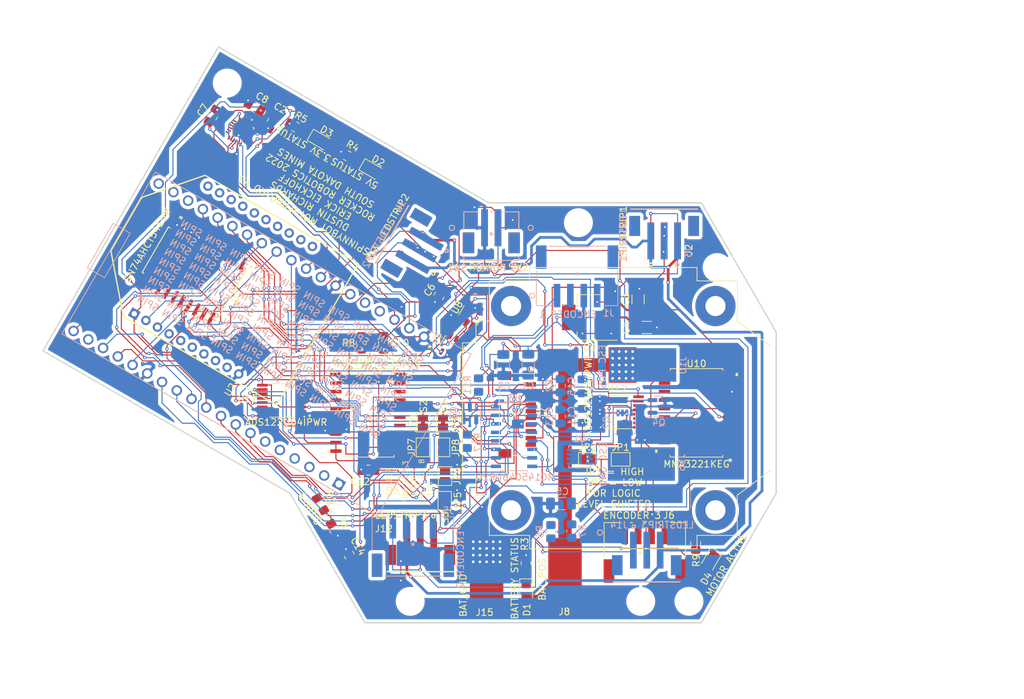
<source format=kicad_pcb>
(kicad_pcb (version 20211014) (generator pcbnew)
  (layers (0 "F.Cu" signal) (31 "B.Cu" signal) (34 "B.Paste" user) (35 "F.Paste" user) (36 "B.SilkS" user "B.Silkscreen") (37 "F.SilkS" user "F.Silkscreen") (38 "B.Mask" user) (39 "F.Mask" user) (44 "Edge.Cuts" user))
  (net 0 "")
  (net 1 "/ENC_1A_5V")
  (net 2 "Net-(C7-Pad1)")
  (net 3 "+5V")
  (net 4 "Net-(D4-Pad1)")
  (net 5 "GND")
  (net 6 "Net-(D5-Pad2)")
  (net 7 "Net-(D5-Pad1)")
  (net 8 "/LEDSTRIP_GND")
  (net 9 "/LEDSTRIP1_DATA_5V")
  (net 10 "/LEDSTRIP3_DATA_5V")
  (net 11 "/LEDSTRIP2_DATA_5V")
  (net 12 "/ENC_1B_5V")
  (net 13 "/ENC_2A_5V")
  (net 14 "/ENC_2B_5V")
  (net 15 "/ENC_3A_5V")
  (net 16 "/ENC_3B_5V")
  (net 17 "+12V")
  (net 18 "+3V3")
  (net 19 "Net-(D1-Pad1)")
  (net 20 "Net-(D2-Pad1)")
  (net 21 "Net-(D3-Pad1)")
  (net 22 "Net-(J11-Pad2)")
  (net 23 "Net-(JP1-Pad1)")
  (net 24 "Net-(J7-Pad4)")
  (net 25 "/ESC_S1")
  (net 28 "Net-(J7-Pad3)")
  (net 29 "/ESC_S2")
  (net 30 "Net-(J7-Pad2)")
  (net 31 "/ESC_S3")
  (net 32 "/Connectors/ESC_S4")
  (net 33 "/ACCEL_SELF_TEST")
  (net 38 "/MISO_3V3")
  (net 43 "/IMU_CS")
  (net 44 "/SCK_3V3")
  (net 45 "/MOSI_3V3")
  (net 46 "/MCU and Buffers/ENC_1A_3V3")
  (net 49 "/MCU and Buffers/ENC_1B_3V3")
  (net 50 "/ADC_SEL")
  (net 51 "/MCU and Buffers/LEDSTRIP3_DATA_3V3")
  (net 52 "/MCU and Buffers/LEDSTRIP2_DATA_3V3")
  (net 53 "/MCU and Buffers/LEDSTRIP1_DATA_3V3")
  (net 58 "/ADC_TX")
  (net 59 "/MCU and Buffers/BUFFER_OE")
  (net 60 "/ADC_RX")
  (net 62 "Net-(Q3-Pad1)")
  (net 65 "/MCU and Buffers/ENC_2A_3V3")
  (net 66 "/MCU and Buffers/ENC_2B_3V3")
  (net 67 "/POWER_ON")
  (net 68 "/MCU and Buffers/ENC_3A_3V3")
  (net 69 "/LEDSTRIP_GROUND")
  (net 70 "Net-(Q4-Pad1)")
  (net 71 "/MCU and Buffers/XBEE_TX")
  (net 72 "/MCU and Buffers/XBEE_RX")
  (net 88 "/MCU and Buffers/ENC_3B_3V3")
  (net 89 "/IMU and Accelerometers/ADC2_RX")
  (net 90 "/IMU and Accelerometers/ADC1_RX")
  (net 95 "/IMU and Accelerometers/ADC1_TX")
  (net 96 "/IMU and Accelerometers/ADC2_TX")
  (net 101 "Net-(U11-Pad10)")
  (net 102 "/ACCEL1_STATUS")
  (net 103 "Net-(U11-Pad11)")
  (net 116 "Net-(U10-Pad6)")
  (net 117 "/ACCEL2_STATUS")
  (net 118 "Net-(U10-Pad11)")
  (net 129 "/ADC1_DRDY")
  (net 132 "/ADC2_DRDY")
  (net 133 "/ESC_CRT")
  (net 134 "/ESC_BAT")
  (net 136 "/Power/ESC_GND")
  (footprint "custom:MountingHole_3.3mm" (layer "F.Cu") (at 184.5 146.9)
    (fp_text reference "H1")
    (fp_text value "MOUNTINGHOLE1")
  )
  (footprint "Connector_Wire:SolderWirePad_1x01_SMD_5x10mm" (layer "F.Cu") (at 166 142.5)
    (fp_text reference "J8")
    (fp_text value "BAT_POS")
  )
  (footprint "Jumper:SolderJumper-2_P1.3mm_Open_Pad1.0x1.5mm" (layer "F.Cu") (at 148.1 128.2 -90)
    (fp_text reference "JP6")
    (fp_text value "SolderJumper_2_Open")
  )
  (footprint "ADS122U04IPWR:SOP65P640X120-16N" (layer "F.Cu") (at 123.7 116.9 180)
    (fp_text reference "U11")
    (fp_text value "ADS122U04IPWR")
  )
  (footprint "esc_4in1:SM10B-SRSS-TB" (layer "F.Cu") (at 158.8 119 90)
    (fp_text reference "J7")
    (fp_text value "SM10B-SRSS-TB")
  )
  (footprint "Resistor_SMD:R_0805_2012Metric_Pad1.20x1.40mm_HandSolder" (layer "F.Cu") (at 135.6 108.3 -90)
    (fp_text reference "R8")
    (fp_text value "10k")
  )
  (footprint "Resistor_SMD:R_0805_2012Metric_Pad1.20x1.40mm_HandSolder" (layer "F.Cu") (at 131.6 136.2 120)
    (fp_text reference "R1")
    (fp_text value "130")
  )
  (footprint "S4B-PH-SM4-TB:S4B-PH-SM4-TBLFSN" (layer "F.Cu") (at 177.913298 139.565201 180)
    (fp_text reference "J6")
    (fp_text value "ENCODER 3")
  )
  (footprint "custom:MountingHole_3.3mm" (layer "F.Cu") (at 188.7 97.055)
    (fp_text reference "H4")
    (fp_text value "MOUNTINGHOLE3")
  )
  (footprint "Capacitor_SMD:C_0805_2012Metric_Pad1.18x1.45mm_HandSolder" (layer "F.Cu") (at 113.4 74.4 60)
    (fp_text reference "C7")
    (fp_text value "0.1u")
  )
  (footprint "74LVC1G157GV,125:74LVC1G157GV_125" (layer "F.Cu") (at 149.1 108.9 60)
    (fp_text reference "U6")
    (fp_text value "74LVC1G157GV_125")
  )
  (footprint "Jumper:SolderJumper-2_P1.3mm_Open_Pad1.0x1.5mm" (layer "F.Cu") (at 147.8 123.9 90)
    (fp_text reference "JP8")
    (fp_text value "SolderJumper_2_Open")
  )
  (footprint "XBP9-DMWTB002-XBEE-PRO-900HP:DIP2200W51P200L3294H279Q20P" (layer "F.Cu") (at 114.8 98.8 60)
    (fp_text reference "U2")
    (fp_text value "XBP9B-DMWTB002")
  )
  (footprint "custom:MountingHole_3.3mm" (layer "F.Cu") (at 142.9 146.9)
    (fp_text reference "H5")
    (fp_text value "STRAINHOLE2")
  )
  (footprint "Capacitor_SMD:C_0805_2012Metric_Pad1.18x1.45mm_HandSolder" (layer "F.Cu") (at 147.2 101.3 -120)
    (fp_text reference "C6")
    (fp_text value "0.1u")
  )
  (footprint "custom:MountingHole_3.3mm" (layer "F.Cu") (at 115.6 69.5)
    (fp_text reference "H3")
    (fp_text value "MOUNTINGHOLE2")
  )
  (footprint "LED_SMD:LED_0805_2012Metric_Pad1.15x1.40mm_HandSolder" (layer "F.Cu") (at 137.3 82.555 -30)
    (fp_text reference "D2")
    (fp_text value "5V")
  )
  (footprint "ADS122U04IPWR:SOP65P640X120-16N" (layer "F.Cu") (at 174.1 118.63)
    (fp_text reference "U12")
    (fp_text value "ADS122U04IPWR")
  )
  (footprint "B3B-PH-SM4:JST_B3B-PH-SM4-TB(LF)(SN)" (layer "F.Cu") (at 180.8 90.8325)
    (fp_text reference "J2")
    (fp_text value "LEDSTRIP1")
  )
  (footprint "Capacitor_SMD:C_0805_2012Metric_Pad1.18x1.45mm_HandSolder" (layer "F.Cu") (at 136.6625 127.3 180)
    (fp_text reference "C12")
    (fp_text value "0.1u")
  )
  (footprint "custom:Stitched_SolderWirePad_1x01_SMD_5x10mm" (layer "F.Cu") (at 154.3 142.5 180)
    (fp_text reference "J15")
    (fp_text value "BAT_GND")
  )
  (footprint "Capacitor_SMD:C_0805_2012Metric_Pad1.18x1.45mm_HandSolder" (layer "F.Cu") (at 122.3 75.355 -120)
    (fp_text reference "C2")
    (fp_text value "0.1u")
  )
  (footprint "B3B-PH-SM4:JST_B3B-PH-SM4-TB(LF)(SN)" (layer "F.Cu") (at 144.4 139.9675 180)
    (fp_text reference "J12")
    (fp_text value "LEDSTRIP3")
  )
  (footprint "Capacitor_SMD:C_1206_3216Metric_Pad1.33x1.80mm_HandSolder" (layer "F.Cu") (at 178.2 106)
    (fp_text reference "C4")
    (fp_text value "10u")
  )
  (footprint "SN74LVC1G18DBVR:SOT95P280X145-6N" (layer "F.Cu") (at 151.9 104.2 -120)
    (fp_text reference "U8")
    (fp_text value "SN74LVC1G18DBVR")
  )
  (footprint "Resistor_SMD:R_0805_2012Metric_Pad1.20x1.40mm_HandSolder" (layer "F.Cu") (at 160.2 141.2 -90)
    (fp_text reference "R3")
    (fp_text value "1K")
  )
  (footprint "Resistor_SMD:R_0805_2012Metric_Pad1.20x1.40mm_HandSolder" (layer "F.Cu") (at 133.489488 80.354999 -30)
    (fp_text reference "R4")
    (fp_text value "301")
  )
  (footprint "Capacitor_SMD:C_1206_3216Metric_Pad1.33x1.80mm_HandSolder" (layer "F.Cu") (at 176.9 101.8 90)
    (fp_text reference "C3")
    (fp_text value "10u")
  )
  (footprint "Capacitor_SMD:C_0805_2012Metric_Pad1.18x1.45mm_HandSolder" (layer "F.Cu") (at 138.9 108.3 -90)
    (fp_text reference "C10")
    (fp_text value "0.1u")
  )
  (footprint "Capacitor_SMD:C_0805_2012Metric_Pad1.18x1.45mm_HandSolder" (layer "F.Cu") (at 133.8 140 120)
    (fp_text reference "C14")
    (fp_text value "0.1u")
  )
  (footprint "Jumper:SolderJumper-2_P1.3mm_Bridged_Pad1.0x1.5mm" (layer "F.Cu") (at 147.8 120.2 -90)
    (fp_text reference "JP3")
    (fp_text value "SolderJumper_2_Bridged")
  )
  (footprint "Capacitor_SMD:C_0805_2012Metric_Pad1.18x1.45mm_HandSolder" (layer "F.Cu") (at 119.7 73.1 150)
    (fp_text reference "C8")
    (fp_text value "0.1u")
  )
  (footprint "LED_SMD:LED_0805_2012Metric_Pad1.15x1.40mm_HandSolder" (layer "F.Cu") (at 129.6 78.155 -30)
    (fp_text reference "D3")
    (fp_text value "3V3")
  )
  (footprint "LED_SMD:LED_0805_2012Metric_Pad1.15x1.40mm_HandSolder" (layer "F.Cu") (at 129.5 132.4 120)
    (fp_text reference "D5")
    (fp_text value "STATUS")
  )
  (footprint "B2B-PH-SM4-TB(LF)(SN):B2B-PH-SM4-TBLFSN" (layer "F.Cu") (at 155 92.355 180)
    (fp_text reference "J11")
    (fp_text value "POWER SW2")
  )
  (footprint "Resistor_SMD:R_0805_2012Metric_Pad1.20x1.40mm_HandSolder" (layer "F.Cu") (at 185.5 138.2 -90)
    (fp_text reference "R9")
    (fp_text value "220")
  )
  (footprint "esc_4in1:ESC_Hobbywing_X-Rotor_Micro_60A_4in1" (layer "F.Cu") (at 222.705 97.05 -90)
    (fp_text reference "REF**")
    (fp_text value "ESC_Hobbywing_X-Rotor_Micro_60A_4in1")
  )
  (footprint "LED_SMD:LED_0805_2012Metric_Pad1.15x1.40mm_HandSolder" (layer "F.Cu") (at 160.2 145.4 -90)
    (fp_text reference "D1")
    (fp_text value "12V")
  )
  (footprint "custom:MountingHole_3.3mm" (layer "F.Cu") (at 177.3 146.9)
    (fp_text reference "H6")
    (fp_text value "STRAINHOLE3")
  )
  (footprint "Package_TO_SOT_SMD:SOT-223-3_TabPin2" (layer "F.Cu") (at 169.7 104.5 180)
    (fp_text reference "U1")
    (fp_text value "LM1117-3.3")
  )
  (footprint "LED_SMD:LED_0805_2012Metric_Pad1.15x1.40mm_HandSolder" (layer "F.Cu") (at 187.6875 140.887676 -120)
    (fp_text reference "D4")
    (fp_text value "MOTOR ACTIVE")
  )
  (footprint "Jumper:SolderJumper-2_P1.3mm_Open_Pad1.0x1.5mm" (layer "F.Cu") (at 169.4 125.7)
    (fp_text reference "JP2")
    (fp_text value "SolderJumper_2_Open")
  )
  (footprint "MMA3221KEG:MMA3221KEG" (layer "F.Cu") (at 185.62595 118.75 180)
    (fp_text reference "U10")
    (fp_text value "MMA3221KEG")
  )
  (footprint "Resistor_SMD:R_0805_2012Metric_Pad1.20x1.40mm_HandSolder" (layer "F.Cu") (at 125.8 76.055 -30)
    (fp_text reference "R5")
    (fp_text value "130")
  )
  (footprint "Jumper:SolderJumper-2_P1.3mm_Bridged_Pad1.0x1.5mm" (layer "F.Cu") (at 144.8 120.2 -90)
    (fp_text reference "JP4")
    (fp_text value "SolderJumper_2_Bridged")
  )
  (footprint "SN74AHCT541DW:SN74AHCT541DW" (layer "F.Cu") (at 110.6 97.7 -120)
    (fp_text reference "U7")
    (fp_text value "SN74AHCT541DW")
  )
  (footprint "custom:MountingHole_3.3mm" (layer "F.Cu") (at 168 90.355)
    (fp_text reference "H2")
    (fp_text value "STRAINHOLE1")
  )
  (footprint "Jumper:SolderJumper-2_P1.3mm_Bridged_Pad1.0x1.5mm" (layer "F.Cu") (at 148.047596 131.891281 90)
    (fp_text reference "JP5")
    (fp_text value "SolderJumper_2_Bridged")
  )
  (footprint "icm-20649:QFN40P300X300X95-24N" (layer "F.Cu") (at 117.5 76.8 -30)
    (fp_text reference "U4")
    (fp_text value "ICM-20649")
  )
  (footprint "Jumper:SolderJumper-2_P1.3mm_Open_Pad1.0x1.5mm" (layer "F.Cu") (at 144.8 123.9 90)
    (fp_text reference "JP7")
    (fp_text value "SolderJumper_2_Open")
  )
  (footprint "B3B-PH-SM4:JST_B3B-PH-SM4-TB(LF)(SN)" (layer "F.Cu") (at 142.317469 93.362051 60)
    (fp_text reference "J13")
    (fp_text value "LEDSTRIP2")
  )
  (footprint "MMA3221KEG:MMA3221KEG" (layer "F.Cu") (at 136.587 118.75)
    (fp_text reference "U9")
    (fp_text value "MMA3221KEG")
  )
  (footprint "Jumper:SolderJumper-2_P1.3mm_Bridged_Pad1.0x1.5mm" (layer "F.Cu") (at 174.3 125.7)
    (fp_text reference "JP1")
    (fp_text value "SolderJumper_2_Bridged")
  )
  (footprint "Capacitor_SMD:C_1206_3216Metric_Pad1.33x1.80mm_HandSolder" (layer "B.Cu") (at 165.4 132.3)
    (fp_text reference "C5")
    (fp_text value "10u")
  )
  (footprint "B2B-PH-SM4-TB(LF)(SN):B2B-PH-SM4-TBLFSN" (layer "B.Cu") (at 155 92.355)
    (fp_text reference "J9")
    (fp_text value "POWER SW1")
  )
  (footprint "Resistor_SMD:R_0805_2012Metric_Pad1.20x1.40mm_HandSolder" (layer "B.Cu") (at 163.9 136.5 -90)
    (fp_text reference "R6")
    (fp_text value "1k")
  )
  (footprint "Capacitor_SMD:C_1206_3216Metric_Pad1.33x1.80mm_HandSolder" (layer "B.Cu") (at 156.8 111.6 -90)
    (fp_text reference "C9")
    (fp_text value "10u")
  )
  (footprint "Package_SO:Vishay_PowerPAK_1212-8_Single" (layer "B.Cu") (at 168.2 125.3 180)
    (fp_text reference "Q1")
    (fp_text value "SISA96DN")
  )
  (footprint "MC14504BDR2G:MC14504BDR2G" (layer "B.Cu") (at 158.4 122.3)
    (fp_text reference "U3")
    (fp_text value "MC14504BDR2G")
  )
  (footprint "Package_TO_SOT_SMD:SOT-23" (layer "B.Cu") (at 180 117.8)
    (fp_text reference "Q4")
    (fp_text value "Q_NMOS_DGS")
  )
  (footprint "custom:Stitched_SolderWirePad_1x01_SMD_5x10mm" (layer "B.Cu") (at 177.6 111.6 90)
    (fp_text reference "J10")
    (fp_text value "ESC_POS")
  )
  (footprint "Resistor_SMD:R_0805_2012Metric_Pad1.20x1.40mm_HandSolder" (layer "B.Cu") (at 165.3 114.7 -90)
    (fp_text reference "R2")
    (fp_text value "10k")
  )
  (footprint "S4B-PH-SM4-TB:S4B-PH-SM4-TBLFSN" (layer "B.Cu") (at 167.8 98.3 180)
    (fp_text reference "J1")
    (fp_text value "ENCODER 1")
  )
  (footprint "Resistor_SMD:R_0805_2012Metric_Pad1.20x1.40mm_HandSolder" (layer "B.Cu") (at 151.4 123 -90)
    (fp_text reference "R17")
    (fp_text value "10K")
  )
  (footprint "B3B-PH-SM4:JST_B3B-PH-SM4-TB(LF)(SN)" (layer "B.Cu") (at 142.351443 93.362051 -120)
    (fp_text reference "J4")
    (fp_text value "LEDSTRIP2")
  )
  (footprint "S4B-PH-SM4-TB:S4B-PH-SM4-TBLFSN" (layer "B.Cu") (at 143.3 138.7)
    (fp_text reference "J5")
    (fp_text value "ENCODER 2")
  )
  (footprint "esp32-devkitc-32d:MODULE_ESP32-DEVKITC-32D" (layer "B.Cu") (at 121.5 108.5 60)
    (fp_text reference "U5")
    (fp_text value "ESP32-DEVKITC-32D")
  )
  (footprint "Resistor_SMD:R_0805_2012Metric_Pad1.20x1.40mm_HandSolder" (layer "B.Cu") (at 153.1 114.6 -90)
    (fp_text reference "R11")
    (fp_text value "1K")
  )
  (footprint "Capacitor_SMD:C_0805_2012Metric_Pad1.18x1.45mm_HandSolder" (layer "B.Cu") (at 168.6 114.8 -90)
    (fp_text reference "C15")
    (fp_text value "0.1u")
  )
  (footprint "Package_SO:Vishay_PowerPAK_1212-8_Single" (layer "B.Cu") (at 174.9 120.2 -90)
    (fp_text reference "Q2")
    (fp_text value "SISA96DN")
  )
  (footprint "Connector_Wire:SolderWirePad_1x01_SMD_5x10mm" (layer "B.Cu") (at 177.4 126.4 -90)
    (fp_text reference "J16")
    (fp_text value "ESC_GND")
  )
  (footprint "Capacitor_SMD:C_0805_2012Metric_Pad1.18x1.45mm_HandSolder" (layer "B.Cu") (at 165.3 119.3 90)
    (fp_text reference "C13")
    (fp_text value "0.1u")
  )
  (footprint "Capacitor_SMD:C_0805_2012Metric_Pad1.18x1.45mm_HandSolder" (layer "B.Cu") (at 168.599999 119.200003 90)
    (fp_text reference "C11")
    (fp_text value "0.1u")
  )
  (footprint "Capacitor_SMD:C_1206_3216Metric_Pad1.33x1.80mm_HandSolder" (layer "B.Cu") (at 160.52128 111.554552 -90)
    (fp_text reference "C1")
    (fp_text value "10u")
  )
  (footprint "Package_TO_SOT_SMD:SOT-23" (layer "B.Cu") (at 151.8 118.8 90)
    (fp_text reference "Q3")
    (fp_text value "BC846")
  )
  (footprint "B3B-PH-SM4:JST_B3B-PH-SM4-TB(LF)(SN)" (layer "B.Cu") (at 180.8 90.8325 180)
    (fp_text reference "J3")
    (fp_text value "LEDSTRIP1")
  )
  (footprint "Resistor_SMD:R_0805_2012Metric_Pad1.20x1.40mm_HandSolder" (layer "B.Cu") (at 167 136.4 90)
    (fp_text reference "R7")
    (fp_text value "150k")
  )
  (footprint "B3B-PH-SM4:JST_B3B-PH-SM4-TB(LF)(SN)" (layer "B.Cu") (at 178.2 141.5)
    (fp_text reference "J14")
    (fp_text value "LEDSTRIP3")
  )
  (gr_line (start 186.360909 87.383222) (end 197.509678 106.691756) (layer "Edge.Cuts") (width 0.2))
  (gr_line (start 197.509678 106.691756) (end 197.509678 130.783898) (layer "Edge.Cuts") (width 0.2))
  (gr_line (start 154.61091 87.383222) (end 186.360909 87.383222) (layer "Edge.Cuts") (width 0.2))
  (gr_line (start 88.099815 109.490186) (end 124.981604 130.783898) (layer "Edge.Cuts") (width 0.2))
  (gr_line (start 154.61091 87.383222) (end 114.300185 64.109814) (layer "Edge.Cuts") (width 0.2))
  (gr_line (start 124.981604 130.783898) (end 136.130373 150.094131) (layer "Edge.Cuts") (width 0.2))
  (gr_line (start 186.360909 150.094131) (end 197.509678 130.783898) (layer "Edge.Cuts") (width 0.2))
  (gr_line (start 186.360909 150.094131) (end 136.130373 150.094131) (layer "Edge.Cuts") (width 0.2))
  (gr_line (start 114.300185 64.109814) (end 88.099815 109.490186) (layer "Edge.Cuts") (width 0.2))
  (gr_text "ESC POS\n" (at 171.6 111.855 90) (layer "B.SilkS") (effects (font (size 1 1)) (justify mirror)))
  (gr_text "ESC GND" (at 171.7 126.455 90) (layer "B.SilkS") (effects (font (size 1 1)) (justify mirror)))
  (gr_text "SPIN SPIN SPIN SPIN SPIN SPIN SPIN SPIN SPIN SPIN \nSPIN SPIN SPIN SPIN SPIN SPIN SPIN SPIN SPIN SPIN \nSPIN SPIN SPIN SPIN SPIN SPIN SPIN SPIN SPIN SPIN \nSPIN SPIN SPIN SPIN SPIN SPIN SPIN SPIN SPIN SPIN \nSPIN SPIN SPIN SPIN SPIN SPIN SPIN SPIN SPIN SPIN \nSPIN SPIN SPIN SPIN SPIN SPIN SPIN SPIN SPIN SPIN \nSPIN SPIN SPIN SPIN SPIN SPIN SPIN SPIN SPIN SPIN \nSPIN SPIN SPIN SPIN SPIN SPIN SPIN SPIN SPIN SPIN \nSPIN SPIN SPIN SPIN SPIN SPIN SPIN SPIN SPIN SPIN " (at 123.2 106.155 330) (layer "B.SilkS") (effects (font (size 1 1)) (justify mirror)))
  (gr_text "JP1 = HIGH\nJP2 = LOW\nFOR LOGIC\nLEVEL SHIFTER" (at 173.3 129.955) (layer "F.SilkS") (effects (font (size 1 1))))
  (gr_text "BATTERY STATUS" (at 158.5 143.455 90) (layer "F.SilkS") (effects (font (size 1 1))))
  (gr_text "3.3V STATUS" (at 126.9 78.555 150) (layer "F.SilkS") (effects (font (size 1 1))))
  (gr_text "SOLDER\nJP3,4,5\nFOR S1,2,3\nSOLDER\nJP6,7, OR 8\nFOR S4" (at 142.8 129.055 90) (layer "F.SilkS") (effects (font (size 0.75 0.75) (thickness 0.1))))
  (gr_text "5V STATUS" (at 134.6 82.955 150) (layer "F.SilkS") (effects (font (size 1 1))))
  (gr_text "S3\n" (at 148.1 134.355 90) (layer "F.SilkS") (effects (font (size 1 1))))
  (gr_text "S2" (at 144.9 117.755 90) (layer "F.SilkS") (effects (font (size 1 1))))
  (gr_text "SPINNYBOT MOTHERBOARD V3\nDUSTIN RICHARDS\nERICK EICKHOFF\nROCKER ROBOTICS 2022\nSOUTH DAKOTA MINES" (at 128.7 86.455 150) (layer "F.SilkS") (effects (font (size 1 1))))
  (gr_text "S1" (at 147.9 117.755 90) (layer "F.SilkS") (effects (font (size 1 1))))
  (segment (start 154 121.1) (end 154 121.7) (width 0.1528) (layer "F.Cu") (net 1))
  (segment (start 154.6 113.1) (end 154.6 113.2) (width 0.1528) (layer "F.Cu") (net 1))
  (segment (start 155.3 124.1) (end 155.4 124.2) (width 0.1528) (layer "F.Cu") (net 1))
  (segment (start 154 124.1) (end 155.3 124.1) (width 0.1528) (layer "F.Cu") (net 1))
  (segment (start 154 120.3) (end 154 121.1) (width 0.1528) (layer "F.Cu") (net 1))
  (segment (start 154.6 113.2) (end 154.6 116.2) (width 0.1528) (layer "F.Cu") (net 1))
  (segment (start 153.6 112.1) (end 154.6 113.1) (width 0.1528) (layer "F.Cu") (net 1))
  (via (at 154 124.1) (size 0.508) (drill 0.254) (layers "F.Cu" "B.Cu") (net 1))
  (via (at 154.6 116.2) (size 0.508) (drill 0.254) (layers "F.Cu" "B.Cu") (net 1))
  (via (at 155.4 124.2) (size 0.508) (drill 0.254) (layers "F.Cu" "B.Cu") (net 1))
  (via (at 154 120.3) (size 0.508) (drill 0.254) (layers "F.Cu" "B.Cu") (net 1))
  (via (at 154 121.7) (size 0.508) (drill 0.254) (layers "F.Cu" "B.Cu") (net 1))
  (via (at 153.6 112.1) (size 0.508) (drill 0.254) (layers "F.Cu" "B.Cu") (net 1))
  (segment (start 154 118.4) (end 154 119.2) (width 0.1528) (layer "B.Cu") (net 1))
  (segment (start 162.8 103.3) (end 162.8 105.6) (width 0.1528) (layer "B.Cu") (net 1))
  (segment (start 154.6 116.2) (end 154 116.8) (width 0.1528) (layer "B.Cu") (net 1))
  (segment (start 164.8 101.244701) (end 164.8 101.3) (width 0.1528) (layer "B.Cu") (net 1))
  (segment (start 154 119.2) (end 154.3 119.5) (width 0.1528) (layer "B.Cu") (net 1))
  (segment (start 154.3 119.5) (end 154.3 120) (width 0.1528) (layer "B.Cu") (net 1))
  (segment (start 154.3 120) (end 154 120.3) (width 0.1528) (layer "B.Cu") (net 1))
  (segment (start 161.55 106.85) (end 161.2 107.2) (width 0.1528) (layer "B.Cu") (net 1))
  (segment (start 162.8 105.6) (end 161.55 106.85) (width 0.1528) (layer "B.Cu") (net 1))
  (segment (start 161.2 107.2) (end 155.3 107.2) (width 0.1528) (layer "B.Cu") (net 1))
  (segment (start 154 121.7) (end 154 124.1) (width 0.1528) (layer "B.Cu") (net 1))
  (segment (start 154 116.8) (end 154 118.4) (width 0.1528) (layer "B.Cu") (net 1))
  (segment (start 153.6 109.7) (end 153.6 112.1) (width 0.1528) (layer "B.Cu") (net 1))
  (segment (start 164.8 101.3) (end 162.8 103.3) (width 0.1528) (layer "B.Cu") (net 1))
  (segment (start 153.6 108.9) (end 153.6 109.7) (width 0.1528) (layer "B.Cu") (net 1))
  (segment (start 155.3 107.2) (end 153.6 108.9) (width 0.1528) (layer "B.Cu") (net 1))
  (segment (start 112.88125 75.298501) (end 112.88125 76.38125) (width 0.1528) (layer "F.Cu") (net 2))
  (segment (start 112.98125 76.38125) (end 112.88125 76.38125) (width 0.1528) (layer "F.Cu") (net 2))
  (segment (start 116.3 78.9) (end 116.3 79.2) (width 0.1528) (layer "F.Cu") (net 2))
  (segment (start 116.900705 78.238009) (end 116.900705 78.299295) (width 0.1528) (layer "F.Cu") (net 2))
  (segment (start 116.900705 78.299295) (end 116.3 78.9) (width 0.1528) (layer "F.Cu") (net 2))
  (via (at 112.98125 76.38125) (size 0.508) (drill 0.254) (layers "F.Cu" "B.Cu") (net 2))
  (via (at 116.3 79.2) (size 0.508) (drill 0.254) (layers "F.Cu" "B.Cu") (net 2))
  (segment (start 115.8 79.2) (end 113 76.4) (width 0.1528) (layer "B.Cu") (net 2))
  (segment (start 116.3 79.2) (end 115.8 79.2) (width 0.1528) (layer "B.Cu") (net 2))
  (segment (start 164.1 100) (end 172.8 100) (width 0.1528) (layer "F.Cu") (net 3))
  (segment (start 175.7 120.9) (end 175.705 120.905) (width 0.1528) (layer "F.Cu") (net 3))
  (segment (start 174.95 124.55) (end 174.95 125.7) (width 0.1528) (layer "F.Cu") (net 3))
  (segment (start 178.1 136.65) (end 178.1 128.85) (width 0.1528) (layer "F.Cu") (net 3))
  (segment (start 175.745 118.955) (end 175.7 119) (width 0.1528) (layer "F.Cu") (net 3))
  (segment (start 137.7 127.3) (end 141 127.3) (width 0.1528) (layer "F.Cu") (net 3))
  (segment (start 173.9 123.5) (end 174.95 124.55) (width 0.1528) (layer "F.Cu") (net 3))
  (segment (start 178.1 128.85) (end 174.95 125.7) (width 0.1528) (layer "F.Cu") (net 3))
  (segment (start 139.568764 107.2625) (end 142.165632 104.665632) (width 0.1528) (layer "F.Cu") (net 3))
  (segment (start 168.6 120.4) (end 168.6 123.1) (width 0.1528) (layer "F.Cu") (net 3))
  (segment (start 92.667981 106.518523) (end 102.6 96.586504) (width 0.1528) (layer "F.Cu") (net 3))
  (segment (start 125.073984 109) (end 121.9 109) (width 0.1528) (layer "F.Cu") (net 3))
  (segment (start 175.7 125.7) (end 174.95 125.7) (width 0.1528) (layer "F.Cu") (net 3))
  (segment (start 150.645 126.745) (end 151.255 126.745) (width 0.1528) (layer "F.Cu") (net 3))
  (segment (start 185.799648 140.4) (end 184.292107 140.4) (width 0.1528) (layer "F.Cu") (net 3))
  (segment (start 180.913296 136.6205) (end 180.913296 137.8778) (width 0.1528) (layer "F.Cu") (net 3))
  (segment (start 187.175 141.775352) (end 185.799648 140.4) (width 0.1528) (layer "F.Cu") (net 3))
  (segment (start 178.1 139) (end 174.4 139) (width 0.1528) (layer "F.Cu") (net 3))
  (segment (start 121.9 109) (end 119.15 111.75) (width 0.1528) (layer "F.Cu") (net 3))
  (segment (start 154.60512 100.84988) (end 154.60512 107.49488) (width 0.1528) (layer "F.Cu") (net 3))
  (segment (start 132.1 125.9) (end 137.5 125.9) (width 0.1528) (layer "F.Cu") (net 3))
  (segment (start 172.85 100.05) (end 172.85 102.2) (width 0.1528) (layer "F.Cu") (net 3))
  (segment (start 164.1 109.5) (end 164.1 100) (width 0.1528) (layer "F.Cu") (net 3))
  (segment (start 190.40115 113.035) (end 190.40115 114.305) (width 0.1524) (layer "F.Cu") (net 3))
  (segment (start 131.8118 123.195) (end 131.8118 124.465) (width 0.1528) (layer "F.Cu") (net 3))
  (segment (start 180.913296 137.8778) (end 179.791096 139) (width 0.1528) (layer "F.Cu") (net 3))
  (segment (start 151.315906 100.84988) (end 154.60512 100.84988) (width 0.1528) (layer "F.Cu") (net 3))
  (segment (start 172.85 102.2) (end 174 102.2) (width 0.3048) (layer "F.Cu") (net 3))
  (segment (start 122.2 118.6) (end 122.2 116.6) (width 0.1528) (layer "F.Cu") (net 3))
  (segment (start 150.549912 126.840088) (end 150.645 126.745) (width 0.1528) (layer "F.Cu") (net 3))
  (segment (start 182.892107 139) (end 178.1 139) (width 0.1528) (layer "F.Cu") (net 3))
  (segment (start 163.3 118.5) (end 164.1 117.7) (width 0.1528) (layer "F.Cu") (net 3))
  (segment (start 137.7 126.1) (end 137.7 127.3) (width 0.1528) (layer "F.Cu") (net 3))
  (segment (start 147.465264 133.765264) (end 150.474824 133.765264) (width 0.1528) (layer "F.Cu") (net 3))
  (segment (start 150.474824 126.840088) (end 150.549912 126.840088) (width 0.1528) (layer "F.Cu") (net 3))
  (segment (start 178.1 139) (end 178.1 136.65) (width 0.1528) (layer "F.Cu") (net 3))
  (segment (start 156.8 108.4) (end 157.9 109.5) (width 0.1528) (layer "F.Cu") (net 3))
  (segment (start 180.8 93.0825) (end 180.8 97.676443) (width 0.1528) (layer "F.Cu") (net 3))
  (segment (start 127.217289 109.182711) (end 125.256695 109.182711) (width 0.1528) (layer "F.Cu") (net 3))
  (segment (start 144.4 135.4675) (end 146.102236 133.765264) (width 0.1528) (layer "F.Cu") (net 3))
  (segment (start 176.9 103.3625) (end 182.9625 103.3625) (width 0.1524) (layer "F.Cu") (net 3))
  (segment (start 169 123.5) (end 173.9 123.5) (width 0.1528) (layer "F.Cu") (net 3))
  (segment (start 163.3 118.5) (end 163.6 118.8) (width 0.1528) (layer "F.Cu") (net 3))
  (segment (start 175.7 119) (end 175.7 120.9) (width 0.1528) (layer "F.Cu") (net 3))
  (segment (start 120.855 114.6) (end 120.83 114.625) (width 0.1528) (layer "F.Cu") (net 3))
  (segment (start 145.166026 94.7) (end 151.315906 100.84988) (width 0.1528) (layer "F.Cu") (net 3))
  (segment (start 144.4 137.7175) (end 144.4 142.2) (width 0.1528) (layer "F.Cu") (net 3))
  (segment (start 122.2 114.7) (end 122.2 114.6) (width 0.1528) (layer "F.Cu") (net 3))
  (segment (start 114.1 103) (end 113.206185 103.893815) (width 0.1528) (layer "F.Cu") (net 3))
  (segment (start 141.5 85.855) (end 141.5 91.033974) (width 0.1528) (layer "F.Cu") (net 3))
  (segment (start 137.5 125.9) (end 137.7 126.1) (width 0.1528) (layer "F.Cu") (net 3))
  (segment (start 119.15 111.75) (end 119.65 112.25) (width 0.1528) (layer "F.Cu") (net 3))
  (segment (start 131.8118 124.465) (end 131.8118 125.6118) (width 0.1528) (layer "F.Cu") (net 3))
  (segment (start 131.8118 123.195) (end 127.595 123.195) (width 0.1528) (layer "F.Cu") (net 3))
  (segment (start 176.8625 103.4) (end 176.9 103.3625) (width 0.1524) (layer "F.Cu") (net 3))
  (segment (start 122.2 114.6) (end 120.855 114.6) (width 0.1528) (layer "F.Cu") (net 3))
  (segment (start 102.6 96.586504) (end 107.686504 96.586504) (width 0.1528) (layer "F.Cu") (net 3))
  (segment (start 190.40115 110.80115) (end 190.40115 113.035) (width 0.1524) (layer "F.Cu") (net 3))
  (segment (start 113.206185 103.893815) (end 113.206185 104.615955) (width 0.1528) (layer "F.Cu") (net 3))
  (segment (start 177.4 121.335) (end 177.4 124) (width 0.1528) (layer "F.Cu") (net 3))
  (segment (start 138.9 107.2625) (end 139.568764 107.2625) (width 0.1528) (layer "F.Cu") (net 3))
  (segment (start 127.595 123.195) (end 127.1 122.7) (width 0.1528) (layer "F.Cu") (net 3))
  (segment (start 144.4 137.7175) (end 144.4 135.4675) (width 0.1528) (layer "F.Cu") (net 3))
  (segment (start 176.97 120.905) (end 177.4 121.335) (width 0.1528) (layer "F.Cu") (net 3))
  (segment (start 138.187676 83.0675) (end 138.7125 83.0675) (width 0.1528) (layer "F.Cu") (net 3))
  (segment (start 124.3 120.7) (end 122.2 118.6) (width 0.1528) (layer "F.Cu") (net 3))
  (segment (start 138.7125 83.0675) (end 141.5 85.855) (width 0.1528) (layer "F.Cu") (net 3))
  (segment (start 113.206185 105.806185) (end 119.65 112.25) (width 0.1528) (layer "F.Cu") (net 3))
  (segment (start 107.686504 96.586504) (end 114.1 103) (width 0.1528) (layer "F.Cu") (net 3))
  (segment (start 131.71875 104.68125) (end 127.217289 109.182711) (width 0.1528) (layer "F.Cu") (net 3))
  (segment (start 113.206185 104.615955) (end 113.206185 105.806185) (width 0.1528) (layer "F.Cu") (net 3))
  (segment (start 120.83 116.575) (end 120.855 116.6) (width 0.1528) (layer "F.Cu") (net 3))
  (segment (start 127.1 122.7) (end 127.1 120.7) (width 0.1528) (layer "F.Cu") (net 3))
  (segment (start 172.85 102.2) (end 170.8 102.2) (width 0.1528) (layer "F.Cu") (net 3))
  (segment (start 175.2 103.4) (end 176.8625 103.4) (width 0.3048) (layer "F.Cu") (net 3))
  (segment (start 120.83 113.43) (end 120.83 114.625) (width 0.1528) (layer "F.Cu") (net 3))
  (segment (start 175.5 98.7) (end 179.776443 98.7) (width 0.1528) (layer "F.Cu") (net 3))
  (segment (start 125.256695 109.182711) (end 125.073984 109) (width 0.1528) (layer "F.Cu") (net 3))
  (segment (start 180.8 97.676443) (end 179.776443 98.7) (width 0.1528) (layer "F.Cu") (net 3))
  (segment (start 157.9 109.5) (end 159.3 109.5) (width 0.1528) (layer "F.Cu") (net 3))
  (segment (start 177.4 124) (end 175.7 125.7) (width 0.1528) (layer "F.Cu") (net 3))
  (segment (start 141.5 91.033974) (end 145.166026 94.7) (width 0.1528) (layer "F.Cu") (net 3))
  (segment (start 184.292107 140.4) (end 182.892107 139) (width 0.1528) (layer "F.Cu") (net 3))
  (segment (start 160.8985 118.500001) (end 163.3 118.5) (width 0.1528) (layer "F.Cu") (net 3))
  (segment (start 122.2 116.6) (end 122.2 114.7) (width 0.1528) (layer "F.Cu") (net 3))
  (segment (start 174.2 100) (end 175.5 98.7) (width 0.1528) (layer "F.Cu") (net 3))
  (segment (start 136.31875 104.68125) (end 131.71875 104.68125) (width 0.1528) (layer "F.Cu") (net 3))
  (segment (start 159.3 108.817342) (end 159.3 109.5) (width 0.1528) (layer "F.Cu") (net 3))
  (segment (start 172.8 100) (end 172.85 100.05) (width 0.1528) (layer "F.Cu") (net 3))
  (segment (start 174 102.2) (end 175.2 103.4) (width 0.3048) (layer "F.Cu") (net 3))
  (segment (start 127.1 120.7) (end 124.3 120.7) (width 0.1528) (layer "F.Cu") (net 3))
  (segment (start 182.9625 103.3625) (end 190.40115 110.80115) (width 0.1524) (layer "F.Cu") (net 3))
  (segment (start 154.60512 107.49488) (end 157.977538 107.49488) (width 0.1528) (layer "F.Cu") (net 3))
  (segment (start 120.855 116.6) (end 122.2 116.6) (width 0.1528) (layer "F.Cu") (net 3))
  (segment (start 168.6 123.1) (end 169 123.5) (width 0.1528) (layer "F.Cu") (net 3))
  (segment (start 138.9 107.2625) (end 136.31875 104.68125) (width 0.1528) (layer "F.Cu") (net 3))
  (segment (start 143.6 104.3) (end 142.531264 104.3) (width 0.1528) (layer "F.Cu") (net 3))
  (segment (start 164.1 117.7) (end 164.1 109.5) (width 0.1528) (layer "F.Cu") (net 3))
  (segment (start 172.8 100) (end 174.2 100) (width 0.1528) (layer "F.Cu") (net 3))
  (segment (start 131.8118 125.6118) (end 132.1 125.9) (width 0.1528) (layer "F.Cu") (net 3))
  (segment (start 159.3 109.5) (end 164.1 109.5) (width 0.1528) (layer "F.Cu") (net 3))
  (segment (start 141 127.3) (end 147.465264 133.765264) (width 0.1528) (layer "F.Cu") (net 3))
  (segment (start 146.102236 133.765264) (end 147.465264 133.765264) (width 0.1528) (layer "F.Cu") (net 3))
  (segment (start 142.531264 104.3) (end 142.165632 104.665632) (width 0.1528) (layer "F.Cu") (net 3))
  (segment (start 175.705 120.905) (end 176.97 120.905) (width 0.1528) (layer "F.Cu") (net 3))
  (segment (start 119.65 112.25) (end 120.83 113.43) (width 0.1528) (layer "F.Cu") (net 3))
  (segment (start 176.97 118.955) (end 175.745 118.955) (width 0.1528) (layer "F.Cu") (net 3))
  (segment (start 145.166026 94.7) (end 145.133013 94.666987) (width 0.1528) (layer "F.Cu") (net 3))
  (segment (start 150.474824 133.765264) (end 150.474824 126.840088) (width 0.1528) (layer "F.Cu") (net 3))
  (segment (start 157.977538 107.49488) (end 159.3 108.817342) (width 0.1528) (layer "F.Cu") (net 3))
  (via (at 156.8 108.4) (size 0.508) (drill 0.254) (layers "F.Cu" "B.Cu") (net 3))
  (via (at 146.4 95.4) (size 0.508) (drill 0.254) (layers "F.Cu" "B.Cu") (net 3))
  (via (at 144.4 142.2) (size 0.508) (drill 0.254) (layers "F.Cu" "B.Cu") (net 3))
  (via (at 143.6 104.3) (size 0.508) (drill 0.254) (layers "F.Cu" "B.Cu") (net 3))
  (via (at 144 94.1) (size 0.508) (drill 0.254) (layers "F.Cu" "B.Cu") (net 3))
  (via (at 151.255 126.745) (size 0.508) (drill 0.254) (layers "F.Cu" "B.Cu") (net 3))
  (via (at 174.4 139) (size 0.508) (drill 0.254) (layers "F.Cu" "B.Cu") (net 3))
  (via (at 170.8 102.2) (size 0.508) (drill 0.254) (layers "F.Cu" "B.Cu") (net 3))
  (via (at 145.133013 94.666987) (size 0.508) (drill 0.254) (layers "F.Cu" "B.Cu") (net 3))
  (via (at 168.599999 120.237503) (size 0.508) (drill 0.254) (layers "F.Cu" "B.Cu") (net 3))
  (via (at 180.7 94.7) (size 0.508) (drill 0.254) (layers "F.Cu" "B.Cu") (net 3))
  (via (at 180.8 92.3) (size 0.508) (drill 0.254) (layers "F.Cu" "B.Cu") (net 3))
  (via (at 178.1 139) (size 0.508) (drill 0.254) (layers "F.Cu" "B.Cu") (net 3))
  (via (at 163.6 118.8) (size 0.508) (drill 0.254) (layers "F.Cu" "B.Cu") (net 3))
  (via (at 180.9 91) (size 0.508) (drill 0.254) (layers "F.Cu" "B.Cu") (net 3))
  (segment (start 140.3 142.2) (end 144.4 142.2) (width 0.1528) (layer "B.Cu") (net 3))
  (segment (start 162.4 138.8) (end 174.2 138.8) (width 0.1528) (layer "B.Cu") (net 3))
  (segment (start 168.599999 120.237503) (end 165.399997 120.237503) (width 0.1528) (layer "B.Cu") (net 3))
  (segment (start 141.526384 100.69488) (end 140.19488 100.69488) (width 0.1528) (layer "B.Cu") (net 3))
  (segment (start 163.9 135.5) (end 161.6 137.8) (width 0.1528) (layer "B.Cu") (net 3))
  (segment (start 140.300002 135.755299) (end 140.300002 142.199998) (width 0.1528) (layer "B.Cu") (net 3))
  (segment (start 153.1 113.6) (end 153.1 113.7) (width 0.1528) (layer "B.Cu") (net 3))
  (segment (start 140.300002 142.199998) (end 140.3 142.2) (width 0.1528) (layer "B.Cu") (net 3))
  (segment (start 165.399997 120.237503) (end 165.3 120.3375) (width 0.1528) (layer "B.Cu") (net 3))
  (segment (start 143.6 102.1) (end 143.6 104.3) (width 0.1528) (layer "B.Cu") (net 3))
  (segment (start 142.931504 102.1) (end 141.526384 100.69488) (width 0.1528) (layer "B.Cu") (net 3))
  (segment (start 161.6 138) (end 162.4 138.8) (width 0.1528) (layer "B.Cu") (net 3))
  (segment (start 165.1375 120.3375) (end 165.3 120.3375) (width 0.1528) (layer "B.Cu") (net 3))
  (segment (start 161.6 144.8) (end 147 144.8) (width 0.1528) (layer "B.Cu") (net 3))
  (segment (start 154.8375 110.0375) (end 154.8 110) (width 0.1528) (layer "B.Cu") (net 3))
  (segment (start 143.8 93.366025) (end 145.166026 94.732051) (width 0.1528) (layer "B.Cu") (net 3))
  (segment (start 163.6 118.8) (end 165.1375 120.3375) (width 0.1528) (layer "B.Cu") (net 3))
  (segment (start 138 96.4) (end 141.033975 93.366025) (width 0.1528) (layer "B.Cu") (net 3))
  (segment (start 161.6 138) (end 161.6 144.8) (width 0.1528) (layer "B.Cu") (net 3))
  (segment (start 153.1 113.7) (end 154.8 112) (width 0.1528) (layer "B.Cu") (net 3))
  (segment (start 156.8 110.0375) (end 156.8 108.4) (width 0.1528) (layer "B.Cu") (net 3))
  (segment (start 138 98.5) (end 138 96.4) (width 0.1528) (layer "B.Cu") (net 3))
  (segment (start 141.033975 93.366025) (end 143.8 93.366025) (width 0.1528) (layer "B.Cu") (net 3))
  (segment (start 140.19488 100.69488) (end 138 98.5) (width 0.1528) (layer "B.Cu") (net 3))
  (segment (start 155.6949 126.745) (end 151.255 126.745) (width 0.1528) (layer "B.Cu") (net 3))
  (segment (start 147 144.8) (end 144.4 142.2) (width 0.1528) (layer "B.Cu") (net 3))
  (segment (start 143.6 102.1) (end 142.931504 102.1) (width 0.1528) (layer "B.Cu") (net 3))
  (segment (start 161.6 137.8) (end 161.6 138) (width 0.1528) (layer "B.Cu") (net 3))
  (segment (start 154.8 112) (end 154.8 110) (width 0.1528) (layer "B.Cu") (net 3))
  (segment (start 156.8 110.0375) (end 154.8375 110.0375) (width 0.1528) (layer "B.Cu") (net 3))
  (segment (start 187.4 139.2) (end 188.2 140) (width 0.1528) (layer "F.Cu") (net 4))
  (segment (start 185.5 139.2) (end 187.4 139.2) (width 0.1528) (layer "F.Cu") (net 4))
  (segment (start 151.1 130.3) (end 153.6 132.8) (width 0.1528) (layer "F.Cu") (net 5))
  (segment (start 171.23 118.305) (end 171.23 118.87) (width 0.1528) (layer "F.Cu") (net 5))
  (segment (start 118.792115 75.761991) (end 118.792115 75.707885) (width 0.1528) (layer "F.Cu") (net 5))
  (segment (start 168.75 125.7) (end 168.75 125.15) (width 0.1528) (layer "F.Cu") (net 5))
  (segment (start 117.1 78.585124) (end 117.1 79.1) (width 0.1528) (layer "F.Cu") (net 5))
  (segment (start 117.247115 78.438009) (end 117.1 78.585124) (width 0.1528) (layer "F.Cu") (net 5))
  (segment (start 171.23 118.87) (end 171.2 118.9) (width 0.1528) (layer "F.Cu") (net 5))
  (segment (start 142.3 102.2) (end 141.6 102.9) (width 0.1528) (layer "F.Cu") (net 5))
  (segment (start 117 79.3) (end 117.05 79.25) (width 0.1528) (layer "F.Cu") (net 5))
  (segment (start 157.044801 91.110199) (end 156.000001 91.110199) (width 0.1528) (layer "F.Cu") (net 5))
  (segment (start 174.3 101.4) (end 173.5 100.6) (width 0.1528) (layer "F.Cu") (net 5))
  (segment (start 133.8 121.6) (end 138.2 121.6) (width 0.1528) (layer "F.Cu") (net 5))
  (segment (start 171.335 118.765) (end 173.91 118.765) (width 0.1528) (layer "F.Cu") (net 5))
  (segment (start 126.57 119.175) (end 126.57 118.525) (width 0.1528) (layer "F.Cu") (net 5))
  (segment (start 162.7 122.5) (end 160.8985 122.500001) (width 0.1528) (layer "F.Cu") (net 5))
  (segment (start 140.818523 107.381477) (end 144.962662 107.381477) (width 0.1528) (layer "F.Cu") (net 5))
  (segment (start 177.1 100.2) (end 177.1 101.1) (width 0.1528) (layer "F.Cu") (net 5))
  (segment (start 179.165 124.465) (end 179.165 133.735) (width 0.1528) (layer "F.Cu") (net 5))
  (segment (start 156.9 119.9) (end 157.7 120.7) (width 0.1528) (layer "F.Cu") (net 5))
  (segment (start 128 116.7) (end 127.475 117.225) (width 0.2286) (layer "F.Cu") (net 5))
  (segment (start 175.2 118.9) (end 175.2 121.5) (width 0.1528) (layer "F.Cu") (net 5))
  (segment (start 155 88.055) (end 152.5 88.055) (width 0.1528) (layer "F.Cu") (net 5))
  (segment (start 130.2 121.4) (end 130.725 121.925) (width 0.1528) (layer "F.Cu") (net 5))
  (segment (start 171.3 122.8) (end 169.6 122.8) (width 0.1528) (layer "F.Cu") (net 5))
  (segment (start 138.9 109.3) (end 138.95 109.25) (width 0.1528) (layer "F.Cu") (net 5))
  (segment (start 178.913297 136.6205) (end 178.913297 133.986703) (width 0.1528) (layer "F.Cu") (net 5))
  (segment (start 160.8985 119.499999) (end 160.400001 119.499999) (width 0.1528) (layer "F.Cu") (net 5))
  (segment (start 172.9 106.9) (end 168.6 106.9) (width 0.1528) (layer "F.Cu") (net 5))
  (segment (start 156.000001 89.055001) (end 155 88.055) (width 0.1528) (layer "F.Cu") (net 5))
  (segment (start 160.400001 119.499999) (end 159.5 120.4) (width 0.1528) (layer "F.Cu") (net 5))
  (segment (start 179.165 133.735) (end 179 133.9) (width 0.1528) (layer "F.Cu") (net 5))
  (segment (start 177.9 122.8) (end 177.9 123.2) (width 0.1528) (layer "F.Cu") (net 5))
  (segment (start 126.3 113.8) (end 124 113.8) (width 0.1528) (layer "F.Cu") (net 5))
  (segment (start 162.7 119.5) (end 162.7 122.5) (width 0.1528) (layer "F.Cu") (net 5))
  (segment (start 162.7 113.7) (end 162.7 115.5) (width 0.1528) (layer "F.Cu") (net 5))
  (segment (start 141.5 140.9) (end 141.5 143.8) (width 0.1528) (layer "F.Cu") (net 5))
  (segment (start 177.1 101.1) (end 176.8 101.4) (width 0.1528) (layer "F.Cu") (net 5))
  (segment (start 138.2 117.1) (end 138.2 114.1) (width 0.1528) (layer "F.Cu") (net 5))
  (segment (start 127.475 117.225) (end 126.57 117.225) (width 0.2286) (layer "F.Cu") (net 5))
  (segment (start 152.8 117.755) (end 155.2 117.755) (width 0.1528) (layer "F.Cu") (net 5))
  (segment (start 138.95 109.25) (end 140.818523 107.381477) (width 0.1528) (layer "F.Cu") (net 5))
  (segment (start 130.725 121.925) (end 131.8118 121.925) (width 0.1528) (layer "F.Cu") (net 5))
  (segment (start 156.000001 91.110199) (end 156.000001 89.055001) (width 0.1528) (layer "F.Cu") (net 5))
  (segment (start 152 100.055) (end 153.1 98.955) (width 0.1528) (layer "F.Cu") (net 5))
  (segment (start 119.3 75.2) (end 119.3 75) (width 0.1528) (layer "F.Cu") (net 5))
  (segment (start 128 116.7) (end 127.875 116.575) (width 0.2286) (layer "F.Cu") (net 5))
  (segment (start 157.7 120.7) (end 157.7 120.9) (width 0.1528) (layer "F.Cu") (net 5))
  (segment (start 153.1 98.955) (end 153.1 97.555) (width 0.1528) (layer "F.Cu") (net 5))
  (segment (start 118.792115 75.707885) (end 119.3 75.2) (width 0.1528) (layer "F.Cu") (net 5))
  (segment (start 147.045 102.2) (end 149 104.155) (width 0.1528) (layer "F.Cu") (net 5))
  (segment (start 171.2 118.9) (end 171.335 118.765) (width 0.1528) (layer "F.Cu") (net 5))
  (segment (start 177.9 123.2) (end 179.165 124.465) (width 0.1528) (layer "F.Cu") (net 5))
  (segment (start 168.75 125.15) (end 169.6 124.3) (width 0.1528) (layer "F.Cu") (net 5))
  (segment (start 179.165 124.465) (end 180.85075 124.465) (width 0.1528) (layer "F.Cu") (net 5))
  (segment (start 175.9 122.8) (end 176.8 122.8) (width 0.1528) (layer "F.Cu") (net 5))
  (segment (start 119.338009 76.706475) (end 119.706475 76.706475) (width 0.1528) (layer "F.Cu") (net 5))
  (segment (start 149.9 126.5) (end 149.9 130.3) (width 0.1528) (layer "F.Cu") (net 5))
  (segment (start 126.6 114.1) (end 126.3 113.8) (width 0.1528) (layer "F.Cu") (net 5))
  (segment (start 157.100001 91.054999) (end 157.044801 91.110199) (width 0.1528) (layer "F.Cu") (net 5))
  (segment (start 117.247115 78.438009) (end 117.247115 78.352885) (width 0.1528) (layer "F.Cu") (net 5))
  (segment (start 117.4 78.2) (end 117.4 77.4) (width 0.1528) (layer "F.Cu") (net 5))
  (segment (start 146.6 102.2) (end 142.3 102.2) (width 0.1528) (layer "F.Cu") (net 5))
  (segment (start 178.913297 133.986703) (end 179 133.9) (width 0.1528) (layer "F.Cu") (net 5))
  (segment (start 146.6 102.2) (end 147.045 102.2) (width 0.1528) (layer "F.Cu") (net 5))
  (segment (start 117.1 79.2) (end 117.05 79.25) (width 0.1528) (layer "F.Cu") (net 5))
  (segment (start 124 113.8) (end 123 113.8) (width 0.1528) (layer "F.Cu") (net 5))
  (segment (start 127.875 116.575) (end 126.57 116.575) (width 0.2286) (layer "F.Cu") (net 5))
  (segment (start 117.247115 78.552885) (end 117.247115 78.438009) (width 0.1528) (layer "F.Cu") (net 5))
  (segment (start 133.4 121.2) (end 133.8 121.6) (width 0.1528) (layer "F.Cu") (net 5))
  (segment (start 117 80.1) (end 117 79.3) (width 0.1528) (layer "F.Cu") (net 5))
  (segment (start 117.4 77.4) (end 117.3 77.3) (width 0.1528) (layer "F.Cu") (net 5))
  (segment (start 117.1 79.1) (end 117.1 79.2) (width 0.1528) (layer "F.Cu") (net 5))
  (segment (start 175.2 122.8) (end 175.9 122.8) (width 0.1528) (layer "F.Cu") (net 5))
  (segment (start 158.2 89.955) (end 157.100001 91.054999) (width 0.1528) (layer "F.Cu") (net 5))
  (segment (start 175.2 121.5) (end 175.2 122.8) (width 0.1528) (layer "F.Cu") (net 5))
  (segment (start 126.6 114.5) (end 126.6 114.1) (width 0.1528) (layer "F.Cu") (net 5))
  (segment (start 123 113.8) (end 120.4 111.2) (width 0.1528) (layer "F.Cu") (net 5))
  (segment (start 117.247115 78.352885) (end 117.4 78.2) (width 0.1528) (layer "F.Cu") (net 5))
  (segment (start 119.706475 76.706475) (end 120.1 77.1) (width 0.1528) (layer "F.Cu") (net 5))
  (segment (start 160.8985 119.499999) (end 162.7 119.5) (width 0.1528) (layer "F.Cu") (net 5))
  (segment (start 138.9 109.3375) (end 138.9 109.3) (width 0.1528) (layer "F.Cu") (net 5))
  (segment (start 176.8 101.4) (end 174.3 101.4) (width 0.1528) (layer "F.Cu") (net 5))
  (segment (start 171.3 120.9) (end 171.3 122.8) (width 0.1528) (layer "F.Cu") (net 5))
  (via (at 141.5 143.8) (size 0.508) (drill 0.254) (layers "F.Cu" "B.Cu") (net 5))
  (via (at 133.3 139.1) (size 0.508) (drill 0.254) (layers "F.Cu" "B.Cu") (net 5))
  (via (at 173.5 100.6) (size 0.508) (drill 0.254) (layers "F.Cu" "B.Cu") (net 5))
  (via (at 111.4 92.6) (size 0.508) (drill 0.254) (layers "F.Cu" "B.Cu") (net 5))
  (via (at 141.6 102.9) (size 0.508) (drill 0.254) (layers "F.Cu" "B.Cu") (net 5))
  (via (at 117 80.1) (size 0.508) (drill 0.254) (layers "F.Cu" "B.Cu") (net 5))
  (via (at 118.7 72.1) (size 0.508) (drill 0.254) (layers "F.Cu" "B.Cu") (net 5))
  (via (at 171.2 118.3) (size 0.508) (drill 0.254) (layers "F.Cu" "B.Cu") (net 5))
  (via (at 121.7 76.255) (size 0.508) (drill 0.254) (layers "F.Cu" "B.Cu") (net 5))
  (via (at 173.91 118.765) (size 0.508) (drill 0.254) (layers "F.Cu" "B.Cu") (net 5))
  (via (at 158.2 89.955) (size 0.508) (drill 0.254) (layers "F.Cu" "B.Cu") (net 5))
  (via (at 130.2 121.4) (size 0.508) (drill 0.254) (layers "F.Cu" "B.Cu") (net 5))
  (via (at 108.1 90.7) (size 0.508) (drill 0.254) (layers "F.Cu" "B.Cu") (net 5))
  (via (at 179 133.9) (size 0.508) (drill 0.254) (layers "F.Cu" "B.Cu") (net 5))
  (via (at 109.2 91.3) (size 0.508) (drill 0.254) (layers "F.Cu" "B.Cu") (net 5))
  (via (at 171.2 118.9) (size 0.508) (drill 0.254) (layers "F.Cu" "B.Cu") (net 5))
  (via (at 171.3 120.9) (size 0.508) (drill 0.254) (layers "F.Cu" "B.Cu") (net 5))
  (via (at 152.8 117.755) (size 0.508) (drill 0.254) (layers "F.Cu" "B.Cu") (net 5))
  (via (at 160.2 140) (size 0.508) (drill 0.254) (layers "F.Cu" "B.Cu") (net 5))
  (via (at 128 116.7) (size 0.508) (drill 0.254) (layers "F.Cu" "B.Cu") (net 5))
  (via (at 114.1 73.5) (size 0.508) (drill 0.254) (layers "F.Cu" "B.Cu") (net 5))
  (via (at 138.2 114.1) (size 0.508) (drill 0.254) (layers "F.Cu" "B.Cu") (net 5))
  (via (at 148.4 110.1) (size 0.508) (drill 0.254) (layers "F.Cu" "B.Cu") (net 5))
  (via (at 135.7 109.3) (size 0.508) (drill 0.254) (layers "F.Cu" "B.Cu") (net 5))
  (via (at 168.6 106.9) (size 0.508) (drill 0.254) (layers "F.Cu" "B.Cu") (net 5))
  (via (at 153.6 132.8) (size 0.508) (drill 0.254) (layers "F.Cu" "B.Cu") (net 5))
  (via (at 120.4 111.2) (size 0.508) (drill 0.254) (layers "F.Cu" "B.Cu") (net 5))
  (via (at 152.5 88.055) (size 0.508) (drill 0.254) (layers "F.Cu" "B.Cu") (net 5))
  (via (at 149 104.155) (size 0.508) (drill 0.254) (layers "F.Cu" "B.Cu") (net 5))
  (via (at 162.7 115.5) (size 0.508) (drill 0.254) (layers "F.Cu" "B.Cu") (net 5))
  (via (at 135.6 127.2) (size 0.508) (drill 0.254) (layers "F.Cu" "B.Cu") (net 5))
  (via (at 141 113.2) (size 0.508) (drill 0.254) (layers "F.Cu" "B.Cu") (net 5))
  (via (at 146.6 102.2) (size 0.508) (drill 0.254) (layers "F.Cu" "B.Cu") (net 5))
  (via (at 132.1 137.1) (size 0.508) (drill 0.254) (layers "F.Cu" "B.Cu") (net 5))
  (via (at 169.6 122.8) (size 0.508) (drill 0.254) (layers "F.Cu" "B.Cu") (net 5))
  (via (at 126.6 114.5) (size 0.508) (drill 0.254) (layers "F.Cu" "B.Cu") (net 5))
  (via (at 171.2 117) (size 0.508) (drill 0.254) (layers "F.Cu" "B.Cu") (net 5))
  (via (at 133.4 121.2) (size 0.508) (drill 0.254) (layers "F.Cu" "B.Cu") (net 5))
  (via (at 119.3 75) (size 0.508) (drill 0.254) (layers "F.Cu" "B.Cu") (net 5))
  (via (at 162.7 119.5) (size 0.508) (drill 0.254) (layers "F.Cu" "B.Cu") (net 5))
  (via (at 124.9 75.555) (size 0.508) (drill 0.254) (layers "F.Cu" "B.Cu") (net 5))
  (via (at 179.7 106) (size 0.508) (drill 0.254) (layers "F.Cu" "B.Cu") (net 5))
  (via (at 162.7 113.7) (size 0.508) (drill 0.254) (layers "F.Cu" "B.Cu") (net 5))
  (via (at 138.2 121.6) (size 0.508) (drill 0.254) (layers "F.Cu" "B.Cu") (net 5))
  (via (at 110.2 91.8) (size 0.508) (drill 0.254) (layers "F.Cu" "B.Cu") (net 5))
  (via (at 127.1 119.3) (size 0.508) (drill 0.254) (layers "F.Cu" "B.Cu") (net 5))
  (via (at 152.6 103.1) (size 0.508) (drill 0.254) (layers "F.Cu" "B.Cu") (net 5))
  (via (at 159.5 120.4) (size 0.508) (drill 0.254) (layers "F.Cu" "B.Cu") (net 5))
  (via (at 172.9 106.9) (size 0.508) (drill 0.254) (layers "F.Cu" "B.Cu") (net 5))
  (via (at 132.6 79.755) (size 0.508) (drill 0.254) (layers "F.Cu" "B.Cu") (net 5))
  (via (at 141.5 140.9) (size 0.508) (drill 0.254) (layers "F.Cu" "B.Cu") (net 5))
  (via (at 149.9 126.5) (size 0.508) (drill 0.254) (layers "F.Cu" "B.Cu") (net 5))
  (via (at 169.6 124.3) (size 0.508) (drill 0.254) (layers "F.Cu" "B.Cu") (net 5))
  (via (at 157.7 120.9) (size 0.508) (drill 0.254) (layers "F.Cu" "B.Cu") (net 5))
  (via (at 149.9 130.3) (size 0.508) (drill 0.254) (layers "F.Cu" "B.Cu") (net 5))
  (via (at 176.8 122.8) (size 0.508) (drill 0.254) (layers "F.Cu" "B.Cu") (net 5))
  (via (at 175.2 118.9) (size 0.508) (drill 0.254) (layers "F.Cu" "B.Cu") (net 5))
  (via (at 151.1 130.3) (size 0.508) (drill 0.254) (layers "F.Cu" "B.Cu") (net 5))
  (via (at 152 100.055) (size 0.508) (drill 0.254) (layers "F.Cu" "B.Cu") (net 5))
  (via (at 156.9 119.9) (size 0.508) (drill 0.254) (layers "F.Cu" "B.Cu") (net 5))
  (via (at 190.9 115.6) (size 0.508) (drill 0.254) (layers "F.Cu" "B.Cu") (net 5))
  (via (at 177.9 122.8) (size 0.508) (drill 0.254) (layers "F.Cu" "B.Cu") (net 5))
  (via (at 117.3 77.3) (size 0.508) (drill 0.254) (layers "F.Cu" "B.Cu") (net 5))
  (via (at 177.1 100.2) (size 0.508) (drill 0.254) (layers "F.Cu" "B.Cu") (net 5))
  (via (at 155.2 117.755) (size 0.508) (drill 0.254) (layers "F.Cu" "B.Cu") (net 5))
  (via (at 120.1 77.1) (size 0.508) (drill 0.254) (layers "F.Cu" "B.Cu") (net 5))
  (via (at 153.1 97.555) (size 0.508) (drill 0.254) (layers "F.Cu" "B.Cu") (net 5))
  (via (at 138.2 117.1) (size 0.508) (drill 0.254) (layers "F.Cu" "B.Cu") (net 5))
  (via (at 138.95 109.25) (size 0.508) (drill 0.254) (layers "F.Cu" "B.Cu") (net 5))
  (via (at 171.2 116.3) (size 0.508) (drill 0.254) (layers "F.Cu" "B.Cu") (net 5))
  (segment (start 149.9 130.3) (end 151.1 130.3) (width 0.1528) (layer "B.Cu") (net 5))
  (segment (start 156.9 119.9) (end 156.9 118.5775) (width 0.1528) (layer "B.Cu") (net 5))
  (segment (start 151.6 119.755) (end 152.1 119.255) (width 0.1528) (layer "B.Cu") (net 5))
  (segment (start 142.300001 135.755299) (end 142.300001 140.099999) (width 0.1528) (layer "B.Cu") (net 5))
  (segment (start 142.300001 140.099999) (end 141.5 140.9) (width 0.1528) (layer "B.Cu") (net 5))
  (segment (start 156.1775 117.855) (end 155.6949 117.855) (width 0.1528) (layer "B.Cu") (net 5))
  (segment (start 157.7 120.9) (end 159 120.9) (width 0.1528) (layer "B.Cu") (net 5))
  (segment (start 152.8 118.255) (end 152.8 117.755) (width 0.1528) (layer "B.Cu") (net 5))
  (segment (start 162.117052 113.117052) (end 162.7 113.7) (width 0.1528) (layer "B.Cu") (net 5))
  (segment (start 156.9 118.5775) (end 156.1775 117.855) (width 0.1528) (layer "B.Cu") (net 5))
  (segment (start 155.6949 117.855) (end 155.6949 116.9601) (width 0.1528) (layer "B.Cu") (net 5))
  (segment (start 152.1 118.955) (end 152.8 118.255) (width 0.1528) (layer "B.Cu") (net 5))
  (segment (start 152.1 119.255) (end 152.1 118.955) (width 0.1528) (layer "B.Cu") (net 5))
  (segment (start 155.6949 116.9601) (end 155.9 116.755) (width 0.1528) (layer "B.Cu") (net 5))
  (segment (start 151.6 119.755) (end 150.8675 119.755) (width 0.1528) (layer "B.Cu") (net 5))
  (segment (start 175.2 118.9) (end 174.57 118.765) (width 0.1528) (layer "B.Cu") (net 5))
  (segment (start 150.9625 119.7375) (end 151 119.7) (width 0.1528) (layer "B.Cu") (net 5))
  (segment (start 151 102.155) (end 151.945 103.1) (width 0.1528) (layer "B.Cu") (net 5))
  (segment (start 150.8675 119.755) (end 150.85 119.7375) (width 0.1528) (layer "B.Cu") (net 5))
  (segment (start 151.945 103.1) (end 152.6 103.1) (width 0.1528) (layer "B.Cu") (net 5))
  (segment (start 149.382658 121.6) (end 150.85 120.132658) (width 0.1528) (layer "B.Cu") (net 5))
  (segment (start 175.23 118.765) (end 175.2 118.9) (width 0.1528) (layer "B.Cu") (net 5))
  (segment (start 150.85 119.7375) (end 150.9625 119.7375) (width 0.1528) (layer "B.Cu") (net 5))
  (segment (start 174.57 118.765) (end 173.91 118.765) (width 0.1528) (layer "B.Cu") (net 5))
  (segment (start 138.2 121.6) (end 149.382658 121.6) (width 0.1528) (layer "B.Cu") (net 5))
  (segment (start 138.2 121.6) (end 138.2 117.1) (width 0.1528) (layer "B.Cu") (net 5))
  (segment (start 160.52128 113.117052) (end 162.117052 113.117052) (width 0.1528) (layer "B.Cu") (net 5))
  (segment (start 150.85 120.132658) (end 150.85 119.7375) (width 0.1528) (layer "B.Cu") (net 5))
  (segment (start 152 100.055) (end 152 101.155) (width 0.1528) (layer "B.Cu") (net 5))
  (segment (start 152 101.155) (end 151 102.155) (width 0.1528) (layer "B.Cu") (net 5))
  (segment (start 159 120.9) (end 159.5 120.4) (width 0.1528) (layer "B.Cu") (net 5))
  (segment (start 169.6 122.8) (end 169.6 124.3) (width 0.1528) (layer "B.Cu") (net 5))
  (segment (start 129.4 126.2) (end 124.9 121.7) (width 0.1528) (layer "F.Cu") (net 6))
  (segment (start 124.9 121.7) (end 124.9 121.5) (width 0.1528) (layer "F.Cu") (net 6))
  (segment (start 133.287676 131.512324) (end 134.2 130.6) (width 0.1528) (layer "F.Cu") (net 6))
  (segment (start 134.2 130.6) (end 134.2 128.4) (width 0.1528) (layer "F.Cu") (net 6))
  (segment (start 132 126.2) (end 129.4 126.2) (width 0.1528) (layer "F.Cu") (net 6))
  (segment (start 128.9875 131.512324) (end 133.287676 131.512324) (width 0.1528) (layer "F.Cu") (net 6))
  (segment (start 134 128.2) (end 132 126.2) (width 0.1528) (layer "F.Cu") (net 6))
  (segment (start 134.2 128.4) (end 134 128.2) (width 0.1528) (layer "F.Cu") (net 6))
  (via (at 124.9 121.5) (size 0.508) (drill 0.254) (layers "F.Cu" "B.Cu") (net 6))
  (segment (start 124.9 121.5) (end 125.165321 121.234679) (width 0.1528) (layer "B.Cu") (net 6))
  (segment (start 125.165321 121.234679) (end 125.165321 95.951477) (width 0.1528) (layer "B.Cu") (net 6))
  (segment (start 131.1 134.375176) (end 130.0125 133.287676) (width 0.1528) (layer "F.Cu") (net 7))
  (segment (start 131.1 135.333975) (end 131.1 134.375176) (width 0.1528) (layer "F.Cu") (net 7))
  (segment (start 142.4 142.62872) (end 142.4 137.7175) (width 0.4) (layer "F.Cu") (net 8))
  (segment (start 181.4 99.3) (end 181.4 97) (width 0.4) (layer "F.Cu") (net 8))
  (segment (start 149.5 92.955) (end 149.487051 92.967949) (width 0.4) (layer "F.Cu") (net 8))
  (segment (start 142.98564 143.21436) (end 142.4 142.62872) (width 0.4) (layer "F.Cu") (net 8))
  (segment (start 181.4 97) (end 182.8 95.6) (width 0.4) (layer "F.Cu") (net 8))
  (segment (start 149.487051 92.967949) (end 146.166026 92.967949) (width 0.4) (layer "F.Cu") (net 8))
  (segment (start 182.888222 95.588222) (end 183.051443 95.425) (width 0.1528) (layer "F.Cu") (net 8))
  (segment (start 182.8 95.6) (end 182.8 93.0825) (width 0.4) (layer "F.Cu") (net 8))
  (segment (start 155.4 96.555) (end 158.6 96.555) (width 0.4) (layer "F.Cu") (net 8))
  (via (at 158.6 96.555) (size 0.508) (drill 0.254) (layers "F.Cu" "B.Cu") (net 8))
  (via (at 181.4 97) (size 0.508) (drill 0.254) (layers "F.Cu" "B.Cu") (net 8))
  (via (at 155.4 96.555) (size 0.508) (drill 0.254) (layers "F.Cu" "B.Cu") (net 8))
  (via (at 149.5 92.955) (size 0.508) (drill 0.254) (layers "F.Cu" "B.Cu") (net 8))
  (via (at 181.4 99.3) (size 0.508) (drill 0.254) (layers "F.Cu" "B.Cu") (net 8))
  (via (at 142.98564 143.21436) (size 0.508) (drill 0.254) (layers "F.Cu" "B.Cu") (net 8))
  (segment (start 192.8 136.4) (end 193.6 135.6) (width 0.4) (layer "B.Cu") (net 8))
  (segment (start 195.4 106.9) (end 195.3 106.8) (width 0.4) (layer "B.Cu") (net 8))
  (segment (start 180.2 141.5) (end 177.9 143.8) (width 0.4) (layer "B.Cu") (net 8))
  (segment (start 166.7 93.8) (end 169.4 93.8) (width 0.4) (layer "B.Cu") (net 8))
  (segment (start 169.4 93.8) (end 170.4 92.8) (width 0.4) (layer "B.Cu") (net 8))
  (segment (start 161.306301 145.7) (end 157.9 145.7) (width 0.4) (layer "B.Cu") (net 8))
  (segment (start 193.6 132.2) (end 195.4 130.4) (width 0.4) (layer "B.Cu") (net 8))
  (segment (start 176.7 94) (end 177.6175 93.0825) (width 0.4) (layer "B.Cu") (net 8))
  (segment (start 186.4 106.7) (end 181.4 101.7) (width 0.4) (layer "B.Cu") (net 8))
  (segment (start 161 93.855) (end 162.3 92.555) (width 0.4) (layer "B.Cu") (net 8))
  (segment (start 173.8 143.8) (end 163.206301 143.8) (width 0.4) (layer "B.Cu") (net 8))
  (segment (start 177.9 143.8) (end 173.8 143.8) (width 0.4) (layer "B.Cu") (net 8))
  (segment (start 178.8 93.0825) (end 178.8 96.9) (width 0.4) (layer "B.Cu") (net 8))
  (segment (start 193.6 133.6) (end 193.6 132.2) (width 0.4) (layer "B.Cu") (net 8))
  (segment (start 145.47128 145.7) (end 142.98564 143.21436) (width 0.4) (layer "B.Cu") (net 8))
  (segment (start 161 96.255) (end 161 93.855) (width 0.4) (layer "B.Cu") (net 8))
  (segment (start 148.845 96.555) (end 148.3 97.1) (width 0.4) (layer "B.Cu") (net 8))
  (segment (start 195.3 106.8) (end 195.2 106.7) (width 0.4) (layer "B.Cu") (net 8))
  (segment (start 195.2 106.7) (end 186.4 106.7) (width 0.4) (layer "B.Cu") (net 8))
  (segment (start 180.2 139.25) (end 180.2 141.5) (width 0.4) (layer "B.Cu") (net 8))
  (segment (start 149.5 92.955) (end 149.5 96.155) (width 0.4) (layer "B.Cu") (net 8))
  (segment (start 174.8 92.8) (end 176 94) (width 0.4) (layer "B.Cu") (net 8))
  (segment (start 162.3 92.555) (end 165.455 92.555) (width 0.4) (layer "B.Cu") (net 8))
  (segment (start 178.8 96.9) (end 178.9 97) (width 0.4) (layer "B.Cu") (net 8))
  (segment (start 195.4 130.4) (end 195.4 106.9) (width 0.4) (layer "B.Cu") (net 8))
  (segment (start 189.95 139.25) (end 192.8 136.4) (width 0.4) (layer "B.Cu") (net 8))
  (segment (start 163.206301 143.8) (end 161.306301 145.7) (width 0.4) (layer "B.Cu") (net 8))
  (segment (start 181.4 101.7) (end 181.4 99.3) (width 0.4) (layer "B.Cu") (net 8))
  (segment (start 149.5 96.155) (end 149.9 96.555) (width 0.4) (layer "B.Cu") (net 8))
  (segment (start 157.9 145.7) (end 145.47128 145.7) (width 0.4) (layer "B.Cu") (net 8))
  (segment (start 165.455 92.555) (end 166.7 93.8) (width 0.4) (layer "B.Cu") (net 8))
  (segment (start 170.4 92.8) (end 174.8 92.8) (width 0.4) (layer "B.Cu") (net 8))
  (segment (start 149.9 96.555) (end 148.845 96.555) (width 0.4) (layer "B.Cu") (net 8))
  (segment (start 176 94) (end 176.7 94) (width 0.4) (layer "B.Cu") (net 8))
  (segment (start 155.4 96.555) (end 149.9 96.555) (width 0.4) (layer "B.Cu") (net 8))
  (segment (start 180.2 139.25) (end 189.95 139.25) (width 0.4) (layer "B.Cu") (net 8))
  (segment (start 160.7 96.555) (end 161 96.255) (width 0.4) (layer "B.Cu") (net 8))
  (segment (start 148.3 97.1) (end 144.801924 97.1) (width 0.4) (layer "B.Cu") (net 8))
  (segment (start 158.6 96.555) (end 160.7 96.555) (width 0.4) (layer "B.Cu") (net 8))
  (segment (start 144.801924 97.1) (end 144.166026 96.464102) (width 0.4) (layer "B.Cu") (net 8))
  (segment (start 193.6 135.6) (end 193.6 133.6) (width 0.4) (layer "B.Cu") (net 8))
  (segment (start 178.9 97) (end 181.4 97) (width 0.4) (layer "B.Cu") (net 8))
  (segment (start 177.6175 93.0825) (end 178.8 93.0825) (width 0.4) (layer "B.Cu") (net 8))
  (segment (start 138.4 99.4) (end 141.4 99.4) (width 0.1528) (layer "F.Cu") (net 9))
  (segment (start 133.538787 103.5) (end 137.638787 99.4) (width 0.1528) (layer "F.Cu") (net 9))
  (segment (start 109.2 103.417583) (end 109.2 105.9) (width 0.1528) (layer "F.Cu") (net 9))
  (segment (start 143.4 101.4) (end 145.2 101.4) (width 0.1528) (layer "F.Cu") (net 9))
  (segment (start 137.638787 99.4) (end 138.4 99.4) (width 0.1528) (layer "F.Cu") (net 9))
  (segment (start 146.5 99.3) (end 147.2 98.6) (width 0.1528) (layer "F.Cu") (net 9))
  (segment (start 109.906628 102.710955) (end 109.2 103.417583) (width 0.1528) (layer "F.Cu") (net 9))
  (segment (start 142.1 100.1) (end 143.4 101.4) (width 0.1528) (layer "F.Cu") (net 9))
  (segment (start 147.2 98.6) (end 147.7 98.6) (width 0.1528) (layer "F.Cu") (net 9))
  (segment (start 146.5 100.1) (end 146.5 99.3) (width 0.1528) (layer "F.Cu") (net 9))
  (segment (start 109.2 105.9) (end 110.6 107.3) (width 0.1528) (layer "F.Cu") (net 9))
  (segment (start 124.4 103.5) (end 133.538787 103.5) (width 0.1528) (layer "F.Cu") (net 9))
  (segment (start 116.9 106.1) (end 121.8 106.1) (width 0.1528) (layer "F.Cu") (net 9))
  (segment (start 178.8 89) (end 178.8 93.0825) (width 0.1528) (layer "F.Cu") (net 9))
  (segment (start 110.6 107.3) (end 113.6 107.3) (width 0.1528) (layer "F.Cu") (net 9))
  (segment (start 141.4 99.4) (end 142.1 100.1) (width 0.1528) (layer "F.Cu") (net 9))
  (segment (start 121.8 106.1) (end 124 108.3) (width 0.1528) (layer "F.Cu") (net 9))
  (segment (start 145.2 101.4) (end 146.5 100.1) (width 0.1528) (layer "F.Cu") (net 9))
  (via (at 113.6 107.3) (size 0.508) (drill 0.254) (layers "F.Cu" "B.Cu") (net 9))
  (via (at 116.9 106.1) (size 0.508) (drill 0.254) (layers "F.Cu" "B.Cu") (net 9))
  (via (at 124.4 103.5) (size 0.508) (drill 0.254) (layers "F.Cu" "B.Cu") (net 9))
  (via (at 147.7 98.6) (size 0.508) (drill 0.254) (layers "F.Cu" "B.Cu") (net 9))
  (via (at 178.8 89) (size 0.508) (drill 0.254) (layers "F.Cu" "B.Cu") (net 9))
  (via (at 124 108.3) (size 0.508) (drill 0.254) (layers "F.Cu" "B.Cu") (net 9))
  (segment (start 182.8 89.1) (end 182.7 89) (width 0.1528) (layer "B.Cu") (net 9))
  (segment (start 156.7 98) (end 156.1 98.6) (width 0.1528) (layer "B.Cu") (net 9))
  (segment (start 113.6 107.3) (end 115.6 107.3) (width 0.1528) (layer "B.Cu") (net 9))
  (segment (start 182.8 93.0825) (end 182.8 97.9) (width 0.1528) (layer "B.Cu") (net 9))
  (segment (start 151.7 98.6) (end 151.6 98.5) (width 0.1528) (layer "B.Cu") (net 9))
  (segment (start 124.7 103.8) (end 124.4 103.5) (width 0.1528) (layer "B.Cu") (net 9))
  (segment (start 182.7 98) (end 156.7 98) (width 0.1528) (layer "B.Cu") (net 9))
  (segment (start 150.4 97.3) (end 151.6 98.5) (width 0.1528) (layer "B.Cu") (net 9))
  (segment (start 182.8 93.0825) (end 182.8 89.1) (width 0.1528) (layer "B.Cu") (net 9))
  (segment (start 124 108.3) (end 124.7 107.6) (width 0.1528) (layer "B.Cu") (net 9))
  (segment (start 182.7 89) (end 178.8 89) (width 0.1528) (layer "B.Cu") (net 9))
  (segment (start 124.7 104.1) (end 124.7 103.8) (width 0.1528) (layer "B.Cu") (net 9))
  (segment (start 149 97.3) (end 150.4 97.3) (width 0.1528) (layer "B.Cu") (net 9))
  (segment (start 156.1 98.6) (end 151.7 98.6) (width 0.1528) (layer "B.Cu") (net 9))
  (segment (start 115.7 107.3) (end 116.9 106.1) (width 0.1528) (layer "B.Cu") (net 9))
  (segment (start 124.7 107.6) (end 124.7 104.1) (width 0.1528) (layer "B.Cu") (net 9))
  (segment (start 182.8 97.9) (end 182.7 98) (width 0.1528) (layer "B.Cu") (net 9))
  (segment (start 147.7 98.6) (end 149 97.3) (width 0.1528) (layer "B.Cu") (net 9))
  (segment (start 115.6 107.3) (end 115.7 107.3) (width 0.1528) (layer "B.Cu") (net 9))
  (segment (start 134.3 134.1) (end 135.8 134.1) (width 0.1528) (layer "F.Cu") (net 10))
  (segment (start 156.045 137.1) (end 154.945 136) (width 0.1528) (layer "F.Cu") (net 10))
  (segment (start 135.8 134.1) (end 136.1 133.8) (width 0.1528) (layer "F.Cu") (net 10))
  (segment (start 146.4 137) (end 146.4 137.7175) (width 0.1528) (layer "F.Cu") (net 10))
  (segment (start 108.806776 106.481587) (end 106.6 108.688363) (width 0.1528) (layer "F.Cu") (net 10))
  (segment (start 161.1 137.1) (end 156.045 137.1) (width 0.1528) (layer "F.Cu") (net 10))
  (segment (start 154.945 136) (end 147.4 136) (width 0.1528) (layer "F.Cu") (net 10))
  (segment (start 106.6 108.688363) (end 106.6 109.2) (width 0.1528) (layer "F.Cu") (net 10))
  (segment (start 162.7 138.7) (end 161.1 137.1) (width 0.1528) (layer "F.Cu") (net 10))
  (segment (start 147.4 136) (end 146.4 137) (width 0.1528) (layer "F.Cu") (net 10))
  (segment (start 162.7 139.5) (end 162.7 138.7) (width 0.1528) (layer "F.Cu") (net 10))
  (segment (start 108.806776 102.075955) (end 108.806776 106.481587) (width 0.1528) (layer "F.Cu") (net 10))
  (via (at 136.1 133.8) (size 0.508) (drill 0.254) (layers "F.Cu" "B.Cu") (net 10))
  (via (at 162.7 139.5) (size 0.508) (drill 0.254) (layers "F.Cu" "B.Cu") (net 10))
  (via (at 134.3 134.1) (size 0.508) (drill 0.254) (layers "F.Cu" "B.Cu") (net 10))
  (via (at 106.6 109.2) (size 0.508) (drill 0.254) (layers "F.Cu" "B.Cu") (net 10))
  (via (at 147.4 136) (size 0.508) (drill 0.254) (layers "F.Cu" "B.Cu") (net 10))
  (segment (start 136.126012 133.773988) (end 147.273988 133.773988) (width 0.1528) (layer "B.Cu") (net 10))
  (segment (start 111.7 116.7) (end 111.3 117.1) (width 0.1528) (layer "B.Cu") (net 10))
  (segment (start 111.4 115.4) (end 111.7 115.7) (width 0.1528) (layer "B.Cu") (net 10))
  (segment (start 111.3 119.868496) (end 113.815752 122.384248) (width 0.1528) (layer "B.Cu") (net 10))
  (segment (start 147.273988 133.773988) (end 147.3 133.8) (width 0.1528) (layer "B.Cu") (net 10))
  (segment (start 111.4 115.4) (end 106.6 110.6) (width 0.1528) (layer "B.Cu") (net 10))
  (segment (start 134.1 134.1) (end 134.3 134.1) (width 0.1528) (layer "B.Cu") (net 10))
  (segment (start 113.815752 122.384248) (end 116.015752 122.384248) (width 0.1528) (layer "B.Cu") (net 10))
  (segment (start 111.3 117.1) (end 111.3 118.3) (width 0.1528) (layer "B.Cu") (net 10))
  (segment (start 116.115752 122.484248) (end 119.315752 125.684248) (width 0.1528) (layer "B.Cu") (net 10))
  (segment (start 119.315752 125.684248) (end 122.184248 125.684248) (width 0.1528) (layer "B.Cu") (net 10))
  (segment (start 122.184248 125.684248) (end 123.1 126.6) (width 0.1528) (layer "B.Cu") (net 10))
  (segment (start 116.015752 122.384248) (end 116.115752 122.484248) (width 0.1528) (layer "B.Cu") (net 10))
  (segment (start 111.7 115.7) (end 111.7 116.7) (width 0.1528) (layer "B.Cu") (net 10))
  (segment (start 123.1 126.6) (end 128.28976 131.78976) (width 0.1528) (layer "B.Cu") (net 10))
  (segment (start 147.4 133.9) (end 147.4 136) (width 0.1528) (layer "B.Cu") (net 10))
  (segment (start 147.3 133.8) (end 147.4 133.9) (width 0.1528) (layer "B.Cu") (net 10))
  (segment (start 175.95 139.5) (end 176.2 139.25) (width 0.1528) (layer "B.Cu") (net 10))
  (segment (start 111.3 118.3) (end 111.3 119.868496) (width 0.1528) (layer "B.Cu") (net 10))
  (segment (start 106.6 110.6) (end 106.6 109.2) (width 0.1528) (layer "B.Cu") (net 10))
  (segment (start 128.28976 131.78976) (end 130.6 134.1) (width 0.1528) (layer "B.Cu") (net 10))
  (segment (start 162.7 139.5) (end 175.95 139.5) (width 0.1528) (layer "B.Cu") (net 10))
  (segment (start 136.1 133.8) (end 136.126012 133.773988) (width 0.1528) (layer "B.Cu") (net 10))
  (segment (start 130.6 134.1) (end 134.1 134.1) (width 0.1528) (layer "B.Cu") (net 10))
  (segment (start 143.266026 96.219102) (end 141.701924 94.655) (width 0.1528) (layer "F.Cu") (net 11))
  (segment (start 111.006481 103.345955) (end 111.006481 103.993519) (width 0.1528) (layer "F.Cu") (net 11))
  (segment (start 116.1 105.6) (end 115.05 106.65) (width 0.1528) (layer "F.Cu") (net 11))
  (segment (start 129.4 100.6) (end 119.4 100.6) (width 0.1528) (layer "F.Cu") (net 11))
  (segment (start 141.701924 94.655) (end 138.045 94.655) (width 0.1528) (layer "F.Cu") (net 11))
  (segment (start 134.4 95.6) (end 129.4 100.6) (width 0.1528) (layer "F.Cu") (net 11))
  (segment (start 119.4 100.6) (end 119.4 100.4) (width 0.1528) (layer "F.Cu") (net 11))
  (segment (start 116.1 103) (end 116.1 105.6) (width 0.1528) (layer "F.Cu") (net 11))
  (segment (start 111.006481 103.993519) (end 109.9 105.1) (width 0.1528) (layer "F.Cu") (net 11))
  (segment (start 137.1 95.6) (end 134.4 95.6) (width 0.1528) (layer "F.Cu") (net 11))
  (segment (start 138.045 94.655) (end 137.1 95.6) (width 0.1528) (layer "F.Cu") (net 11))
  (via (at 116.1 103) (size 0.508) (drill 0.254) (layers "F.Cu" "B.Cu") (net 11))
  (via (at 119.4 100.4) (size 0.508) (drill 0.254) (layers "F.Cu" "B.Cu") (net 11))
  (via (at 137.1 95.6) (size 0.508) (drill 0.254) (layers "F.Cu" "B.Cu") (net 11))
  (via (at 115.05 106.65) (size 0.508) (drill 0.254) (layers "F.Cu" "B.Cu") (net 11))
  (via (at 109.9 105.1) (size 0.508) (drill 0.254) (layers "F.Cu" "B.Cu") (net 11))
  (segment (start 119.4 101.7) (end 119.4 102.4) (width 0.1528) (layer "B.Cu") (net 11))
  (segment (start 118.8 103) (end 116.1 103) (width 0.1528) (layer "B.Cu") (net 11))
  (segment (start 119.4 100.4) (end 119.4 101.7) (width 0.1528) (layer "B.Cu") (net 11))
  (segment (start 137.1 95.6) (end 137.1 95.2) (width 0.1528) (layer "B.Cu") (net 11))
  (segment (start 109.9 105.9) (end 109.9 105.1) (width 0.1528) (layer "B.Cu") (net 11))
  (segment (start 115.05 106.65) (end 115 106.7) (width 0.1528) (layer "B.Cu") (net 11))
  (segment (start 137.1 95.2) (end 137.8 95.2) (width 0.1528) (layer "B.Cu") (net 11))
  (segment (start 144.8 91.633974) (end 146.166026 93) (width 0.1528) (layer "B.Cu") (net 11))
  (segment (start 137.8 95.2) (end 141.366026 91.633974) (width 0.1528) (layer "B.Cu") (net 11))
  (segment (start 115 106.7) (end 110.7 106.7) (width 0.1528) (layer "B.Cu") (net 11))
  (segment (start 110.7 106.7) (end 109.9 105.9) (width 0.1528) (layer "B.Cu") (net 11))
  (segment (start 119.4 102.4) (end 118.8 103) (width 0.1528) (layer "B.Cu") (net 11))
  (segment (start 141.366026 91.633974) (end 144.8 91.633974) (width 0.1528) (layer "B.Cu") (net 11))
  (segment (start 155.4 116.155) (end 155.2 115.955) (width 0.1528) (layer "F.Cu") (net 12))
  (segment (start 155.2 115.955) (end 155.2 112.6) (width 0.1528) (layer "F.Cu") (net 12))
  (segment (start 155.2 112.6) (end 154.3 111.7) (width 0.1528) (layer "F.Cu") (net 12))
  (via (at 155.4 116.155) (size 0.508) (drill 0.254) (layers "F.Cu" "B.Cu") (net 12))
  (via (at 154.3 111.7) (size 0.508) (drill 0.254) (layers "F.Cu" "B.Cu") (net 12))
  (segment (start 157.5 118.834642) (end 157.434589 118.900053) (width 0.1528) (layer "B.Cu") (net 12))
  (segment (start 154 111.4) (end 154.3 111.7) (width 0.1528) (layer "B.Cu") (net 12))
  (segment (start 163.4 105.7) (end 161.5 107.6) (width 0.1528) (layer "B.Cu") (net 12))
  (segment (start 157.5 116.155) (end 157.5 118.834642) (width 0.1528) (layer "B.Cu") (net 12))
  (segment (start 157.5 120.4) (end 156.235 121.665) (width 0.1528) (layer "B.Cu") (net 12))
  (segment (start 161.5 107.6) (end 155.4 107.6) (width 0.1528) (layer "B.Cu") (net 12))
  (segment (start 154 109) (end 154 109.8) (width 0.1528) (layer "B.Cu") (net 12))
  (segment (start 157.434589 118.900053) (end 157.434589 119.299947) (width 0.1528) (layer "B.Cu") (net 12))
  (segment (start 155.4 107.6) (end 154 109) (width 0.1528) (layer "B.Cu") (net 12))
  (segment (start 157.5 119.365358) (end 157.5 120.4) (width 0.1528) (layer "B.Cu") (net 12))
  (segment (start 163.4 104.7) (end 163.4 105.7) (width 0.1528) (layer "B.Cu") (net 12))
  (segment (start 155.4 116.155) (end 157.5 116.155) (width 0.1528) (layer "B.Cu") (net 12))
  (segment (start 156.235 121.665) (end 155.6949 121.665) (width 0.1528) (layer "B.Cu") (net 12))
  (segment (start 164.1 104) (end 163.4 104.7) (width 0.1528) (layer "B.Cu") (net 12))
  (segment (start 166.799998 102.502001) (end 165.301999 104) (width 0.1528) (layer "B.Cu") (net 12))
  (segment (start 166.799998 101.244701) (end 166.799998 102.502001) (width 0.1528) (layer "B.Cu") (net 12))
  (segment (start 157.434589 119.299947) (end 157.5 119.365358) (width 0.1528) (layer "B.Cu") (net 12))
  (segment (start 154 109.8) (end 154 111.4) (width 0.1528) (layer "B.Cu") (net 12))
  (segment (start 165.301999 104) (end 164.1 104) (width 0.1528) (layer "B.Cu") (net 12))
  (segment (start 153.5 126) (end 153.5 129.9) (width 0.1528) (layer "F.Cu") (net 13))
  (via (at 153.5 129.9) (size 0.508) (drill 0.254) (layers "F.Cu" "B.Cu") (net 13))
  (via (at 153.5 126) (size 0.508) (drill 0.254) (layers "F.Cu" "B.Cu") (net 13))
  (segment (start 154.217342 120.8) (end 154.300053 120.717289) (width 0.1528) (layer "B.Cu") (net 13))
  (segment (start 153.5 126) (end 153.5 120.8) (width 0.1528) (layer "B.Cu") (net 13))
  (segment (start 146.3 135.755299) (end 147.244701 136.7) (width 0.1528) (layer "B.Cu") (net 13))
  (segment (start 151.8 129.9) (end 153.5 129.9) (width 0.1528) (layer "B.Cu") (net 13))
  (segment (start 153.5 120.8) (end 154.217342 120.8) (width 0.1528) (layer "B.Cu") (net 13))
  (segment (start 155.2123 119.125) (end 155.6949 119.125) (width 0.1528) (layer "B.Cu") (net 13))
  (segment (start 151.8 132.9) (end 151.8 129.9) (width 0.1528) (layer "B.Cu") (net 13))
  (segment (start 154.7 120.717342) (end 154.7 119.6373) (width 0.1528) (layer "B.Cu") (net 13))
  (segment (start 154.699947 120.717289) (end 154.7 120.717342) (width 0.1528) (layer "B.Cu") (net 13))
  (segment (start 154.300053 120.717289) (end 154.699947 120.717289) (width 0.1528) (layer "B.Cu") (net 13))
  (segment (start 154.7 119.6373) (end 155.2123 119.125) (width 0.1528) (layer "B.Cu") (net 13))
  (segment (start 148 136.7) (end 151.8 132.9) (width 0.1528) (layer "B.Cu") (net 13))
  (segment (start 147.244701 136.7) (end 148 136.7) (width 0.1528) (layer "B.Cu") (net 13))
  (segment (start 159.5 118.7) (end 159.5 118.4) (width 0.1528) (layer "F.Cu") (net 14))
  (segment (start 159.01024 121.81024) (end 159.01024 119.18976) (width 0.1528) (layer "F.Cu") (net 14))
  (segment (start 154.2 129.3) (end 154.2 126.1) (width 0.1528) (layer "F.Cu") (net 14))
  (segment (start 159.5 122.3) (end 159.01024 121.81024) (width 0.1528) (layer "F.Cu") (net 14))
  (segment (start 159.01024 119.18976) (end 159.5 118.7) (width 0.1528) (layer "F.Cu") (net 14))
  (via (at 159.5 122.3) (size 0.508) (drill 0.254) (layers "F.Cu" "B.Cu") (net 14))
  (via (at 154.2 129.3) (size 0.508) (drill 0.254) (layers "F.Cu" "B.Cu") (net 14))
  (via (at 154.2 126.1) (size 0.508) (drill 0.254) (layers "F.Cu" "B.Cu") (net 14))
  (via (at 159.5 118.4) (size 0.508) (drill 0.254) (layers "F.Cu" "B.Cu") (net 14))
  (segment (start 145.4 138.2) (end 149.3 138.2) (width 0.1528) (layer "B.Cu") (net 14))
  (segment (start 149.3 135.831504) (end 154.2 130.931504) (width 0.1528) (layer "B.Cu") (net 14))
  (segment (start 149.3 138.2) (end 149.3 135.831504) (width 0.1528) (layer "B.Cu") (net 14))
  (segment (start 144.300002 135.755299) (end 144.300002 137.100002) (width 0.1528) (layer "B.Cu") (net 14))
  (segment (start 154.6 122.3) (end 159.5 122.3) (width 0.1528) (layer "B.Cu") (net 14))
  (segment (start 159.5 118.4) (end 160.045 117.855) (width 0.1528) (layer "B.Cu") (net 14))
  (segment (start 144.300002 137.100002) (end 145.4 138.2) (width 0.1528) (layer "B.Cu") (net 14))
  (segment (start 154.2 130.931504) (end 154.2 129.3) (width 0.1528) (layer "B.Cu") (net 14))
  (segment (start 160.045 117.855) (end 161.1051 117.855) (width 0.1528) (layer "B.Cu") (net 14))
  (segment (start 154.6 125.7) (end 154.6 122.3) (width 0.1528) (layer "B.Cu") (net 14))
  (segment (start 154.2 126.1) (end 154.6 125.7) (width 0.1528) (layer "B.Cu") (net 14))
  (segment (start 164.3 122.7) (end 163.5 121.9) (width 0.1528) (layer "F.Cu") (net 15))
  (segment (start 174.0205 136.6205) (end 174.913298 136.6205) (width 0.1528) (layer "F.Cu") (net 15))
  (segment (start 169.1 131.7) (end 174.0205 136.6205) (width 0.1528) (layer "F.Cu") (net 15))
  (segment (start 169.1 128.7) (end 169.1 131.7) (width 0.1528) (layer "F.Cu") (net 15))
  (segment (start 164.3 128.6827) (end 164.3 122.7) (width 0.1528) (layer "F.Cu") (net 15))
  (via (at 169.1 128.7) (size 0.508) (drill 0.254) (layers "F.Cu" "B.Cu") (net 15))
  (via (at 163.5 121.9) (size 0.508) (drill 0.254) (layers "F.Cu" "B.Cu") (net 15))
  (via (at 164.3 128.6827) (size 0.508) (drill 0.254) (layers "F.Cu" "B.Cu") (net 15))
  (segment (start 169.0827 128.6827) (end 164.3 128.6827) (width 0.1528) (layer "B.Cu") (net 15))
  (segment (start 161.995 120.395) (end 163.5 121.9) (width 0.1528) (layer "B.Cu") (net 15))
  (segment (start 161.1051 120.395) (end 161.995 120.395) (width 0.1528) (layer "B.Cu") (net 15))
  (segment (start 169.1 128.7) (end 169.0827 128.6827) (width 0.1528) (layer "B.Cu") (net 15))
  (segment (start 162.6 125.7) (end 162.6 129.4) (width 0.1528) (layer "F.Cu") (net 16))
  (segment (start 176.9 129.4) (end 176.913296 129.413296) (width 0.1528) (layer "F.Cu") (net 16))
  (segment (start 176.913296 129.413296) (end 176.913296 136.6205) (width 0.1528) (layer "F.Cu") (net 16))
  (segment (start 169.8 129.4) (end 176.9 129.4) (width 0.1528) (layer "F.Cu") (net 16))
  (via (at 162.6 125.7) (size 0.508) (drill 0.254) (layers "F.Cu" "B.Cu") (net 16))
  (via (at 169.8 129.4) (size 0.508) (drill 0.254) (layers "F.Cu" "B.Cu") (net 16))
  (via (at 162.6 129.4) (size 0.508) (drill 0.254) (layers "F.Cu" "B.Cu") (net 16))
  (segment (start 161.5877 124.205) (end 162.6 125.2173) (width 0.1528) (layer "B.Cu") (net 16))
  (segment (start 161.1051 124.205) (end 161.5877 124.205) (width 0.1528) (layer "B.Cu") (net 16))
  (segment (start 162.6 125.2173) (end 162.6 125.7) (width 0.1528) (layer "B.Cu") (net 16))
  (segment (start 166.9 129.4) (end 169.8 129.4) (width 0.1528) (layer "B.Cu") (net 16))
  (segment (start 162.6 129.4) (end 166.9 129.4) (width 0.1528) (layer "B.Cu") (net 16))
  (segment (start 166 142.3) (end 166 111.8) (width 2) (layer "F.Cu") (net 17))
  (segment (start 162.075 146.425) (end 166 142.5) (width 1) (layer "F.Cu") (net 17))
  (segment (start 166 111.8) (end 166.2 111.6) (width 2) (layer "F.Cu") (net 17))
  (segment (start 166.2 111.6) (end 175.1 111.6) (width 2) (layer "F.Cu") (net 17))
  (segment (start 160.2 146.425) (end 162.075 146.425) (width 1) (layer "F.Cu") (net 17))
  (segment (start 175.905 118.305) (end 176.97 118.305) (width 0.1528) (layer "F.Cu") (net 18))
  (segment (start 102.7 100.6) (end 101.1 99) (width 0.1528) (layer "F.Cu") (net 18))
  (segment (start 154.417289 107.917289) (end 154.534578 107.8) (width 0.1528) (layer "F.Cu") (net 18))
  (segment (start 171.23 117.655) (end 170.055 117.655) (width 0.1528) (layer "F.Cu") (net 18))
  (segment (start 149.3 99.7) (end 148.9 99.7) (width 0.1528) (layer "F.Cu") (net 18))
  (segment (start 116.4 77.5) (end 116.4 77.6) (width 0.1528) (layer "F.Cu") (net 18))
  (segment (start 108 110.1) (end 114.2 116.3) (width 0.1528) (layer "F.Cu") (net 18))
  (segment (start 150.755 101.155) (end 149.3 99.7) (width 0.1528) (layer "F.Cu") (net 18))
  (segment (start 123.475 117.875) (end 122.9 117.3) (width 0.1528) (layer "F.Cu") (net 18))
  (segment (start 153.7 107.2) (end 154.3 106.6) (width 0.1528) (layer "F.Cu") (net 18))
  (segment (start 134.3 76.6) (end 138.2 80.5) (width 0.1528) (layer "F.Cu") (net 18))
  (segment (start 135.5 138) (end 135.5 140.2) (width 0.1528) (layer "F.Cu") (net 18))
  (segment (start 151.2725 105.286862) (end 151.2725 106.232432) (width 0.1528) (layer "F.Cu") (net 18))
  (segment (start 118.1 77.1) (end 117.6 76.6) (width 0.1528) (layer "F.Cu") (net 18))
  (segment (start 150.2 86.2) (end 150.2 98.455) (width 0.1528) (layer "F.Cu") (net 18))
  (segment (start 116.6 76.8) (end 116.6 77.3) (width 0.1528) (layer "F.Cu") (net 18))
  (segment (start 172.6 118.1) (end 172.6 117.71) (width 0.1528) (layer "F.Cu") (net 18))
  (segment (start 101.7 106.8) (end 101.813628 106.8) (width 0.1528) (layer "F.Cu") (net 18))
  (segment (start 116.8 76.6) (end 116.6 76.8) (width 0.1528) (layer "F.Cu") (net 18))
  (segment (start 151.2725 106.232432) (end 150.902466 106.602466) (width 0.1528) (layer "F.Cu") (net 18))
  (segment (start 151.5 107.2) (end 153.7 107.2) (width 0.1528) (layer "F.Cu") (net 18))
  (segment (start 154.534578 107.8) (end 157.6 107.8) (width 0.1528) (layer "F.Cu") (net 18))
  (segment (start 154.3 101.155) (end 150.755 101.155) (width 0.1528) (layer "F.Cu") (net 18))
  (segment (start 135.5 140.2) (end 134.801499 140.898501) (width 0.1528) (layer "F.Cu") (net 18))
  (segment (start 153.7 107.2) (end 154.417289 107.917289) (width 0.1528) (layer "F.Cu") (net 18))
  (segment (start 116.6 77.3) (end 116.4 77.5) (width 0.1528) (layer "F.Cu") (net 18))
  (segment (start 145.7 84.9) (end 148.9 84.9) (width 0.1528) (layer "F.Cu") (net 18))
  (segment (start 128.8 73.7) (end 131.7 76.6) (width 0.1528) (layer "F.Cu") (net 18))
  (segment (start 172.6 117.71) (end 172.655 117.655) (width 0.1528) (layer "F.Cu") (net 18))
  (segment (start 172.655 117.655) (end 175.255 117.655) (width 0.1528) (layer "F.Cu") (net 18))
  (segment (start 150.902466 106.602466) (end 151.5 107.2) (width 0.1528) (layer "F.Cu") (net 18))
  (segment (start 175.255 117.655) (end 175.905 118.305) (width 0.1528) (layer "F.Cu") (net 18))
  (segment (start 126.595 117.9) (end 126.57 117.875) (width 0.1528) (layer "F.Cu") (net 18))
  (segment (start 170 113.8) (end 169 113.8) (width 0.1528) (layer "F.Cu") (net 18))
  (segment (start 123.5 72.2) (end 125 73.7) (width 0.1528) (layer "F.Cu") (net 18))
  (segment (start 122.017251 72.2) (end 123.5 72.2) (width 0.1528) (layer "F.Cu") (net 18))
  (segment (start 101.722278 103.951279) (end 101.722278 104.75957) (width 0.1528) (layer "F.Cu") (net 18))
  (segment (start 105.113628 110.1) (end 108 110.1) (width 0.1528) (layer "F.Cu") (net 18))
  (segment (start 101.722278 103.951279) (end 102.7 102.973557) (width 0.1528) (layer "F.Cu") (net 18))
  (segment (start 101.813628 106.8) (end 105.113628 110.1) (width 0.1528) (layer "F.Cu") (net 18))
  (segment (start 148.8 99.6) (end 148.8 99.2) (width 0.1528) (layer "F.Cu") (net 18))
  (segment (start 118.19489 78.438525) (end 117.833526 78.077161) (width 0.1528) (layer "F.Cu") (net 18))
  (segment (start 125 73.7) (end 128.8 73.7) (width 0.1528) (layer "F.Cu") (net 18))
  (segment (start 148.9 99.7) (end 148.8 99.6) (width 0.1528) (layer "F.Cu") (net 18))
  (segment (start 148.9 99.7) (end 148.420249 99.7) (width 0.1528) (layer "F.Cu") (net 18))
  (segment (start 120.598501 73.61875) (end 122.017251 72.2) (width 0.1528) (layer "F.Cu") (net 18))
  (segment (start 134.801499 140.898501) (end 134.31875 140.898501) (width 0.1528) (layer "F.Cu") (net 18))
  (segment (start 170.055 117.655) (end 170 117.6) (width 0.1528) (layer "F.Cu") (net 18))
  (segment (start 130.487676 78.6675) (end 130.487676 77.812324) (width 0.1528) (layer "F.Cu") (net 18))
  (segment (start 126.57 117.875) (end 123.475 117.875) (width 0.1528) (layer "F.Cu") (net 18))
  (segment (start 118.338009 78.438525) (end 118.19489 78.438525) (width 0.1528) (layer "F.Cu") (net 18))
  (segment (start 171.23 117.655) (end 172.655 117.655) (width 0.1528) (layer "F.Cu") (net 18))
  (segment (start 150.2 98.455) (end 150.462289 98.717289) (width 0.1528) (layer "F.Cu") (net 18))
  (segment (start 148.9 84.9) (end 150.2 86.2) (width 0.1528) (layer "F.Cu") (net 18))
  (segment (start 102.7 102.973557) (end 102.7 100.6) (width 0.1528) (layer "F.Cu") (net 18))
  (segment (start 130.487676 77.812324) (end 131.7 76.6) (width 0.1528) (layer "F.Cu") (net 18))
  (segment (start 118.9 78.955) (end 119 78.955) (width 0.1528) (layer "F.Cu") (net 18))
  (segment (start 154.3 106.6) (end 154.3 101.155) (width 0.1528) (layer "F.Cu") (net 18))
  (segment (start 101.722278 104.75957) (end 101.7 104.781848) (width 0.1528) (layer "F.Cu") (net 18))
  (segment (start 175.1375 104.5) (end 176.6375 106) (width 0.3048) (layer "F.Cu") (net 18))
  (segment (start 148.420249 99.7) (end 147.71875 100.401499) (width 0.1528) (layer "F.Cu") (net 18))
  (segment (start 170 117.6) (end 170 113.8) (width 0.1528) (layer "F.Cu") (net 18))
  (segment (start 118.338009 78.438525) (end 118.854484 78.955) (width 0.1528) (layer "F.Cu") (net 18))
  (segment (start 118.854484 78.955) (end 118.9 78.955) (width 0.1528) (layer "F.Cu") (net 18))
  (segment (start 141.3 80.5) (end 145.7 84.9) (width 0.1528) (layer "F.Cu") (net 18))
  (segment (start 150.462289 98.717289) (end 150.35 98.829578) (width 0.1528) (layer "F.Cu") (net 18))
  (segment (start 138.2 80.5) (end 141.3 80.5) (width 0.1528) (layer "F.Cu") (net 18))
  (segment (start 157.6 107.8) (end 158.6 108.8) (width 0.1528) (layer "F.Cu") (net 18))
  (segment (start 166.55 104.5) (end 172.85 104.5) (width 0.1528) (layer "F.Cu") (net 18))
  (segment (start 166.55 104.5) (end 164.8 104.5) (width 0.1528) (layer "F.Cu") (net 18))
  (segment (start 172.85 104.5) (end 175.1375 104.5) (width 0.3048) (layer "F.Cu") (net 18))
  (segment (start 127.8 117.9) (end 126.595 117.9) (width 0.1528) (layer "F.Cu") (net 18))
  (segment (start 123.5 73.775249) (end 123.5 72.2) (width 0.1528) (layer "F.Cu") (net 18))
  (segment (start 118.4 116.3) (end 119.4 117.3) (width 0.1528) (layer "F.Cu") (net 18))
  (segment (start 119.4 117.3) (end 120.755 117.3) (width 0.1528) (layer "F.Cu") (net 18))
  (segment (start 120.755 117.3) (end 120.83 117.225) (width 0.1528) (layer "F.Cu") (net 18))
  (segment (start 150.35 98.829578) (end 150.35 98.95) (width 0.1528) (layer "F.Cu") (net 18))
  (segment (start 101.7 104.781848) (end 101.7 106.8) (width 0.1528) (layer "F.Cu") (net 18))
  (segment (start 117.833526 77.366474) (end 118.1 77.1) (width 0.1528) (layer "F.Cu") (net 18))
  (segment (start 119 78.955) (end 120.1 77.855) (width 0.1528) (layer "F.Cu") (net 18))
  (segment (start 150.902466 106.602466) (end 149.776275 107.728657) (width 0.1528) (layer "F.Cu") (net 18))
  (segment (start 117.6 76.6) (end 116.8 76.6) (width 0.1528) (layer "F.Cu") (net 18))
  (segment (start 117.833526 78.077161) (end 117.833526 77.366474) (width 0.1528) (layer "F.Cu") (net 18))
  (segment (start 122.81875 74.456499) (end 123.5 73.775249) (width 0.1528) (layer "F.Cu") (net 18))
  (segment (start 131.7 76.6) (end 134.3 76.6) (width 0.1528) (layer "F.Cu") (net 18))
  (segment (start 114.2 116.3) (end 118.4 116.3) (width 0.1528) (layer "F.Cu") (net 18))
  (via (at 169 113.8) (size 0.508) (drill 0.254) (layers "F.Cu" "B.Cu") (net 18))
  (via (at 119.4 117.3) (size 0.508) (drill 0.254) (layers "F.Cu" "B.Cu") (net 18))
  (via (at 164.8 104.5) (size 0.508) (drill 0.254) (layers "F.Cu" "B.Cu") (net 18))
  (via (at 127.8 117.9) (size 0.508) (drill 0.254) (layers "F.Cu" "B.Cu") (net 18))
  (via (at 158.6 108.8) (size 0.508) (drill 0.254) (layers "F.Cu" "B.Cu") (net 18))
  (via (at 101.1 99) (size 0.508) (drill 0.254) (layers "F.Cu" "B.Cu") (net 18))
  (via (at 150.35 98.95) (size 0.508) (drill 0.254) (layers "F.Cu" "B.Cu") (net 18))
  (via (at 120.6 73.6) (size 0.508) (drill 0.254) (layers "F.Cu" "B.Cu") (net 18))
  (via (at 122.9 117.3) (size 0.508) (drill 0.254) (layers "F.Cu" "B.Cu") (net 18))
  (via (at 135.5 138) (size 0.508) (drill 0.254) (layers "F.Cu" "B.Cu") (net 18))
  (via (at 120.1 77.855) (size 0.508) (drill 0.254) (layers "F.Cu" "B.Cu") (net 18))
  (via (at 148.8 99.2) (size 0.508) (drill 0.254) (layers "F.Cu" "B.Cu") (net 18))
  (via (at 172.6 118.1) (size 0.508) (drill 0.254) (layers "F.Cu" "B.Cu") (net 18))
  (via (at 125 73.655) (size 0.508) (drill 0.254) (layers "F.Cu" "B.Cu") (net 18))
  (segment (start 135.4 137.9) (end 135.5 138) (width 0.1528) (layer "B.Cu") (net 18))
  (segment (start 164.8 105.1) (end 164.95 105.25) (width 0.1528) (layer "B.Cu") (net 18))
  (segment (start 135.4 128.3) (end 135.4 137.9) (width 0.1528) (layer "B.Cu") (net 18))
  (segment (start 164.45 105.25) (end 164.95 105.25) (width 0.1528) (layer "B.Cu") (net 18))
  (segment (start 134.5 117.9) (end 127.8 117.9) (width 0.1528) (layer "B.Cu") (net 18))
  (segment (start 160.5 109.970772) (end 160.52128 109.992052) (width 0.1528) (layer "B.Cu") (net 18))
  (segment (start 107.5 83.2) (end 107.5 79.417342) (width 0.1528) (layer "B.Cu") (net 18))
  (segment (start 115.2 72.3) (end 115.982711 73.082711) (width 0.1528) (layer "B.Cu") (net 18))
  (segment (start 122.9 117.3) (end 120.9 117.3) (width 0.1528) (layer "B.Cu") (net 18))
  (segment (start 114.617342 72.3) (end 115.2 72.3) (width 0.1528) (layer "B.Cu") (net 18))
  (segment (start 161.1051 126.745) (end 161.5877 126.745) (width 0.1528) (layer "B.Cu") (net 18))
  (segment (start 106.376692 89.323308) (end 106.376692 84.323308) (width 0.1528) (layer "B.Cu") (net 18))
  (segment (start 158.6 108.8) (end 160.5 108.8) (width 0.1528) (layer "B.Cu") (net 18))
  (segment (start 106.376692 84.323308) (end 107.5 83.2) (width 0.1528) (layer "B.Cu") (net 18))
  (segment (start 135.4 128.3) (end 134.5 127.4) (width 0.1528) (layer "B.Cu") (net 18))
  (segment (start 134.5 127.4) (end 134.5 117.9) (width 0.1528) (layer "B.Cu") (net 18))
  (segment (start 107.5 79.417342) (end 114.617342 72.3) (width 0.1528) (layer "B.Cu") (net 18))
  (segment (start 150.35 98.95) (end 150.1 99.2) (width 0.1528) (layer "B.Cu") (net 18))
  (segment (start 164.8 104.5) (end 164.8 105.1) (width 0.1528) (layer "B.Cu") (net 18))
  (segment (start 160.9 108.8) (end 164.45 105.25) (width 0.1528) (layer "B.Cu") (net 18))
  (segment (start 160.5 108.8) (end 160.5 109.970772) (width 0.1528) (layer "B.Cu") (net 18))
  (segment (start 115.982711 73.082711) (end 120.082711 73.082711) (width 0.1528) (layer "B.Cu") (net 18))
  (segment (start 101.1 99) (end 99.9 97.8) (width 0.1528) (layer "B.Cu") (net 18))
  (segment (start 164.95 105.25) (end 168.6 108.9) (width 0.1528) (layer "B.Cu") (net 18))
  (segment (start 172.6 122.3) (end 172.6 118.1) (width 0.1528) (layer "B.Cu") (net 18))
  (segment (start 120.082711 73.082711) (end 120.6 73.6) (width 0.1528) (layer "B.Cu") (net 18))
  (segment (start 121.5 77.855) (end 120.1 77.855) (width 0.1528) (layer "B.Cu") (net 18))
  (segment (start 125 73.655) (end 125 74.355) (width 0.1528) (layer "B.Cu") (net 18))
  (segment (start 125 74.355) (end 121.5 77.855) (width 0.1528) (layer "B.Cu") (net 18))
  (segment (start 164.3 126.3) (end 164.3 122.3) (width 0.1528) (layer "B.Cu") (net 18))
  (segment (start 161.5877 126.745) (end 161.6427 126.8) (width 0.1528) (layer "B.Cu") (net 18))
  (segment (start 161.6427 126.8) (end 163.8 126.8) (width 0.1528) (layer "B.Cu") (net 18))
  (segment (start 164.3 122.3) (end 172.6 122.3) (width 0.1528) (layer "B.Cu") (net 18))
  (segment (start 99.9 97.8) (end 99.9 95.8) (width 0.1528) (layer "B.Cu") (net 18))
  (segment (start 160.54256 108.8) (end 160.9 108.8) (width 0.1528) (layer "B.Cu") (net 18))
  (segment (start 150.1 99.2) (end 148.8 99.2) (width 0.1528) (layer "B.Cu") (net 18))
  (segment (start 99.9 95.8) (end 106.376692 89.323308) (width 0.1528) (layer "B.Cu") (net 18))
  (segment (start 168.6 108.9) (end 168.6 113.7625) (width 0.1528) (layer "B.Cu") (net 18))
  (segment (start 163.8 126.8) (end 164.3 126.3) (width 0.1528) (layer "B.Cu") (net 18))
  (segment (start 120.9 117.3) (end 119.4 117.3) (width 0.1528) (layer "B.Cu") (net 18))
  (segment (start 160.2 142.2) (end 160.2 144.375) (width 0.1528) (layer "F.Cu") (net 19))
  (segment (start 135.543014 82.0425) (end 134.355513 80.854999) (width 0.1528) (layer "F.Cu") (net 20))
  (segment (start 136.412324 82.0425) (end 135.543014 82.0425) (width 0.1528) (layer "F.Cu") (net 20))
  (segment (start 126.8 76.455) (end 127.524824 76.455) (width 0.1528) (layer "F.Cu") (net 21))
  (segment (start 126.7 76.555) (end 126.8 76.455) (width 0.1528) (layer "F.Cu") (net 21))
  (segment (start 127.524824 76.455) (end 128.712324 77.6425) (width 0.1528) (layer "F.Cu") (net 21))
  (segment (start 126.666025 76.555) (end 126.7 76.555) (width 0.1528) (layer "F.Cu") (net 21))
  (segment (start 161.955 94.5) (end 174.2 94.5) (width 0.1528) (layer "F.Cu") (net 22))
  (segment (start 155.5 98.1) (end 153.999999 96.599999) (width 0.1528) (layer "F.Cu") (net 22))
  (segment (start 153.999999 96.599999) (end 153.999999 91.110199) (width 0.1528) (layer "F.Cu") (net 22))
  (segment (start 174.2 94.5) (end 174.2 99) (width 0.1528) (layer "F.Cu") (net 22))
  (segment (start 155.5 98.1) (end 158.355 98.1) (width 0.1528) (layer "F.Cu") (net 22))
  (segment (start 158.355 98.1) (end 161.955 94.5) (width 0.1528) (layer "F.Cu") (net 22))
  (via (at 155.5 98.1) (size 0.508) (drill 0.254) (layers "F.Cu" "B.Cu") (net 22))
  (via (at 174.2 99) (size 0.508) (drill 0.254) (layers "F.Cu" "B.Cu") (net 22))
  (segment (start 171.5 132.8) (end 167 137.3) (width 0.1528) (layer "B.Cu") (net 22))
  (segment (start 174.9 107.7) (end 192 107.7) (width 0.1528) (layer "B.Cu") (net 22))
  (segment (start 174.2 99) (end 174.9 99.7) (width 0.1528) (layer "B.Cu") (net 22))
  (segment (start 192 107.7) (end 193.3 109) (width 0.1528) (layer "B.Cu") (net 22))
  (segment (start 174.9 99.7) (end 174.9 107.7) (width 0.1528) (layer "B.Cu") (net 22))
  (segment (start 184.145 130.21) (end 184.145 132.8) (width 0.1528) (layer "B.Cu") (net 22))
  (segment (start 184.145 132.8) (end 171.5 132.8) (width 0.1528) (layer "B.Cu") (net 22))
  (segment (start 167 137.3) (end 167 137.4) (width 0.1528) (layer "B.Cu") (net 22))
  (segment (start 193.3 129.3) (end 185.055 129.3) (width 0.1528) (layer "B.Cu") (net 22))
  (segment (start 166.9 137.5) (end 167 137.4) (width 0.1528) (layer "B.Cu") (net 22))
  (segment (start 193.3 109) (end 193.3 129.3) (width 0.1528) (layer "B.Cu") (net 22))
  (segment (start 156.000001 91.110199) (end 156.000001 96.600001) (width 0.1528) (layer "B.Cu") (net 22))
  (segment (start 156.000001 96.600001) (end 156.5 97.1) (width 0.1528) (layer "B.Cu") (net 22))
  (segment (start 163.9 137.5) (end 166.9 137.5) (width 0.1528) (layer "B.Cu") (net 22))
  (segment (start 185.055 129.3) (end 184.145 130.21) (width 0.1528) (layer "B.Cu") (net 22))
  (segment (start 155.5 98.1) (end 156.5 97.1) (width 0.1528) (layer "B.Cu") (net 22))
  (segment (start 171.4 128.2) (end 171.4 125.7) (width 0.1528) (layer "F.Cu") (net 23))
  (segment (start 170.05 125.7) (end 171.4 125.7) (width 0.1528) (layer "F.Cu") (net 23))
  (segment (start 163.4 125.8) (end 163.4 127.3) (width 0.1528) (layer "F.Cu") (net 23))
  (segment (start 171.4 125.7) (end 173.65 125.7) (width 0.1528) (layer "F.Cu") (net 23))
  (via (at 171.4 128.2) (size 0.508) (drill 0.254) (layers "F.Cu" "B.Cu") (net 23))
  (via (at 163.4 125.8) (size 0.508) (drill 0.254) (layers "F.Cu" "B.Cu") (net 23))
  (via (at 163.4 127.3) (size 0.508) (drill 0.254) (layers "F.Cu" "B.Cu") (net 23))
  (segment (start 161.1051 122.935) (end 162.435 122.935) (width 0.1528) (layer "B.Cu") (net 23))
  (segment (start 162.435 122.935) (end 162.9 123.4) (width 0.1528) (layer "B.Cu") (net 23))
  (segment (start 164.3 128.2) (end 171.4 128.2) (width 0.1528) (layer "B.Cu") (net 23))
  (segment (start 163.4 123.9) (end 163.4 125.8) (width 0.1528) (layer "B.Cu") (net 23))
  (segment (start 162.9 123.4) (end 163.4 123.9) (width 0.1528) (layer "B.Cu") (net 23))
  (segment (start 163.4 127.3) (end 164.3 128.2) (width 0.1528) (layer "B.Cu") (net 23))
  (segment (start 147.8 119.55) (end 147.8 118.5) (width 0.1528) (layer "F.Cu") (net 24))
  (segment (start 147.8 118.5) (end 148 118.3) (width 0.1528) (layer "F.Cu") (net 24))
  (segment (start 158.3 117.5) (end 160.8985 117.5) (width 0.1528) (layer "F.Cu") (net 24))
  (segment (start 157.5 118.3) (end 158.3 117.5) (width 0.1528) (layer "F.Cu") (net 24))
  (segment (start 149.8 118.3) (end 157.5 118.3) (width 0.1528) (layer "F.Cu") (net 24))
  (via (at 149.8 118.3) (size 0.508) (drill 0.254) (layers "F.Cu" "B.Cu") (net 24))
  (via (at 148 118.3) (size 0.508) (drill 0.254) (layers "F.Cu" "B.Cu") (net 24))
  (segment (start 148 118.3) (end 149.8 118.3) (width 0.1528) (layer "B.Cu") (net 24))
  (segment (start 122.5 125.3) (end 124.6 127.4) (width 0.1528) (layer "F.Cu") (net 25))
  (segment (start 145.1 127.8) (end 146.1 126.8) (width 0.1528) (layer "F.Cu") (net 25))
  (segment (start 122 125.3) (end 122.5 125.3) (width 0.1528) (layer "F.Cu") (net 25))
  (segment (start 119.064435 123.064435) (end 120.9 124.9) (width 0.1528) (layer "F.Cu") (net 25))
  (segment (start 147.8 122.2) (end 147.8 123.25) (width 0.1528) (layer "F.Cu") (net 25))
  (segment (start 127.6 128.1) (end 129.2 129.7) (width 0.1528) (layer "F.Cu") (net 25))
  (segment (start 130.3 130.8) (end 131.8 130.8) (width 0.1528) (layer "F.Cu") (net 25))
  (segment (start 127.1 128.1) (end 127.6 128.1) (width 0.1528) (layer "F.Cu") (net 25))
  (segment (start 146.5 122.1) (end 147.7 122.1) (width 0.1528) (layer "F.Cu") (net 25))
  (segment (start 141.3 128.8) (end 143.3 130.8) (width 0.1528) (layer "F.Cu") (net 25))
  (segment (start 121.3 125.3) (end 122 125.3) (width 0.1528) (layer "F.Cu") (net 25))
  (segment (start 147.7 122.1) (end 147.8 122.2) (width 0.1528) (layer "F.Cu") (net 25))
  (segment (start 136.9 128.8) (end 141.3 128.8) (width 0.1528) (layer "F.Cu") (net 25))
  (segment (start 129.2 129.7) (end 130.3 130.8) (width 0.1528) (layer "F.Cu") (net 25))
  (segment (start 145.1 129) (end 145.1 127.8) (width 0.1528) (layer "F.Cu") (net 25))
  (segment (start 125.3 128.1) (end 127.1 128.1) (width 0.1528) (layer "F.Cu") (net 25))
  (segment (start 147.8 120.85) (end 147.8 122.2) (width 0.1528) (layer "F.Cu") (net 25))
  (segment (start 124.6 127.4) (end 125.3 128.1) (width 0.1528) (layer "F.Cu") (net 25))
  (segment (start 119.064435 121.758523) (end 119.064435 123.064435) (width 0.1528) (layer "F.Cu") (net 25))
  (segment (start 134.3 131.4) (end 136.9 128.8) (width 0.1528) (layer "F.Cu") (net 25))
  (segment (start 120.9 124.9) (end 121.3 125.3) (width 0.1528) (layer "F.Cu") (net 25))
  (via (at 146.5 122.1) (size 0.508) (drill 0.254) (layers "F.Cu" "B.Cu") (net 25))
  (via (at 131.8 130.8) (size 0.508) (drill 0.254) (layers "F.Cu" "B.Cu") (net 25))
  (via (at 145.1 129) (size 0.508) (drill 0.254) (layers "F.Cu" "B.Cu") (net 25))
  (via (at 146.1 126.8) (size 0.508) (drill 0.254) (layers "F.Cu" "B.Cu") (net 25))
  (via (at 143.3 130.8) (size 0.508) (drill 0.254) (layers "F.Cu" "B.Cu") (net 25))
  (via (at 134.3 131.4) (size 0.508) (drill 0.254) (layers "F.Cu" "B.Cu") (net 25))
  (segment (start 134.3 131.4) (end 133.7 130.8) (width 0.1528) (layer "B.Cu") (net 25))
  (segment (start 146.1 126.8) (end 146.5 126.4) (width 0.1528) (layer "B.Cu") (net 25))
  (segment (start 146.5 126.4) (end 146.5 122.1) (width 0.1528) (layer "B.Cu") (net 25))
  (segment (start 143.3 130.8) (end 145.1 129) (width 0.1528) (layer "B.Cu") (net 25))
  (segment (start 133.7 130.8) (end 131.8 130.8) (width 0.1528) (layer "B.Cu") (net 25))
  (segment (start 149.1 117.4) (end 149.30512 117.19488) (width 0.1528) (layer "F.Cu") (net 28))
  (segment (start 159.70512 117.19488) (end 160.4 116.5) (width 0.1528) (layer "F.Cu") (net 28))
  (segment (start 149.30512 117.19488) (end 159.70512 117.19488) (width 0.1528) (layer "F.Cu") (net 28))
  (segment (start 146.1 117.4) (end 147 117.4) (width 0.1528) (layer "F.Cu") (net 28))
  (segment (start 160.4 116.5) (end 160.8985 116.5) (width 0.1528) (layer "F.Cu") (net 28))
  (segment (start 144.8 119.55) (end 144.8 118.7) (width 0.1528) (layer "F.Cu") (net 28))
  (segment (start 144.8 118.7) (end 146.1 117.4) (width 0.1528) (layer "F.Cu") (net 28))
  (via (at 147 117.4) (size 0.508) (drill 0.254) (layers "F.Cu" "B.Cu") (net 28))
  (via (at 149.1 117.4) (size 0.508) (drill 0.254) (layers "F.Cu" "B.Cu") (net 28))
  (segment (start 147 117.4) (end 149.1 117.4) (width 0.1528) (layer "B.Cu") (net 28))
  (segment (start 120.973121 125.7) (end 122.4 125.7) (width 0.1528) (layer "F.Cu") (net 29))
  (segment (start 116.86473 121.591609) (end 120.973121 125.7) (width 0.1528) (layer "F.Cu") (net 29))
  (segment (start 137.35 129.2) (end 141.017342 129.2) (width 0.1528) (layer "F.Cu") (net 29))
  (segment (start 144.8 120.85) (end 144.8 123.25) (width 0.1528) (layer "F.Cu") (net 29))
  (segment (start 125.105119 128.405119) (end 127.4 128.40512) (width 0.1528) (layer "F.Cu") (net 29))
  (segment (start 143.5 123.2) (end 143.55 123.25) (width 0.1528) (layer "F.Cu") (net 29))
  (segment (start 145 130.2) (end 143.5 128.7) (width 0.1528) (layer "F.Cu") (net 29))
  (segment (start 141.017342 129.2) (end 143.217342 131.4) (width 0.1528) (layer "F.Cu") (net 29))
  (segment (start 122.4 125.7) (end 125.105119 128.405119) (width 0.1528) (layer "F.Cu") (net 29))
  (segment (start 127.4 128.40512) (end 128.8 129.80512) (width 0.1528) (layer "F.Cu") (net 29))
  (segment (start 128.8 129.80512) (end 128.8 130.1) (width 0.1528) (layer "F.Cu") (net 29))
  (segment (start 143.217342 131.4) (end 143.8 131.4) (width 0.1528) (layer "F.Cu") (net 29))
  (segment (start 143.55 123.25) (end 144.8 123.25) (width 0.1528) (layer "F.Cu") (net 29))
  (segment (start 143.5 128.7) (end 143.5 123.2) (width 0.1528) (layer "F.Cu") (net 29))
  (segment (start 116.86473 120.488523) (end 116.86473 121.591609) (width 0.1528) (layer "F.Cu") (net 29))
  (segment (start 134.3 132.25) (end 137.35 129.2) (width 0.1528) (layer "F.Cu") (net 29))
  (via (at 143.8 131.4) (size 0.508) (drill 0.254) (layers "F.Cu" "B.Cu") (net 29))
  (via (at 145 130.2) (size 0.508) (drill 0.254) (layers "F.Cu" "B.Cu") (net 29))
  (via (at 134.3 132.25) (size 0.508) (drill 0.254) (layers "F.Cu" "B.Cu") (net 29))
  (via (at 128.8 130.1) (size 0.508) (drill 0.254) (layers "F.Cu" "B.Cu") (net 29))
  (segment (start 134.3 132.25) (end 133.332711 131.282711) (width 0.1528) (layer "B.Cu") (net 29))
  (segment (start 143.8 131.4) (end 145 130.2) (width 0.1528) (layer "B.Cu") (net 29))
  (segment (start 129.982711 131.282711) (end 128.8 130.1) (width 0.1528) (layer "B.Cu") (net 29))
  (segment (start 133.332711 131.282711) (end 129.982711 131.282711) (width 0.1528) (layer "B.Cu") (net 29))
  (segment (start 158.70512 118.677538) (end 158.882711 118.499947) (width 0.1528) (layer "F.Cu") (net 30))
  (segment (start 158.882711 118.499947) (end 158.882711 118.079055) (width 0.1528) (layer "F.Cu") (net 30))
  (segment (start 158.70512 128.59488) (end 158.70512 118.677538) (width 0.1528) (layer "F.Cu") (net 30))
  (segment (start 153.282658 133.8) (end 154.082711 132.999947) (width 0.1528) (layer "F.Cu") (net 30))
  (segment (start 158.7 128.6) (end 158.70512 128.59488) (width 0.1528) (layer "F.Cu") (net 30))
  (segment (start 160.8985 115.499999) (end 160.336179 115.499999) (width 0.1528) (layer "F.Cu") (net 30))
  (segment (start 160.336179 115.499999) (end 159.30512 116.531058) (width 0.1528) (layer "F.Cu") (net 30))
  (segment (start 158.882711 118.079055) (end 158.979066 117.9827) (width 0.1528) (layer "F.Cu") (net 30))
  (segment (start 157.8 128.6) (end 158.7 128.6) (width 0.1528) (layer "F.Cu") (net 30))
  (segment (start 149.641281 132.541281) (end 148.047596 132.541281) (width 0.1528) (layer "F.Cu") (net 30))
  (segment (start 154.082711 132.999947) (end 154.082711 132.317289) (width 0.1528) (layer "F.Cu") (net 30))
  (segment (start 154.082711 132.317289) (end 157.8 128.6) (width 0.1528) (layer "F.Cu") (net 30))
  (segment (start 151 132.6) (end 152.2 133.8) (width 0.1528) (layer "F.Cu") (net 30))
  (segment (start 152.2 133.8) (end 153.282658 133.8) (width 0.1528) (layer "F.Cu") (net 30))
  (segment (start 149.7 132.6) (end 149.641281 132.541281) (width 0.1528) (layer "F.Cu") (net 30))
  (via (at 149.7 132.6) (size 0.508) (drill 0.254) (layers "F.Cu" "B.Cu") (net 30))
  (via (at 151 132.6) (size 0.508) (drill 0.254) (layers "F.Cu" "B.Cu") (net 30))
  (via (at 158.979066 117.9827) (size 0.508) (drill 0.254) (layers "F.Cu" "B.Cu") (net 30))
  (via (at 159.30512 116.531058) (size 0.508) (drill 0.254) (layers "F.Cu" "B.Cu") (net 30))
  (segment (start 158.979066 117.9827) (end 159.30512 117.656646) (width 0.1528) (layer "B.Cu") (net 30))
  (segment (start 151 132.6) (end 149.7 132.6) (width 0.1528) (layer "B.Cu") (net 30))
  (segment (start 159.30512 117.656646) (end 159.30512 116.531058) (width 0.1528) (layer "B.Cu") (net 30))
  (segment (start 114.665026 120.321609) (end 120.443417 126.1) (width 0.1528) (layer "F.Cu") (net 31))
  (segment (start 128 129.6) (end 127.9 129.7) (width 0.1528) (layer "F.Cu") (net 31))
  (segment (start 148.047596 131.241281) (end 148.047596 130.047596) (width 0.1528) (layer "F.Cu") (net 31))
  (segment (start 128 129.5) (end 128 129.6) (width 0.1528) (layer "F.Cu") (net 31))
  (segment (start 134.3 133.1) (end 136.3 133.1) (width 0.1528) (layer "F.Cu") (net 31))
  (segment (start 127.4 128.9) (end 128 129.5) (width 0.1528) (layer "F.Cu") (net 31))
  (segment (start 148.047596 130.047596) (end 148.047596 128.902404) (width 0.1528) (layer "F.Cu") (net 31))
  (segment (start 122.3 126.1) (end 125.1 128.9) (width 0.1528) (layer "F.Cu") (net 31))
  (segment (start 136.3 133.1) (end 136.8 133.1) (width 0.1528) (layer "F.Cu") (net 31))
  (segment (start 125.1 128.9) (end 127.4 128.9) (width 0.1528) (layer "F.Cu") (net 31))
  (segment (start 114.665026 119.218523) (end 114.665026 120.321609) (width 0.1528) (layer "F.Cu") (net 31))
  (segment (start 148.047596 130.047596) (end 146.452404 130.047596) (width 0.1528) (layer "F.Cu") (net 31))
  (segment (start 120.443417 126.1) (end 122.3 126.1) (width 0.1528) (layer "F.Cu") (net 31))
  (segment (start 148.047596 128.902404) (end 148.1 128.85) (width 0.1528) (layer "F.Cu") (net 31))
  (segment (start 146.452404 130.047596) (end 146.4 130.1) (width 0.1528) (layer "F.Cu") (net 31))
  (via (at 146.4 130.1) (size 0.508) (drill 0.254) (layers "F.Cu" "B.Cu") (net 31))
  (via (at 134.3 133.1) (size 0.508) (drill 0.254) (layers "F.Cu" "B.Cu") (net 31))
  (via (at 127.9 129.7) (size 0.508) (drill 0.254) (layers "F.Cu" "B.Cu") (net 31))
  (via (at 136.8 133.1) (size 0.508) (drill 0.254) (layers "F.Cu" "B.Cu") (net 31))
  (segment (start 129.917342 131.9) (end 130 131.9) (width 0.1528) (layer "B.Cu") (net 31))
  (segment (start 133.1 131.9) (end 134.3 133.1) (width 0.1528) (layer "B.Cu") (net 31))
  (segment (start 127.9 129.7) (end 127.9 129.882658) (width 0.1528) (layer "B.Cu") (net 31))
  (segment (start 127.9 129.882658) (end 129.917342 131.9) (width 0.1528) (layer "B.Cu") (net 31))
  (segment (start 130 131.9) (end 133.1 131.9) (width 0.1528) (layer "B.Cu") (net 31))
  (segment (start 146.4 131.2) (end 146.4 130.1) (width 0.1528) (layer "B.Cu") (net 31))
  (segment (start 145.7 131.9) (end 146.4 131.2) (width 0.1528) (layer "B.Cu") (net 31))
  (segment (start 136.8 133.1) (end 136.8 131.9) (width 0.1528) (layer "B.Cu") (net 31))
  (segment (start 136.8 131.9) (end 145.7 131.9) (width 0.1528) (layer "B.Cu") (net 31))
  (segment (start 149.4 126.1) (end 150.1 125.4) (width 0.1528) (layer "F.Cu") (net 32))
  (segment (start 144.8 124.55) (end 144.8 126.1) (width 0.1528) (layer "F.Cu") (net 32))
  (segment (start 155.1 125.4) (end 156 126.3) (width 0.1528) (layer "F.Cu") (net 32))
  (segment (start 159 114.6) (end 159.100001 114.499999) (width 0.1528) (layer "F.Cu") (net 32))
  (segment (start 147.8 126.1) (end 149.4 126.1) (width 0.1528) (layer "F.Cu") (net 32))
  (segment (start 158.4 126.3) (end 158.4 118.3) (width 0.1528) (layer "F.Cu") (net 32))
  (segment (start 144.8 126.1) (end 144.9 126.2) (width 0.1528) (layer "F.Cu") (net 32))
  (segment (start 147.8 126.1) (end 147.8 124.55) (width 0.1528) (layer "F.Cu") (net 32))
  (segment (start 159 114.6) (end 158.4 115.2) (width 0.1528) (layer "F.Cu") (net 32))
  (segment (start 156 126.3) (end 158.4 126.3) (width 0.1528) (layer "F.Cu") (net 32))
  (segment (start 144.9 126.2) (end 147.9 126.2) (width 0.1528) (layer "F.Cu") (net 32))
  (segment (start 147.9 126.2) (end 148.1 126.4) (width 0.1528) (layer "F.Cu") (net 32))
  (segment (start 159.100001 114.499999) (end 160.8985 114.499999) (width 0.1528) (layer "F.Cu") (net 32))
  (segment (start 148.1 126.4) (end 148.1 127.55) (width 0.1528) (layer "F.Cu") (net 32))
  (segment (start 158.4 115.2) (end 158.4 116.7) (width 0.1528) (layer "F.Cu") (net 32))
  (segment (start 150.1 125.4) (end 155.1 125.4) (width 0.1528) (layer "F.Cu") (net 32))
  (segment (start 147.9 126.2) (end 147.8 126.1) (width 0.1528) (layer "F.Cu") (net 32))
  (via (at 158.4 116.7) (size 0.508) (drill 0.254) (layers "F.Cu" "B.Cu") (net 32))
  (via (at 158.4 118.3) (size 0.508) (drill 0.254) (layers "F.Cu" "B.Cu") (net 32))
  (segment (start 158.4 116.7) (end 158.4 118.3) (width 0.1528) (layer "B.Cu") (net 32))
  (segment (start 189.085 119.385) (end 189 119.3) (width 0.1528) (layer "F.Cu") (net 33))
  (segment (start 135.6 107.3) (end 135.1 107.3) (width 0.1528) (layer "F.Cu") (net 33))
  (segment (start 133.8 118.1) (end 133.815 118.115) (width 0.1528) (layer "F.Cu") (net 33))
  (segment (start 190.40115 119.385) (end 189.085 119.385) (width 0.1528) (layer "F.Cu") (net 33))
  (segment (start 133.8 108.6) (end 133.8 114.6) (width 0.1528) (layer "F.Cu") (net 33))
  (segment (start 133.8 114.6) (end 133.8 118.1) (width 0.1528) (layer "F.Cu") (net 33))
  (segment (start 140 114.6) (end 139 113.6) (width 0.1528) (layer "F.Cu") (net 33))
  (segment (start 133.815 118.115) (end 131.8118 118.115) (width 0.1528) (layer "F.Cu") (net 33))
  (segment (start 135.1 107.3) (end 133.8 108.6) (width 0.1528) (layer "F.Cu") (net 33))
  (segment (start 139 113.6) (end 133.8 113.6) (width 0.1528) (layer "F.Cu") (net 33))
  (via (at 140 114.6) (size 0.508) (drill 0.254) (layers "F.Cu" "B.Cu") (net 33))
  (via (at 189 119.3) (size 0.508) (drill 0.254) (layers "F.Cu" "B.Cu") (net 33))
  (segment (start 179.4 115.8) (end 185.5 115.8) (width 0.1528) (layer "B.Cu") (net 33))
  (segment (start 164.2 113.7) (end 165.3 113.7) (width 0.1528) (layer "B.Cu") (net 33))
  (segment (start 167.4 114.8) (end 167.5 114.9) (width 0.1528) (layer "B.Cu") (net 33))
  (segment (start 166.3 113.7) (end 167.4 114.8) (width 0.1528) (layer "B.Cu") (net 33))
  (segment (start 185.5 115.8) (end 189 119.3) (width 0.1528) (layer "B.Cu") (net 33))
  (segment (start 169.6 114.9) (end 170.3 115.6) (width 0.1528) (layer "B.Cu") (net 33))
  (segment (start 165.3 113.7) (end 166.3 113.7) (width 0.1528) (layer "B.Cu") (net 33))
  (segment (start 170.3 115.6) (end 172.4 115.6) (width 0.1528) (layer "B.Cu") (net 33))
  (segment (start 163.3 114.6) (end 164.2 113.7) (width 0.1528) (layer "B.Cu") (net 33))
  (segment (start 172.4 115.6) (end 172.6 115.8) (width 0.1528) (layer "B.Cu") (net 33))
  (segment (start 172.6 115.8) (end 179.4 115.8) (width 0.1528) (layer "B.Cu") (net 33))
  (segment (start 167.5 114.9) (end 169.6 114.9) (width 0.1528) (layer "B.Cu") (net 33))
  (segment (start 140 114.6) (end 163.3 114.6) (width 0.1528) (layer "B.Cu") (net 33))
  (segment (start 116.554295 78.145705) (end 115.7 79) (width 0.1528) (layer "F.Cu") (net 38))
  (segment (start 123.1 85.9) (end 128.9 91.7) (width 0.1528) (layer "F.Cu") (net 38))
  (segment (start 115.7 82.4) (end 115.6 82.5) (width 0.1528) (layer "F.Cu") (net 38))
  (segment (start 128.9 91.7) (end 132.3 91.7) (width 0.1528) (layer "F.Cu") (net 38))
  (segment (start 119 85.9) (end 123.1 85.9) (width 0.1528) (layer "F.Cu") (net 38))
  (segment (start 115.7 79) (end 115.7 82.4) (width 0.1528) (layer "F.Cu") (net 38))
  (segment (start 132.3 95.756207) (end 129.56473 98.491477) (width 0.1528) (layer "F.Cu") (net 38))
  (segment (start 115.6 82.5) (end 119 85.9) (width 0.1528) (layer "F.Cu") (net 38))
  (segment (start 116.554295 78.038009) (end 116.554295 78.145705) (width 0.1528) (layer "F.Cu") (net 38))
  (segment (start 132.3 91.7) (end 132.3 95.756207) (width 0.1528) (layer "F.Cu") (net 38))
  (segment (start 120.8 78.2) (end 120.05 78.95) (width 0.1528) (layer "F.Cu") (net 43))
  (segment (start 120.4 75.4) (end 120.4 76.7) (width 0.1528) (layer "F.Cu") (net 43))
  (segment (start 119.3 74.3) (end 120.4 75.4) (width 0.1528) (layer "F.Cu") (net 43))
  (segment (start 118.099295 75.361991) (end 118.099295 75.300705) (width 0.1528) (layer "F.Cu") (net 43))
  (segment (start 119.1 74.3) (end 119.3 74.3) (width 0.1528) (layer "F.Cu") (net 43))
  (segment (start 120.4 76.7) (end 120.8 77.1) (width 0.1528) (layer "F.Cu") (net 43))
  (segment (start 120.8 77.1) (end 120.8 78.2) (width 0.1528) (layer "F.Cu") (net 43))
  (segment (start 138.2 100.3) (end 140.563253 102.663253) (width 0.1528) (layer "F.Cu") (net 43))
  (segment (start 118.099295 75.300705) (end 119.1 74.3) (width 0.1528) (layer "F.Cu") (net 43))
  (segment (start 140.563253 102.663253) (end 140.563253 104.841477) (width 0.1528) (layer "F.Cu") (net 43))
  (via (at 138.2 100.3) (size 0.508) (drill 0.254) (layers "F.Cu" "B.Cu") (net 43))
  (via (at 120.05 78.95) (size 0.508) (drill 0.254) (layers "F.Cu" "B.Cu") (net 43))
  (segment (start 120.05 78.95) (end 118.4 80.6) (width 0.1528) (layer "B.Cu") (net 43))
  (segment (start 118.4 82.3) (end 118.4 85.3) (width 0.1528) (layer "B.Cu") (net 43))
  (segment (start 123.1 85.9) (end 128.9 91.7) (width 0.1528) (layer "B.Cu") (net 43))
  (segment (start 129.4 91.7) (end 129.6 91.7) (width 0.1528) (layer "B.Cu") (net 43))
  (segment (start 129.6 91.7) (end 133.7 95.8) (width 0.1528) (layer "B.Cu") (net 43))
  (segment (start 119 85.9) (end 123.1 85.9) (width 0.1528) (layer "B.Cu") (net 43))
  (segment (start 118.4 80.6) (end 118.4 82.3) (width 0.1528) (layer "B.Cu") (net 43))
  (segment (start 128.9 91.7) (end 129.4 91.7) (width 0.1528) (layer "B.Cu") (net 43))
  (segment (start 118.4 85.3) (end 118.5 85.4) (width 0.1528) (layer "B.Cu") (net 43))
  (segment (start 133.7 95.8) (end 138.2 100.3) (width 0.1528) (layer "B.Cu") (net 43))
  (segment (start 118.5 85.4) (end 119 85.9) (width 0.1528) (layer "B.Cu") (net 43))
  (segment (start 117.8 73.6) (end 118.3 74.1) (width 0.1528) (layer "F.Cu") (net 44))
  (segment (start 130.5 94.3) (end 130.5 93.4) (width 0.1528) (layer "F.Cu") (net 44))
  (segment (start 115.2 82.8) (end 115.2 79.4) (width 0.1528) (layer "F.Cu") (net 44))
  (segment (start 130.5 93.4) (end 129.3 92.2) (width 0.1528) (layer "F.Cu") (net 44))
  (segment (start 113.6 77.8) (end 113.6 76.8) (width 0.1528) (layer "F.Cu") (net 44))
  (segment (start 115.2 79.4) (end 113.6 77.8) (width 0.1528) (layer "F.Cu") (net 44))
  (segment (start 118.3 74.570435) (end 117.730664 75.139771) (width 0.1528) (layer "F.Cu") (net 44))
  (segment (start 127.321477 97.221477) (end 127.3 97.2) (width 0.1528) (layer "F.Cu") (net 44))
  (segment (start 127.3 97.2) (end 130.2 94.3) (width 0.1528) (layer "F.Cu") (net 44))
  (segment (start 118.8 86.4) (end 115.2 82.8) (width 0.1528) (layer "F.Cu") (net 44))
  (segment (start 130.2 94.3) (end 130.5 94.3) (width 0.1528) (layer "F.Cu") (net 44))
  (segment (start 129.3 92.2) (end 128.5 92.2) (width 0.1528) (layer "F.Cu") (net 44))
  (segment (start 113.6 76.8) (end 116.8 73.6) (width 0.1528) (layer "F.Cu") (net 44))
  (segment (start 118.3 74.1) (end 118.3 74.570435) (width 0.1528) (layer "F.Cu") (net 44))
  (segment (start 127.365026 97.221477) (end 127.321477 97.221477) (width 0.1528) (layer "F.Cu") (net 44))
  (segment (start 122.7 86.4) (end 118.8 86.4) (width 0.1528) (layer "F.Cu") (net 44))
  (segment (start 128.5 92.2) (end 122.7 86.4) (width 0.1528) (layer "F.Cu") (net 44))
  (segment (start 116.8 73.6) (end 117.8 73.6) (width 0.1528) (layer "F.Cu") (net 44))
  (segment (start 117.406475 74.961991) (end 117.406475 74.093525) (width 0.1528) (layer "F.Cu") (net 45))
  (via (at 117.406475 74.093525) (size 0.508) (drill 0.254) (layers "F.Cu" "B.Cu") (net 45))
  (segment (start 118.7 86.4) (end 122.7 86.4) (width 0.1528) (layer "B.Cu") (net 45))
  (segment (start 129.3 92.2) (end 138.1 101) (width 0.1528) (layer "B.Cu") (net 45))
  (segment (start 142.762957 102.362957) (end 142.762957 106.111477) (width 0.1528) (layer "B.Cu") (net 45))
  (segment (start 117.9 85.6) (end 118.7 86.4) (width 0.1528) (layer "B.Cu") (net 45))
  (segment (start 138.1 101) (end 141.4 101) (width 0.1528) (layer "B.Cu") (net 45))
  (segment (start 117 78.1) (end 117.9 79) (width 0.1528) (layer "B.Cu") (net 45))
  (segment (start 117.406475 74.093525) (end 115.8 75.7) (width 0.1528) (layer "B.Cu") (net 45))
  (segment (start 117.9 79) (end 117.9 85.6) (width 0.1528) (layer "B.Cu") (net 45))
  (segment (start 128.5 92.2) (end 129.3 92.2) (width 0.1528) (layer "B.Cu") (net 45))
  (segment (start 141.4 101) (end 142.762957 102.362957) (width 0.1528) (layer "B.Cu") (net 45))
  (segment (start 115.8 75.7) (end 115.8 77.6) (width 0.1528) (layer "B.Cu") (net 45))
  (segment (start 122.7 86.4) (end 128.5 92.2) (width 0.1528) (layer "B.Cu") (net 45))
  (segment (start 115.8 77.6) (end 116.3 78.1) (width 0.1528) (layer "B.Cu") (net 45))
  (segment (start 116.3 78.1) (end 117 78.1) (width 0.1528) (layer "B.Cu") (net 45))
  (segment (start 135.7 134.9) (end 134.3 134.9) (width 0.1528) (layer "F.Cu") (net 46))
  (segment (start 136.6 134) (end 135.7 134.9) (width 0.1528) (layer "F.Cu") (net 46))
  (segment (start 136.6 134) (end 137.5 133.1) (width 0.1528) (layer "F.Cu") (net 46))
  (segment (start 137.5 133.1) (end 137.5 131) (width 0.1528) (layer "F.Cu") (net 46))
  (via (at 134.3 134.9) (size 0.508) (drill 0.254) (layers "F.Cu" "B.Cu") (net 46))
  (via (at 137.5 131) (size 0.508) (drill 0.254) (layers "F.Cu" "B.Cu") (net 46))
  (segment (start 137.5 128.8) (end 137.5 131) (width 0.1528) (layer "B.Cu") (net 46))
  (segment (start 115.9 122.7) (end 113.7 122.7) (width 0.1528) (layer "B.Cu") (net 46))
  (segment (start 130 134.9) (end 126.8 131.7) (width 0.1528) (layer "B.Cu") (net 46))
  (segment (start 122 126) (end 119.2 126) (width 0.1528) (layer "B.Cu") (net 46))
  (segment (start 157.075 125.475) (end 157.1 125.5) (width 0.1528) (layer "B.Cu") (net 46))
  (segment (start 138.7 127.6) (end 137.5 128.8) (width 0.1528) (layer "B.Cu") (net 46))
  (segment (start 126.8 130.8) (end 122 126) (width 0.1528) (layer "B.Cu") (net 46))
  (segment (start 155.6949 125.475) (end 157.075 125.475) (width 0.1528) (layer "B.Cu") (net 46))
  (segment (start 157.1 127.6) (end 138.7 127.6) (width 0.1528) (layer "B.Cu") (net 46))
  (segment (start 134.3 134.9) (end 130 134.9) (width 0.1528) (layer "B.Cu") (net 46))
  (segment (start 119.2 126) (end 115.9 122.7) (width 0.1528) (layer "B.Cu") (net 46))
  (segment (start 108.065912 117.065912) (end 108.065912 115.408523) (width 0.1528) (layer "B.Cu") (net 46))
  (segment (start 113.7 122.7) (end 108.065912 117.065912) (width 0.1528) (layer "B.Cu") (net 46))
  (segment (start 157.1 125.5) (end 157.1 127.6) (width 0.1528) (layer "B.Cu") (net 46))
  (segment (start 126.8 131.7) (end 126.8 130.8) (width 0.1528) (layer "B.Cu") (net 46))
  (segment (start 137.9 133.5) (end 137.9 131.5) (width 0.1528) (layer "F.Cu") (net 49))
  (segment (start 137.9 131.5) (end 138.3 131.1) (width 0.1528) (layer "F.Cu") (net 49))
  (segment (start 134.3 135.6) (end 135.8 135.6) (width 0.1528) (layer "F.Cu") (net 49))
  (segment (start 135.8 135.6) (end 137.9 133.5) (width 0.1528) (layer "F.Cu") (net 49))
  (via (at 134.3 135.6) (size 0.508) (drill 0.254) (layers "F.Cu" "B.Cu") (net 49))
  (via (at 138.3 131.1) (size 0.508) (drill 0.254) (layers "F.Cu" "B.Cu") (net 49))
  (segment (start 108.9 120.3) (end 105.866208 117.266208) (width 0.1528) (layer "B.Cu") (net 49))
  (segment (start 130.1 135.6) (end 126.25 131.75) (width 0.1528) (layer "B.Cu") (net 49))
  (segment (start 126.25 130.95) (end 121.7 126.4) (width 0.1528) (layer "B.Cu") (net 49))
  (segment (start 118.9 126.4) (end 115.7 123.2) (width 0.1528) (layer "B.Cu") (net 49))
  (segment (start 157.5 124.2575) (end 157.5 128) (width 0.1528) (layer "B.Cu") (net 49))
  (segment (start 138.3 128.7) (end 138.3 131.1) (width 0.1528) (layer "B.Cu") (net 49))
  (segment (start 157.5 128) (end 139 128) (width 0.1528) (layer "B.Cu") (net 49))
  (segment (start 121.7 126.4) (end 118.9 126.4) (width 0.1528) (layer "B.Cu") (net 49))
  (segment (start 113.6 123.2) (end 110.7 120.3) (width 0.1528) (layer "B.Cu") (net 49))
  (segment (start 115.7 123.2) (end 113.6 123.2) (width 0.1528) (layer "B.Cu") (net 49))
  (segment (start 156.1775 122.935) (end 157.5 124.2575) (width 0.1528) (layer "B.Cu") (net 49))
  (segment (start 110.7 120.3) (end 108.9 120.3) (width 0.1528) (layer "B.Cu") (net 49))
  (segment (start 155.6949 122.935) (end 156.1775 122.935) (width 0.1528) (layer "B.Cu") (net 49))
  (segment (start 126.25 131.75) (end 126.25 130.95) (width 0.1528) (layer "B.Cu") (net 49))
  (segment (start 134.3 135.6) (end 130.1 135.6) (width 0.1528) (layer "B.Cu") (net 49))
  (segment (start 105.866208 117.266208) (end 105.866208 114.138523) (width 0.1528) (layer "B.Cu") (net 49))
  (segment (start 139 128) (end 138.3 128.7) (width 0.1528) (layer "B.Cu") (net 49))
  (segment (start 124.15 105.55) (end 124.1 105.5) (width 0.1528) (layer "F.Cu") (net 50))
  (segment (start 153.350224 103.588138) (end 152.8 104.138362) (width 0.1528) (layer "F.Cu") (net 50))
  (segment (start 126.85 105.55) (end 124.15 105.55) (width 0.1528) (layer "F.Cu") (net 50))
  (segment (start 148.5 108.5) (end 147.2 108.5) (width 0.1528) (layer "F.Cu") (net 50))
  (segment (start 152.8 104.138362) (end 152.8 104.6) (width 0.1528) (layer "F.Cu") (net 50))
  (segment (start 148.5 107.707207) (end 148.95355 107.253657) (width 0.1528) (layer "F.Cu") (net 50))
  (segment (start 147.2 108.5) (end 145.6 110.1) (width 0.1528) (layer "F.Cu") (net 50))
  (segment (start 148.5 108.5) (end 148.5 107.707207) (width 0.1528) (layer "F.Cu") (net 50))
  (via (at 124.1 105.5) (size 0.508) (drill 0.254) (layers "F.Cu" "B.Cu") (net 50))
  (via (at 126.85 105.55) (size 0.508) (drill 0.254) (layers "F.Cu" "B.Cu") (net 50))
  (via (at 148.5 108.5) (size 0.508) (drill 0.254) (layers "F.Cu" "B.Cu") (net 50))
  (via (at 145.6 110.1) (size 0.508) (drill 0.254) (layers "F.Cu" "B.Cu") (net 50))
  (via (at 152.8 104.6) (size 0.508) (drill 0.254) (layers "F.Cu" "B.Cu") (net 50))
  (segment (start 152.8 104.6) (end 152.4 104.6) (width 0.1528) (layer "B.Cu") (net 50))
  (segment (start 138.75 105.55) (end 143.35 110.15) (width 0.1528) (layer "B.Cu") (net 50))
  (segment (start 108.9 103.6) (end 108.8 103.7) (width 0.1528) (layer "B.Cu") (net 50))
  (segment (start 145.5 110.2) (end 143.4 110.2) (width 0.1528) (layer "B.Cu") (net 50))
  (segment (start 145.6 110.1) (end 145.5 110.2) (width 0.1528) (layer "B.Cu") (net 50))
  (segment (start 101.466799 111.089513) (end 101.466799 111.598523) (width 0.1528) (layer "B.Cu") (net 50))
  (segment (start 152.4 104.6) (end 148.5 108.5) (width 0.1528) (layer "B.Cu") (net 50))
  (segment (start 122.2 103.6) (end 108.9 103.6) (width 0.1528) (layer "B.Cu") (net 50))
  (segment (start 143.4 110.2) (end 143.35 110.15) (width 0.1528) (layer "B.Cu") (net 50))
  (segment (start 126.85 105.55) (end 138.75 105.55) (width 0.1528) (layer "B.Cu") (net 50))
  (segment (start 124.1 105.5) (end 122.2 103.6) (width 0.1528) (layer "B.Cu") (net 50))
  (segment (start 108.8 103.756312) (end 101.466799 111.089513) (width 0.1528) (layer "B.Cu") (net 50))
  (segment (start 108.8 103.7) (end 108.8 103.756312) (width 0.1528) (layer "B.Cu") (net 50))
  (segment (start 114.592928 95.207072) (end 113.4 96.4) (width 0.1528) (layer "F.Cu") (net 51))
  (segment (start 113.4 96.4) (end 118.031477 101.031477) (width 0.1528) (layer "F.Cu") (net 51))
  (segment (start 118.031477 101.031477) (end 133.964139 101.031477) (width 0.1528) (layer "F.Cu") (net 51))
  (segment (start 114.592928 94.594045) (end 114.592928 95.207072) (width 0.1528) (layer "F.Cu") (net 51))
  (segment (start 99.8 103.4) (end 101.9 101.3) (width 0.1528) (layer "F.Cu") (net 52))
  (segment (start 103.9 109.9) (end 103.5 109.9) (width 0.1528) (layer "F.Cu") (net 52))
  (segment (start 103.5 109.9) (end 99.8 106.2) (width 0.1528) (layer "F.Cu") (net 52))
  (segment (start 99.8 106.2) (end 99.8 103.4) (width 0.1528) (layer "F.Cu") (net 52))
  (segment (start 115.9 96.756678) (end 116.792633 95.864045) (width 0.1528) (layer "F.Cu") (net 52))
  (segment (start 115.9 97.1) (end 115.9 96.756678) (width 0.1528) (layer "F.Cu") (net 52))
  (via (at 103.9 109.9) (size 0.508) (drill 0.254) (layers "F.Cu" "B.Cu") (net 52))
  (via (at 101.9 101.3) (size 0.508) (drill 0.254) (layers "F.Cu" "B.Cu") (net 52))
  (via (at 115.9 97.1) (size 0.508) (drill 0.254) (layers "F.Cu" "B.Cu") (net 52))
  (segment (start 103.9 109.9) (end 104.59018 109.9) (width 0.1528) (layer "B.Cu") (net 52))
  (segment (start 104.59018 109.9) (end 110.265617 115.575437) (width 0.1528) (layer "B.Cu") (net 52))
  (segment (start 110.265617 115.575437) (end 110.265617 116.678523) (width 0.1528) (layer "B.Cu") (net 52))
  (segment (start 101.9 101.3) (end 111.7 101.3) (width 0.1528) (layer "B.Cu") (net 52))
  (segment (start 111.7 101.3) (end 115.9 97.1) (width 0.1528) (layer "B.Cu") (net 52))
  (segment (start 99.1 106) (end 99.1 106.3) (width 0.1528) (layer "F.Cu") (net 53))
  (segment (start 115.692781 96.307219) (end 115.3 96.7) (width 0.1528) (layer "F.Cu") (net 53))
  (segment (start 99.1 106.3) (end 103.3 110.5) (width 0.1528) (layer "F.Cu") (net 53))
  (segment (start 105.6 111.7) (end 108.3 111.7) (width 0.1528) (layer "F.Cu") (net 53))
  (segment (start 112.465321 115.865321) (end 112.465321 117.948523) (width 0.1528) (layer "F.Cu") (net 53))
  (segment (start 115.692781 95.229045) (end 115.692781 96.307219) (width 0.1528) (layer "F.Cu") (net 53))
  (segment (start 108.3 111.7) (end 112.465321 115.865321) (width 0.1528) (layer "F.Cu") (net 53))
  (via (at 105.6 111.7) (size 0.508) (drill 0.254) (layers "F.Cu" "B.Cu") (net 53))
  (via (at 103.3 110.5) (size 0.508) (drill 0.254) (layers "F.Cu" "B.Cu") (net 53))
  (via (at 115.3 96.7) (size 0.508) (drill 0.254) (layers "F.Cu" "B.Cu") (net 53))
  (via (at 99.1 106) (size 0.508) (drill 0.254) (layers "F.Cu" "B.Cu") (net 53))
  (segment (start 115.3 96.7) (end 115.3 97.2) (width 0.1528) (layer "B.Cu") (net 53))
  (segment (start 101.9 100.6) (end 101.8 100.6) (width 0.1528) (layer "B.Cu") (net 53))
  (segment (start 110.5 100.9) (end 102.3 100.9) (width 0.1528) (layer "B.Cu") (net 53))
  (segment (start 111.6 100.9) (end 110.5 100.9) (width 0.1528) (layer "B.Cu") (net 53))
  (segment (start 105.7 111.6) (end 105.6 111.7) (width 0.1528) (layer "B.Cu") (net 53))
  (segment (start 99.4 103) (end 99.1 103.3) (width 0.1528) (layer "B.Cu") (net 53))
  (segment (start 115.3 97.2) (end 111.6 100.9) (width 0.1528) (layer "B.Cu") (net 53))
  (segment (start 101.8 100.6) (end 99.4 103) (width 0.1528) (layer "B.Cu") (net 53))
  (segment (start 99.1 103.3) (end 99.1 106) (width 0.1528) (layer "B.Cu") (net 53))
  (segment (start 102.3 100.9) (end 102.2 100.9) (width 0.1528) (layer "B.Cu") (net 53))
  (segment (start 104.6 110.5) (end 105.7 111.6) (width 0.1528) (layer "B.Cu") (net 53))
  (segment (start 103.3 110.5) (end 104.6 110.5) (width 0.1528) (layer "B.Cu") (net 53))
  (segment (start 102.2 100.9) (end 101.9 100.6) (width 0.1528) (layer "B.Cu") (net 53))
  (segment (start 152.6 101.742914) (end 152.6 101.7) (width 0.1528) (layer "F.Cu") (net 58))
  (segment (start 149.300053 115.982711) (end 149.272342 115.955) (width 0.1528) (layer "F.Cu") (net 58))
  (segment (start 133.3 123.4) (end 133.3 124.9) (width 0.1528) (layer "F.Cu") (net 58))
  (segment (start 149.699947 115.982711) (end 149.300053 115.982711) (width 0.1528) (layer "F.Cu") (net 58))
  (segment (start 117.3 118.3) (end 118.9 119.9) (width 0.1528) (layer "F.Cu") (net 58))
  (segment (start 150.5 115.955) (end 149.727658 115.955) (width 0.1528) (layer "F.Cu") (net 58))
  (segment (start 108.1 111) (end 103 111) (width 0.1528) (layer "F.Cu") (net 58))
  (segment (start 114 116.9) (end 108.1 111) (width 0.1528) (layer "F.Cu") (net 58))
  (segment (start 117.3 118.3) (end 115.9 116.9) (width 0.1528) (layer "F.Cu") (net 58))
  (segment (start 103 111) (end 101.3 109.3) (width 0.1528) (layer "F.Cu") (net 58))
  (segment (start 149.245 115.955) (end 148.8 116.4) (width 0.1528) (layer "F.Cu") (net 58))
  (segment (start 149.727658 115.955) (end 149.699947 115.982711) (width 0.1528) (layer "F.Cu") (net 58))
  (segment (start 149.272342 115.955) (end 149.245 115.955) (width 0.1528) (layer "F.Cu") (net 58))
  (segment (start 151.704776 102.638138) (end 152.6 101.742914) (width 0.1528) (layer "F.Cu") (net 58))
  (segment (start 150.5 113.7) (end 150.5 115.955) (width 0.1528) (layer "F.Cu") (net 58))
  (segment (start 119.5 119.9) (end 122 119.9) (width 0.1528) (layer "F.Cu") (net 58))
  (segment (start 118.9 119.9) (end 119.5 119.9) (width 0.1528) (layer "F.Cu") (net 58))
  (segment (start 122 119.9) (end 125.5 123.4) (width 0.1528) (layer "F.Cu") (net 58))
  (segment (start 100.295617 109.3) (end 99.267094 110.328523) (width 0.1528) (layer "F.Cu") (net 58))
  (segment (start 101.3 109.3) (end 100.295617 109.3) (width 0.1528) (layer "F.Cu") (net 58))
  (segment (start 115.9 116.9) (end 114 116.9) (width 0.1528) (layer "F.Cu") (net 58))
  (segment (start 133.3 124.9) (end 137.4 124.9) (width 0.1528) (layer "F.Cu") (net 58))
  (via (at 133.3 123.4) (size 0.508) (drill 0.254) (layers "F.Cu" "B.Cu") (net 58))
  (via (at 150.5 113.7) (size 0.508) (drill 0.254) (layers "F.Cu" "B.Cu") (net 58))
  (via (at 152.6 101.7) (size 0.508) (drill 0.254) (layers "F.Cu" "B.Cu") (net 58))
  (via (at 137.4 124.9) (size 0.508) (drill 0.254) (layers "F.Cu" "B.Cu") (net 58))
  (via (at 125.5 123.4) (size 0.508) (drill 0.254) (layers "F.Cu" "B.Cu") (net 58))
  (via (at 148.8 116.4) (size 0.508) (drill 0.254) (layers "F.Cu" "B.Cu") (net 58))
  (segment (start 137.4 116.4) (end 148.8 116.4) (width 0.1528) (layer "B.Cu") (net 58))
  (segment (start 152.6 101.7) (end 154.3 101.7) (width 0.1528) (layer "B.Cu") (net 58))
  (segment (start 150.5 110.3) (end 150.5 113.7) (width 0.1528) (layer "B.Cu") (net 58))
  (segment (start 151.2 109.7) (end 151.1 109.7) (width 0.1528) (layer "B.Cu") (net 58))
  (segment (start 154.3 101.7) (end 154.3 106.6) (width 0.1528) (layer "B.Cu") (net 58))
  (segment (start 154.3 106.6) (end 151.2 109.7) (width 0.1528) (layer "B.Cu") (net 58))
  (segment (start 137.4 124.9) (end 137.4 116.4) (width 0.1528) (layer "B.Cu") (net 58))
  (segment (start 125.5 123.4) (end 133.3 123.4) (width 0.1528) (layer "B.Cu") (net 58))
  (segment (start 151.1 109.7) (end 150.5 110.3) (width 0.1528) (layer "B.Cu") (net 58))
  (segment (start 122.9 112.1) (end 122.9 110.1) (width 0.1528) (layer "F.Cu") (net 59))
  (segment (start 110.8 105.655) (end 112.106333 104.348667) (width 0.1528) (layer "F.Cu") (net 59))
  (segment (start 114.6 105.3) (end 114.6 102.1) (width 0.1528) (layer "F.Cu") (net 59))
  (segment (start 126.3 113.2) (end 124 113.2) (width 0.1528) (layer "F.Cu") (net 59))
  (segment (start 117.892485 97.507515) (end 116.8 98.6) (width 0.1528) (layer "F.Cu") (net 59))
  (segment (start 112.106333 104.348667) (end 112.106333 103.980955) (width 0.1528) (layer "F.Cu") (net 59))
  (segment (start 124 113.2) (end 122.9 112.1) (width 0.1528) (layer "F.Cu") (net 59))
  (segment (start 117.892485 96.499045) (end 117.892485 97.507515) (width 0.25) (layer "F.Cu") (net 59))
  (segment (start 122.9 110.1) (end 122.9 109.7) (width 0.1528) (layer "F.Cu") (net 59))
  (via (at 114.6 102.1) (size 0.508) (drill 0.254) (layers "F.Cu" "B.Cu") (net 59))
  (via (at 114.6 105.3) (size 0.508) (drill 0.254) (layers "F.Cu" "B.Cu") (net 59))
  (via (at 126.3 113.2) (size 0.508) (drill 0.254) (layers "F.Cu" "B.Cu") (net 59))
  (via (at 116.8 98.6) (size 0.508) (drill 0.254) (layers "F.Cu" "B.Cu") (net 59))
  (via (at 122.9 109.7) (size 0.508) (drill 0.254) (layers "F.Cu" "B.Cu") (net 59))
  (via (at 110.8 105.655) (size 0.508) (drill 0.254) (layers "F.Cu" "B.Cu") (net 59))
  (segment (start 114.6 100.8) (end 114.6 102.1) (width 0.1528) (layer "B.Cu") (net 59))
  (segment (start 144.517289 115.082711) (end 132.682711 115.082711) (width 0.1528) (layer "B.Cu") (net 59))
  (segment (start 122.9 109.7) (end 118.5 105.3) (width 0.1528) (layer "B.Cu") (net 59))
  (segment (start 114.345 105.555) (end 110.9 105.555) (width 0.1528) (layer "B.Cu") (net 59))
  (segment (start 132.682711 115.082711) (end 130.8 113.2) (width 0.1528) (layer "B.Cu") (net 59))
  (segment (start 110.9 105.555) (end 110.8 105.655) (width 0.1528) (layer "B.Cu") (net 59))
  (segment (start 151.8 116.9) (end 151.8 117.8625) (width 0.1528) (layer "B.Cu") (net 59))
  (segment (start 118.5 105.3) (end 114.6 105.3) (width 0.1528) (layer "B.Cu") (net 59))
  (segment (start 116.7 98.7) (end 114.6 100.8) (width 0.1528) (layer "B.Cu") (net 59))
  (segment (start 144.6 115) (end 144.517289 115.082711) (width 0.1528) (layer "B.Cu") (net 59))
  (segment (start 149.9 115) (end 144.6 115) (width 0.1528) (layer "B.Cu") (net 59))
  (segment (start 116.8 98.6) (end 116.7 98.7) (width 0.1528) (layer "B.Cu") (net 59))
  (segment (start 114.345 105.555) (end 114.6 105.3) (width 0.1528) (layer "B.Cu") (net 59))
  (segment (start 151.8 116.9) (end 149.9 115) (width 0.1528) (layer "B.Cu") (net 59))
  (segment (start 130.8 113.2) (end 126.3 113.2) (width 0.1528) (layer "B.Cu") (net 59))
  (segment (start 153.1 115.6) (end 151.8 116.9) (width 0.1528) (layer "B.Cu") (net 59))
  (segment (start 113 114.5) (end 108.3 109.8) (width 0.1528) (layer "F.Cu") (net 60))
  (segment (start 108.2 109.7) (end 105.2 109.7) (width 0.1528) (layer "F.Cu") (net 60))
  (segment (start 150.599 112.199) (end 150.6 112.2) (width 0.1528) (layer "F.Cu") (net 60))
  (segment (start 108.3 109.8) (end 108.2 109.7) (width 0.1528) (layer "F.Cu") (net 60))
  (segment (start 115.9 114.5) (end 113 114.5) (width 0.1528) (layer "F.Cu") (net 60))
  (segment (start 105.2 109.7) (end 102.9 107.4) (width 0.1528) (layer "F.Cu") (net 60))
  (segment (start 118.2 114.5) (end 115.9 114.5) (width 0.1528) (layer "F.Cu") (net 60))
  (segment (start 118.3 114.4) (end 118.2 114.5) (width 0.1528) (layer "F.Cu") (net 60))
  (segment (start 126.3 112.5) (end 124 112.5) (width 0.1528) (layer "F.Cu") (net 60))
  (segment (start 118.9 113.8) (end 118.3 114.4) (width 0.1528) (layer "F.Cu") (net 60))
  (segment (start 150.3 112.5) (end 148.5 112.5) (width 0.1528) (layer "F.Cu") (net 60))
  (segment (start 150.599 108.203658) (end 150.599 112.199) (width 0.1528) (layer "F.Cu") (net 60))
  (segment (start 150.6 112.2) (end 150.3 112.5) (width 0.1528) (layer "F.Cu") (net 60))
  (segment (start 120.3 113.8) (end 118.9 113.8) (width 0.1528) (layer "F.Cu") (net 60))
  (segment (start 102.9 107.4) (end 102.9 107) (width 0.1528) (layer "F.Cu") (net 60))
  (via (at 120.3 113.8) (size 0.508) (drill 0.254) (layers "F.Cu" "B.Cu") (net 60))
  (via (at 102.9 107) (size 0.508) (drill 0.254) (layers "F.Cu" "B.Cu") (net 60))
  (via (at 124 112.5) (size 0.508) (drill 0.254) (layers "F.Cu" "B.Cu") (net 60))
  (via (at 126.3 112.5) (size 0.508) (drill 0.254) (layers "F.Cu" "B.Cu") (net 60))
  (via (at 148.5 112.5) (size 0.508) (drill 0.254) (layers "F.Cu" "B.Cu") (net 60))
  (segment (start 102.9 107) (end 100.7 107) (width 0.1528) (layer "B.Cu") (net 60))
  (segment (start 99.125913 107) (end 97.06739 109.058523) (width 0.1528) (layer "B.Cu") (net 60))
  (segment (start 148.5 112.5) (end 126.3 112.5) (width 0.1528) (layer "B.Cu") (net 60))
  (segment (start 122.7 113.8) (end 120.3 113.8) (width 0.1528) (layer "B.Cu") (net 60))
  (segment (start 100.7 107) (end 99.125913 107) (width 0.1528) (layer "B.Cu") (net 60))
  (segment (start 124 112.5) (end 122.7 113.8) (width 0.1528) (layer "B.Cu") (net 60))
  (segment (start 152.75 120.85) (end 152.75 119.7375) (width 0.1528) (layer "B.Cu") (net 62))
  (segment (start 151.5 122.1) (end 152.75 120.85) (width 0.1528) (layer "B.Cu") (net 62))
  (segment (start 151.4 122) (end 151.5 122.1) (width 0.1528) (layer "B.Cu") (net 62))
  (segment (start 149.5 115.5) (end 145.7 111.7) (width 0.1528) (layer "F.Cu") (net 65))
  (segment (start 153.1 116.555) (end 153.2 116.655) (width 0.1528) (layer "F.Cu") (net 65))
  (segment (start 123.5 105.7) (end 123.5 103.3) (width 0.1528) (layer "F.Cu") (net 65))
  (segment (start 123.5 103.3) (end 123.5 101.8) (width 0.1528) (layer "F.Cu") (net 65))
  (segment (start 150.6 116.555) (end 153.1 116.555) (width 0.1528) (layer "F.Cu") (net 65))
  (segment (start 143.8 111.7) (end 142.9 110.8) (width 0.1528) (layer "F.Cu") (net 65))
  (segment (start 145.7 111.7) (end 143.8 111.7) (width 0.1528) (layer "F.Cu") (net 65))
  (segment (start 123.5 98.1) (end 118.566208 93.166208) (width 0.1528) (layer "F.Cu") (net 65))
  (segment (start 153.6 119.7) (end 155.3 119.7) (width 0.1528) (layer "F.Cu") (net 65))
  (segment (start 155.3 119.7) (end 155.3 120.4) (width 0.1528) (layer "F.Cu") (net 65))
  (segment (start 118.566208 93.166208) (end 118.566208 92.141477) (width 0.1528) (layer "F.Cu") (net 65))
  (segment (start 123.5 100.1) (end 123.5 98.1) (width 0.1528) (layer "F.Cu") (net 65))
  (segment (start 126.8 106.3) (end 124.1 106.3) (width 0.1528) (layer "F.Cu") (net 65))
  (segment (start 124.1 106.3) (end 123.5 105.7) (width 0.1528) (layer "F.Cu") (net 65))
  (via (at 149.5 115.5) (size 0.508) (drill 0.254) (layers "F.Cu" "B.Cu") (net 65))
  (via (at 123.5 101.8) (size 0.508) (drill 0.254) (layers "F.Cu" "B.Cu") (net 65))
  (via (at 142.9 110.8) (size 0.508) (drill 0.254) (layers "F.Cu" "B.Cu") (net 65))
  (via (at 126.8 106.3) (size 0.508) (drill 0.254) (layers "F.Cu" "B.Cu") (net 65))
  (via (at 123.5 100.1) (size 0.508) (drill 0.254) (layers "F.Cu" "B.Cu") (net 65))
  (via (at 150.6 116.555) (size 0.508) (drill 0.254) (layers "F.Cu" "B.Cu") (net 65))
  (via (at 153.6 119.7) (size 0.508) (drill 0.254) (layers "F.Cu" "B.Cu") (net 65))
  (via (at 155.3 120.4) (size 0.508) (drill 0.254) (layers "F.Cu" "B.Cu") (net 65))
  (via (at 153.2 116.655) (size 0.508) (drill 0.254) (layers "F.Cu" "B.Cu") (net 65))
  (segment (start 149.5 115.5) (end 149.545 115.5) (width 0.1528) (layer "B.Cu") (net 65))
  (segment (start 153.6 117.055) (end 153.6 119.7) (width 0.1528) (layer "B.Cu") (net 65))
  (segment (start 142.9 110.517342) (end 138.682658 106.3) (width 0.1528) (layer "B.Cu") (net 65))
  (segment (start 123.5 101.8) (end 123.5 100.1) (width 0.1528) (layer "B.Cu") (net 65))
  (segment (start 153.2 116.655) (end 153.6 117.055) (width 0.1528) (layer "B.Cu") (net 65))
  (segment (start 155.6949 120.395) (end 155.2123 120.395) (width 0.1528) (layer "B.Cu") (net 65))
  (segment (start 142.9 110.8) (end 142.9 110.517342) (width 0.1528) (layer "B.Cu") (net 65))
  (segment (start 138.682658 106.3) (end 126.8 106.3) (width 0.1528) (layer "B.Cu") (net 65))
  (segment (start 149.545 115.5) (end 150.6 116.555) (width 0.1528) (layer "B.Cu") (net 65))
  (segment (start 122.7 105.331504) (end 124.468496 107.1) (width 0.1528) (layer "F.Cu") (net 66))
  (segment (start 122.65 97.95) (end 116.366503 91.666503) (width 0.1528) (layer "F.Cu") (net 66))
  (segment (start 157.9173 119.1) (end 157.8173 119.2) (width 0.1528) (layer "F.Cu") (net 66))
  (segment (start 157.8173 119.2) (end 149.5 119.2) (width 0.1528) (layer "F.Cu") (net 66))
  (segment (start 122.65 97.95) (end 122.65 100.05) (width 0.1528) (layer "F.Cu") (net 66))
  (segment (start 126.6 107.1) (end 126.8 107.1) (width 0.1528) (layer "F.Cu") (net 66))
  (segment (start 130.1 109.3) (end 130.1 113.7) (width 0.1528) (layer "F.Cu") (net 66))
  (segment (start 124.468496 107.1) (end 126.6 107.1) (width 0.1528) (layer "F.Cu") (net 66))
  (segment (start 138.9 119.2) (end 136.2 119.2) (width 0.1528) (layer "F.Cu") (net 66))
  (segment (start 122.65 100.05) (end 122.7 100.1) (width 0.1528) (layer "F.Cu") (net 66))
  (segment (start 122.7 101.8) (end 122.7 105.331504) (width 0.1528) (layer "F.Cu") (net 66))
  (segment (start 116.366503 91.666503) (end 116.366503 90.871477) (width 0.1528) (layer "F.Cu") (net 66))
  (segment (start 130.1 113.7) (end 130.3 113.9) (width 0.1528) (layer "F.Cu") (net 66))
  (via (at 136.2 119.2) (size 0.508) (drill 0.254) (layers "F.Cu" "B.Cu") (net 66))
  (via (at 157.9173 119.1) (size 0.508) (drill 0.254) (layers "F.Cu" "B.Cu") (net 66))
  (via (at 126.8 107.1) (size 0.508) (drill 0.254) (layers "F.Cu" "B.Cu") (net 66))
  (via (at 149.5 119.2) (size 0.508) (drill 0.254) (layers "F.Cu" "B.Cu") (net 66))
  (via (at 138.9 119.2) (size 0.508) (drill 0.254) (layers "F.Cu" "B.Cu") (net 66))
  (via (at 130.3 113.9) (size 0.508) (drill 0.254) (layers "F.Cu" "B.Cu") (net 66))
  (via (at 122.7 101.8) (size 0.508) (drill 0.254) (layers "F.Cu" "B.Cu") (net 66))
  (via (at 122.7 100.1) (size 0.508) (drill 0.254) (layers "F.Cu" "B.Cu") (net 66))
  (via (at 130.1 109.3) (size 0.508) (drill 0.254) (layers "F.Cu" "B.Cu") (net 66))
  (segment (start 157.9423 119.125) (end 161.1051 119.125) (width 0.1528) (layer "B.Cu") (net 66))
  (segment (start 157.9173 119.1) (end 157.9423 119.125) (width 0.1528) (layer "B.Cu") (net 66))
  (segment (start 132.431504 116.968496) (end 134.863008 116.968496) (width 0.1528) (layer "B.Cu") (net 66))
  (segment (start 126.8 107.1) (end 127.9 107.1) (width 0.1528) (layer "B.Cu") (net 66))
  (segment (start 135.41536 119.2) (end 136.2 119.2) (width 0.1528) (layer "B.Cu") (net 66))
  (segment (start 135.41536 117.520848) (end 135.41536 119.2) (width 0.1528) (layer "B.Cu") (net 66))
  (segment (start 130.3 114.836992) (end 132.431504 116.968496) (width 0.1528) (layer "B.Cu") (net 66))
  (segment (start 149.5 119.2) (end 138.9 119.2) (width 0.1528) (layer "B.Cu") (net 66))
  (segment (start 130.3 113.9) (end 130.3 114.836992) (width 0.1528) (layer "B.Cu") (net 66))
  (segment (start 134.863008 116.968496) (end 135.41536 117.520848) (width 0.1528) (layer "B.Cu") (net 66))
  (segment (start 122.7 100.1) (end 122.7 101.8) (width 0.1528) (layer "B.Cu") (net 66))
  (segment (start 127.9 107.1) (end 130.1 109.3) (width 0.1528) (layer "B.Cu") (net 66))
  (segment (start 152.8 130.7) (end 153.9 130.7) (width 0.1528) (layer "F.Cu") (net 67))
  (segment (start 153.9 130.7) (end 155.9 128.7) (width 0.1528) (layer "F.Cu") (net 67))
  (segment (start 152.8 126.2) (end 152.8 130.7) (width 0.1528) (layer "F.Cu") (net 67))
  (via (at 152.8 126.2) (size 0.508) (drill 0.254) (layers "F.Cu" "B.Cu") (net 67))
  (via (at 155.9 128.7) (size 0.508) (drill 0.254) (layers "F.Cu" "B.Cu") (net 67))
  (segment (start 170.7 123.3) (end 170.7 126.2) (width 0.1528) (layer "B.Cu") (net 67))
  (segment (start 170.2828 126.29) (end 171.882711 127.889911) (width 0.1528) (layer "B.Cu") (net 67))
  (segment (start 175.89 116.91) (end 175.95 116.85) (width 0.1528) (layer "B.Cu") (net 67))
  (segment (start 175.89 117.89) (end 173.21 117.89) (width 0.1528) (layer "B.Cu") (net 67))
  (segment (start 160.247377 129.671289) (end 161.276088 130.7) (width 0.1528) (layer "B.Cu") (net 67))
  (segment (start 170.61 126.29) (end 169.635 126.29) (width 0.1528) (layer "B.Cu") (net 67))
  (segment (start 173.21 117.89) (end 173.2 117.9) (width 0.1528) (layer "B.Cu") (net 67))
  (segment (start 173.2 123.2) (end 173.1 123.3) (width 0.1528) (layer "B.Cu") (net 67))
  (segment (start 167.982658 132.3) (end 166.9625 132.3) (width 0.1528) (layer "B.Cu") (net 67))
  (segment (start 161.276088 130.7) (end 165.3625 130.7) (width 0.1528) (layer "B.Cu") (net 67))
  (segment (start 175.89 117.89) (end 175.89 116.91) (width 0.1528) (layer "B.Cu") (net 67))
  (segment (start 169.635 126.29) (end 170.2828 126.29) (width 0.1528) (layer "B.Cu") (net 67))
  (segment (start 171.882711 127.889911) (end 171.882711 128.399947) (width 0.1528) (layer "B.Cu") (net 67))
  (segment (start 155.9 128.7) (end 156.871289 129.671289) (width 0.1528) (layer "B.Cu") (net 67))
  (segment (start 151.4 124) (end 151.4 124.8) (width 0.1528) (layer "B.Cu") (net 67))
  (segment (start 171.882711 128.399947) (end 167.982658 132.3) (width 0.1528) (layer "B.Cu") (net 67))
  (segment (start 175.95 116.85) (end 179.0625 116.85) (width 0.1528) (layer "B.Cu") (net 67))
  (segment (start 165.3625 130.7) (end 166.9625 132.3) (width 0.1528) (layer "B.Cu") (net 67))
  (segment (start 170.7 126.2) (end 170.61 126.29) (width 0.1528) (layer "B.Cu") (net 67))
  (segment (start 166.9625 135.3625) (end 167 135.4) (width 0.1528) (layer "B.Cu") (net 67))
  (segment (start 156.871289 129.671289) (end 160.247377 129.671289) (width 0.1528) (layer "B.Cu") (net 67))
  (segment (start 151.4 124.8) (end 152.8 126.2) (width 0.1528) (layer "B.Cu") (net 67))
  (segment (start 173.1 123.3) (end 170.7 123.3) (width 0.1528) (layer "B.Cu") (net 67))
  (segment (start 166.9625 132.3) (end 166.9625 135.3625) (width 0.1528) (layer "B.Cu") (net 67))
  (segment (start 175.89 118.765) (end 175.89 117.89) (width 0.1528) (layer "B.Cu") (net 67))
  (segment (start 173.2 117.9) (end 173.2 123.2) (width 0.1528) (layer "B.Cu") (net 67))
  (segment (start 124.836992 107.9) (end 126.8 107.9) (width 0.1528) (layer "F.Cu") (net 68))
  (segment (start 121.8 101.8) (end 121.8 104.863008) (width 0.1528) (layer "F.Cu") (net 68))
  (segment (start 138.9 120) (end 136.2 120) (width 0.1528) (layer "F.Cu") (net 68))
  (segment (start 114.166799 90.704563) (end 114.166799 89.601477) (width 0.1528) (layer "F.Cu") (net 68))
  (segment (start 157.6 121.7) (end 156.4 122.9) (width 0.1528) (layer "F.Cu") (net 68))
  (segment (start 129.4 113.9) (end 129.65 114.15) (width 0.1528) (layer "F.Cu") (net 68))
  (segment (start 150.031504 120) (end 149.55 120) (width 0.1528) (layer "F.Cu") (net 68))
  (segment (start 115.577988 92.115752) (end 114.166799 90.704563) (width 0.1528) (layer "F.Cu") (net 68))
  (segment (start 121.8 104.863008) (end 124.836992 107.9) (width 0.1528) (layer "F.Cu") (net 68))
  (segment (start 121.8 100.1) (end 121.8 97.8) (width 0.1528) (layer "F.Cu") (net 68))
  (segment (start 116.115752 92.115752) (end 115.577988 92.115752) (width 0.1528) (layer "F.Cu") (net 68))
  (segment (start 121.8 97.8) (end 116.115752 92.115752) (width 0.1528) (layer "F.Cu") (net 68))
  (segment (start 156.4 122.9) (end 152.931504 122.9) (width 0.1528) (layer "F.Cu") (net 68))
  (segment (start 152.931504 122.9) (end 150.031504 120) (width 0.1528) (layer "F.Cu") (net 68))
  (segment (start 129.4 109.3) (end 129.4 113.9) (width 0.1528) (layer "F.Cu") (net 68))
  (via (at 121.8 100.1) (size 0.508) (drill 0.254) (layers "F.Cu" "B.Cu") (net 68))
  (via (at 129.4 109.3) (size 0.508) (drill 0.254) (layers "F.Cu" "B.Cu") (net 68))
  (via (at 149.55 120) (size 0.508) (drill 0.254) (layers "F.Cu" "B.Cu") (net 68))
  (via (at 138.9 120) (size 0.508) (drill 0.254) (layers "F.Cu" "B.Cu") (net 68))
  (via (at 129.65 114.15) (size 0.508) (drill 0.254) (layers "F.Cu" "B.Cu") (net 68))
  (via (at 121.8 101.8) (size 0.508) (drill 0.254) (layers "F.Cu" "B.Cu") (net 68))
  (via (at 136.2 120) (size 0.508) (drill 0.254) (layers "F.Cu" "B.Cu") (net 68))
  (via (at 157.6 121.7) (size 0.508) (drill 0.254) (layers "F.Cu" "B.Cu") (net 68))
  (via (at 126.8 107.9) (size 0.508) (drill 0.254) (layers "F.Cu" "B.Cu") (net 68))
  (segment (start 135.11024 117.647232) (end 134.752769 117.289761) (width 0.1528) (layer "B.Cu") (net 68))
  (segment (start 136.2 120) (end 135.11024 120) (width 0.1528) (layer "B.Cu") (net 68))
  (segment (start 157.635 121.665) (end 157.6 121.7) (width 0.1528) (layer "B.Cu") (net 68))
  (segment (start 149.55 120) (end 138.9 120) (width 0.1528) (layer "B.Cu") (net 68))
  (segment (start 129.65 114.618496) (end 129.65 114.15) (width 0.1528) (layer "B.Cu") (net 68))
  (segment (start 134.752769 117.289761) (end 132.321265 117.289761) (width 0.1528) (layer "B.Cu") (net 68))
  (segment (start 121.8 100.1) (end 121.8 101.8) (width 0.1528) (layer "B.Cu") (net 68))
  (segment (start 128 107.9) (end 126.8 107.9) (width 0.1528) (layer "B.Cu") (net 68))
  (segment (start 161.1051 121.665) (end 157.635 121.665) (width 0.1528) (layer "B.Cu") (net 68))
  (segment (start 132.321265 117.289761) (end 129.65 114.618496) (width 0.1528) (layer "B.Cu") (net 68))
  (segment (start 135.11024 120) (end 135.11024 117.647232) (width 0.1528) (layer "B.Cu") (net 68))
  (segment (start 129.4 109.3) (end 128 107.9) (width 0.1528) (layer "B.Cu") (net 68))
  (segment (start 184.6 136.3) (end 184.6 119.7) (width 0.1528) (layer "F.Cu") (net 70))
  (segment (start 185.5 137.2) (end 184.6 136.3) (width 0.1528) (layer "F.Cu") (net 70))
  (segment (start 184.6 119.7) (end 185.5 118.8) (width 0.1528) (layer "F.Cu") (net 70))
  (via (at 185.5 118.8) (size 0.508) (drill 0.254) (layers "F.Cu" "B.Cu") (net 70))
  (segment (start 179.0625 118.75) (end 185.45 118.75) (width 0.1528) (layer "B.Cu") (net 70))
  (segment (start 185.45 118.75) (end 185.5 118.8) (width 0.1528) (layer "B.Cu") (net 70))
  (segment (start 106.3 102.1) (end 106.361305 102.038695) (width 0.1528) (layer "B.Cu") (net 71))
  (segment (start 106.3 102.105608) (end 106.3 102.1) (width 0.1528) (layer "B.Cu") (net 71))
  (segment (start 103.454329 104.951279) (end 106.3 102.105608) (width 0.1528) (layer "B.Cu") (net 71))
  (segment (start 112.138695 102.038695) (end 120.765912 93.411477) (width 0.1528) (layer "B.Cu") (net 71))
  (segment (start 106.361305 102.038695) (end 112.138695 102.038695) (width 0.1528) (layer "B.Cu") (net 71))
  (segment (start 108.437658 102.7) (end 114.9 102.7) (width 0.1528) (layer "B.Cu") (net 72))
  (segment (start 105.186379 105.951279) (end 108.437658 102.7) (width 0.1528) (layer "B.Cu") (net 72))
  (segment (start 122.965617 94.681477) (end 114.923547 102.723547) (width 0.1528) (layer "B.Cu") (net 72))
  (segment (start 114.9 102.7) (end 114.923547 102.723547) (width 0.1528) (layer "B.Cu") (net 72))
  (segment (start 138.9 120.8) (end 136.2 120.8) (width 0.1528) (layer "F.Cu") (net 88))
  (segment (start 111.967094 88.331477) (end 111.967094 89.434563) (width 0.1528) (layer "F.Cu") (net 88))
  (segment (start 116.1 92.6) (end 121.1 97.6) (width 0.1528) (layer "F.Cu") (net 88))
  (segment (start 128.593736 109.322918) (end 128.593736 113.993736) (width 0.1528) (layer "F.Cu") (net 88))
  (segment (start 128.593736 113.993736) (end 129.05 114.45) (width 0.1528) (layer "F.Cu") (net 88))
  (segment (start 111.967094 89.434563) (end 115.132531 92.6) (width 0.1528) (layer "F.Cu") (net 88))
  (segment (start 125.205488 108.7) (end 126.8 108.7) (width 0.1528) (layer "F.Cu") (net 88))
  (segment (start 115.132531 92.6) (end 116.1 92.6) (width 0.1528) (layer "F.Cu") (net 88))
  (segment (start 121.1 101.8) (end 121.1 104.594512) (width 0.1528) (layer "F.Cu") (net 88))
  (segment (start 121.1 104.594512) (end 125.205488 108.7) (width 0.1528) (layer "F.Cu") (net 88))
  (segment (start 157.7 123.4) (end 153 123.4) (width 0.1528) (layer "F.Cu") (net 88))
  (segment (start 153 123.4) (end 150.4 120.8) (width 0.1528) (layer "F.Cu") (net 88))
  (segment (start 121.1 97.6) (end 121.1 100.1) (width 0.1528) (layer "F.Cu") (net 88))
  (segment (start 150.4 120.8) (end 149.5 120.8) (width 0.1528) (layer "F.Cu") (net 88))
  (via (at 138.9 120.8) (size 0.508) (drill 0.254) (layers "F.Cu" "B.Cu") (net 88))
  (via (at 136.2 120.8) (size 0.508) (drill 0.254) (layers "F.Cu" "B.Cu") (net 88))
  (via (at 121.1 100.1) (size 0.508) (drill 0.254) (layers "F.Cu" "B.Cu") (net 88))
  (via (at 128.593736 109.322918) (size 0.508) (drill 0.254) (layers "F.Cu" "B.Cu") (net 88))
  (via (at 126.8 108.7) (size 0.508) (drill 0.254) (layers "F.Cu" "B.Cu") (net 88))
  (via (at 157.7 123.4) (size 0.508) (drill 0.254) (layers "F.Cu" "B.Cu") (net 88))
  (via (at 129.05 114.45) (size 0.508) (drill 0.254) (layers "F.Cu" "B.Cu") (net 88))
  (via (at 121.1 101.8) (size 0.508) (drill 0.254) (layers "F.Cu" "B.Cu") (net 88))
  (via (at 149.5 120.8) (size 0.508) (drill 0.254) (layers "F.Cu" "B.Cu") (net 88))
  (segment (start 128.593736 109.322918) (end 127.970818 108.7) (width 0.1528) (layer "B.Cu") (net 88))
  (segment (start 129.05 114.45) (end 132.19488 117.59488) (width 0.1528) (layer "B.Cu") (net 88))
  (segment (start 134.80512 120.8) (end 136.2 120.8) (width 0.1528) (layer "B.Cu") (net 88))
  (segment (start 159.775 125.475) (end 157.7 123.4) (width 0.1528) (layer "B.Cu") (net 88))
  (segment (start 132.19488 117.59488) (end 134.626384 117.59488) (width 0.1528) (layer "B.Cu") (net 88))
  (segment (start 134.626384 117.59488) (end 134.80512 117.773616) (width 0.1528) (layer "B.Cu") (net 88))
  (segment (start 121.1 100.1) (end 121.1 101.8) (width 0.1528) (layer "B.Cu") (net 88))
  (segment (start 134.80512 117.773616) (end 134.80512 120.8) (width 0.1528) (layer "B.Cu") (net 88))
  (segment (start 149.5 120.8) (end 138.9 120.8) (width 0.1528) (layer "B.Cu") (net 88))
  (segment (start 127.970818 108.7) (end 126.8 108.7) (width 0.1528) (layer "B.Cu") (net 88))
  (segment (start 161.1051 125.475) (end 159.775 125.475) (width 0.1528) (layer "B.Cu") (net 88))
  (segment (start 176.9 115.2) (end 176.9 116.285) (width 0.1528) (layer "F.Cu") (net 89))
  (segment (start 163 100.6) (end 163 108.6) (width 0.1528) (layer "F.Cu") (net 89))
  (segment (start 176.9 116.285) (end 176.97 116.355) (width 0.1528) (layer "F.Cu") (net 89))
  (segment (start 166.8 108.6) (end 169.7 108.6) (width 0.1528) (layer "F.Cu") (net 89))
  (via (at 166.8 108.6) (size 0.508) (drill 0.254) (layers "F.Cu" "B.Cu") (net 89))
  (via (at 176.9 115.2) (size 0.508) (drill 0.254) (layers "F.Cu" "B.Cu") (net 89))
  (via (at 163 108.6) (size 0.508) (drill 0.254) (layers "F.Cu" "B.Cu") (net 89))
  (via (at 147.5 109.6) (size 0.508) (drill 0.254) (layers "F.Cu" "B.Cu") (net 89))
  (via (at 163 100.6) (size 0.508) (drill 0.254) (layers "F.Cu" "B.Cu") (net 89))
  (via (at 169.7 108.6) (size 0.508) (drill 0.254) (layers "F.Cu" "B.Cu") (net 89))
  (segment (start 149.899947 101.482711) (end 149.872289 101.482711) (width 0.1528) (layer "B.Cu") (net 89))
  (segment (start 169.7 112.4) (end 169.7 112.5) (width 0.1528) (layer "B.Cu") (net 89))
  (segment (start 149.872289 101.482711) (end 146.8 104.555) (width 0.1528) (layer "B.Cu") (net 89))
  (segment (start 170.3 114.8) (end 170.3 115) (width 0.1528) (layer "B.Cu") (net 89))
  (segment (start 163 100.6) (end 163 100) (width 0.1528) (layer "B.Cu") (net 89))
  (segment (start 146.8 104.555) (end 146.8 109) (width 0.1528) (layer "B.Cu") (net 89))
  (segment (start 163 108.6) (end 166.8 108.6) (width 0.1528) (layer "B.Cu") (net 89))
  (segment (start 146.8 109) (end 147.4 109.6) (width 0.1528) (layer "B.Cu") (net 89))
  (segment (start 156.776504 99.355) (end 152 99.355) (width 0.1528) (layer "B.Cu") (net 89))
  (segment (start 150.182711 101.172289) (end 150.182711 101.199947) (width 0.1528) (layer "B.Cu") (net 89))
  (segment (start 170.5 115.2) (end 176.9 115.2) (width 0.1528) (layer "B.Cu") (net 89))
  (segment (start 147.4 109.6) (end 147.5 109.6) (width 0.1528) (layer "B.Cu") (net 89))
  (segment (start 170.3 113.1) (end 170.3 114.8) (width 0.1528) (layer "B.Cu") (net 89))
  (segment (start 152 99.355) (end 150.182711 101.172289) (width 0.1528) (layer "B.Cu") (net 89))
  (segment (start 161.9 98.9) (end 157.231504 98.9) (width 0.1528) (layer "B.Cu") (net 89))
  (segment (start 169.7 108.6) (end 169.7 112.4) (width 0.1528) (layer "B.Cu") (net 89))
  (segment (start 169.7 112.5) (end 170.3 113.1) (width 0.1528) (layer "B.Cu") (net 89))
  (segment (start 170.3 115) (end 170.5 115.2) (width 0.1528) (layer "B.Cu") (net 89))
  (segment (start 157.231504 98.9) (end 156.776504 99.355) (width 0.1528) (layer "B.Cu") (net 89))
  (segment (start 163 100) (end 161.9 98.9) (width 0.1528) (layer "B.Cu") (net 89))
  (segment (start 150.182711 101.199947) (end 149.899947 101.482711) (width 0.1528) (layer "B.Cu") (net 89))
  (segment (start 149.24645 110.546343) (end 149.24645 110.55355) (width 0.1528) (layer "F.Cu") (net 90))
  (segment (start 120.805 119.2) (end 120.83 119.175) (width 0.1528) (layer "F.Cu") (net 90))
  (segment (start 149.2 110.6) (end 148.5 111.3) (width 0.1528) (layer "F.Cu") (net 90))
  (segment (start 149.24645 110.55355) (end 149.2 110.6) (width 0.1528) (layer "F.Cu") (net 90))
  (segment (start 126.3 111.3) (end 124 111.3) (width 0.1528) (layer "F.Cu") (net 90))
  (segment (start 119.4 119.2) (end 120.805 119.2) (width 0.1528) (layer "F.Cu") (net 90))
  (via (at 126.3 111.3) (size 0.508) (drill 0.254) (layers "F.Cu" "B.Cu") (net 90))
  (via (at 148.5 111.3) (size 0.508) (drill 0.254) (layers "F.Cu" "B.Cu") (net 90))
  (via (at 119.4 119.2) (size 0.508) (drill 0.254) (layers "F.Cu" "B.Cu") (net 90))
  (via (at 124 111.3) (size 0.508) (drill 0.254) (layers "F.Cu" "B.Cu") (net 90))
  (segment (start 148.5 111.3) (end 130.2 111.3) (width 0.1528) (layer "B.Cu") (net 90))
  (segment (start 118.6 117.2) (end 118.6 119.1) (width 0.1528) (layer "B.Cu") (net 90))
  (segment (start 117.6 115.8) (end 117.6 116.2) (width 0.1528) (layer "B.Cu") (net 90))
  (segment (start 117.6 116.2) (end 118.6 117.2) (width 0.1528) (layer "B.Cu") (net 90))
  (segment (start 122.1 111.3) (end 117.6 115.8) (width 0.1528) (layer "B.Cu") (net 90))
  (segment (start 118.6 119.1) (end 118.7 119.2) (width 0.1528) (layer "B.Cu") (net 90))
  (segment (start 124 111.3) (end 122.1 111.3) (width 0.1528) (layer "B.Cu") (net 90))
  (segment (start 118.7 119.2) (end 119.4 119.2) (width 0.1528) (layer "B.Cu") (net 90))
  (segment (start 130.2 111.3) (end 126.3 111.3) (width 0.1528) (layer "B.Cu") (net 90))
  (segment (start 149.688138 104.811862) (end 146.7 107.8) (width 0.1528) (layer "F.Cu") (net 95))
  (segment (start 146.7 107.8) (end 144.3 110.2) (width 0.1528) (layer "F.Cu") (net 95))
  (segment (start 120.83 118.525) (end 119.942342 118.525) (width 0.1528) (layer "F.Cu") (net 95))
  (segment (start 144.3 110.2) (end 144 110.2) (width 0.1528) (layer "F.Cu") (net 95))
  (segment (start 119.942342 118.525) (end 118.317342 116.9) (width 0.1528) (layer "F.Cu") (net 95))
  (segment (start 144 110.2) (end 141.9 110.2) (width 0.1528) (layer "F.Cu") (net 95))
  (segment (start 124 110.4) (end 126.4 110.4) (width 0.1528) (layer "F.Cu") (net 95))
  (segment (start 118.317342 116.9) (end 116.9 116.9) (width 0.1528) (layer "F.Cu") (net 95))
  (segment (start 150.449776 104.811862) (end 149.688138 104.811862) (width 0.1528) (layer "F.Cu") (net 95))
  (via (at 116.9 116.9) (size 0.508) (drill 0.254) (layers "F.Cu" "B.Cu") (net 95))
  (via (at 126.4 110.4) (size 0.508) (drill 0.254) (layers "F.Cu" "B.Cu") (net 95))
  (via (at 124 110.4) (size 0.508) (drill 0.254) (layers "F.Cu" "B.Cu") (net 95))
  (via (at 141.9 110.2) (size 0.508) (drill 0.254) (layers "F.Cu" "B.Cu") (net 95))
  (segment (start 116.9 115) (end 116.95 114.95) (width 0.1528) (layer "B.Cu") (net 95))
  (segment (start 126.6 110.2) (end 126.45 110.35) (width 0.1528) (layer "B.Cu") (net 95))
  (segment (start 141.9 110.2) (end 126.6 110.2) (width 0.1528) (layer "B.Cu") (net 95))
  (segment (start 117.4 114.5) (end 118.2 114.5) (width 0.1528) (layer "B.Cu") (net 95))
  (segment (start 118.2 114.5) (end 118.3 114.5) (width 0.1528) (layer "B.Cu") (net 95))
  (segment (start 116.9 116.9) (end 116.9 115) (width 0.1528) (layer "B.Cu") (net 95))
  (segment (start 118.3 114.5) (end 122 110.8) (width 0.1528) (layer "B.Cu") (net 95))
  (segment (start 122 110.8) (end 122.4 110.4) (width 0.1528) (layer "B.Cu") (net 95))
  (segment (start 116.95 114.95) (end 117.4 114.5) (width 0.1528) (layer "B.Cu") (net 95))
  (segment (start 122.4 110.4) (end 124 110.4) (width 0.1528) (layer "B.Cu") (net 95))
  (segment (start 172.5 117) (end 172.5 115.2) (width 0.1528) (layer "F.Cu") (net 96))
  (segment (start 149.7 101) (end 149.7 102.4) (width 0.1528) (layer "F.Cu") (net 96))
  (segment (start 176.97 117.005) (end 172.505 117.005) (width 0.1528) (layer "F.Cu") (net 96))
  (segment (start 149.7 102.4) (end 151.6 104.3) (width 0.1528) (layer "F.Cu") (net 96))
  (segment (start 152.095224 104.395224) (end 152.095224 105.761862) (width 0.1528) (layer "F.Cu") (net 96))
  (segment (start 151.6 104.3) (end 152 104.3) (width 0.1528) (layer "F.Cu") (net 96))
  (segment (start 172.5 115.2) (end 171 115.2) (width 0.1528) (layer "F.Cu") (net 96))
  (segment (start 152 104.3) (end 152.095224 104.395224) (width 0.1528) (layer "F.Cu") (net 96))
  (segment (start 172.505 117.005) (end 172.5 117) (width 0.1528) (layer "F.Cu") (net 96))
  (segment (start 171 113.7) (end 171 115.2) (width 0.1528) (layer "F.Cu") (net 96))
  (via (at 171 113.7) (size 0.508) (drill 0.254) (layers "F.Cu" "B.Cu") (net 96))
  (via (at 149.7 101) (size 0.508) (drill 0.254) (layers "F.Cu" "B.Cu") (net 96))
  (segment (start 170.3 112.1) (end 170.3 108.3) (width 0.1528) (layer "B.Cu") (net 96))
  (segment (start 169.8 107.8) (end 169.8 98.8) (width 0.1528) (layer "B.Cu") (net 96))
  (segment (start 151.7 99) (end 156.7 99) (width 0.1528) (layer "B.Cu") (net 96))
  (segment (start 157.2 98.5) (end 164 98.5) (width 0.1528) (layer "B.Cu") (net 96))
  (segment (start 169.8 98.8) (end 164.3 98.8) (width 0.1528) (layer "B.Cu") (net 96))
  (segment (start 170.1 112.3) (end 170.3 112.1) (width 0.1528) (layer "B.Cu") (net 96))
  (segment (start 170.3 108.3) (end 169.8 107.8) (width 0.1528) (layer "B.Cu") (net 96))
  (segment (start 171 113.7) (end 171 113.2) (width 0.1528) (layer "B.Cu") (net 96))
  (segment (start 164 98.5) (end 164.3 98.8) (width 0.1528) (layer "B.Cu") (net 96))
  (segment (start 149.7 101) (end 151.7 99) (width 0.1528) (layer "B.Cu") (net 96))
  (segment (start 156.7 99) (end 157.2 98.5) (width 0.1528) (layer "B.Cu") (net 96))
  (segment (start 171 113.2) (end 170.1 112.3) (width 0.1528) (layer "B.Cu") (net 96))
  (segment (start 124.5 120.2) (end 128.3 120.2) (width 0.1528) (layer "F.Cu") (net 101))
  (segment (start 128.515 119.385) (end 131.8118 119.385) (width 0.1528) (layer "F.Cu") (net 101))
  (segment (start 124.4 120.1) (end 124.5 120.2) (width 0.1528) (layer "F.Cu") (net 101))
  (segment (start 120.83 115.275) (end 119.675 115.275) (width 0.1528) (layer "F.Cu") (net 101))
  (segment (start 128.3 120.2) (end 128.4 120.1) (width 0.1528) (layer "F.Cu") (net 101))
  (segment (start 128.4 119.5) (end 128.515 119.385) (width 0.1528) (layer "F.Cu") (net 101))
  (segment (start 124.4 119.7) (end 124.4 120.1) (width 0.1528) (layer "F.Cu") (net 101))
  (segment (start 128.4 120.1) (end 128.4 119.5) (width 0.1528) (layer "F.Cu") (net 101))
  (via (at 124.4 119.7) (size 0.508) (drill 0.254) (layers "F.Cu" "B.Cu") (net 101))
  (via (at 119.675 115.275) (size 0.508) (drill 0.254) (layers "F.Cu" "B.Cu") (net 101))
  (segment (start 124.3 115.6) (end 124.4 115.7) (width 0.1528) (layer "B.Cu") (net 101))
  (segment (start 120 115.6) (end 124.3 115.6) (width 0.1528) (layer "B.Cu") (net 101))
  (segment (start 124.4 115.7) (end 124.4 119.7) (width 0.1528) (layer "B.Cu") (net 101))
  (segment (start 119.675 115.275) (end 119.7 115.3) (width 0.1528) (layer "B.Cu") (net 101))
  (segment (start 119.7 115.3) (end 120 115.6) (width 0.1528) (layer "B.Cu") (net 101))
  (segment (start 119.1 115.9) (end 119 115.8) (width 0.1528) (layer "F.Cu") (net 103))
  (segment (start 120.83 115.925) (end 119.725 115.925) (width 0.1528) (layer "F.Cu") (net 103))
  (segment (start 119.725 115.925) (end 119.7 115.9) (width 0.1528) (layer "F.Cu") (net 103))
  (segment (start 133.3 122.5) (end 135.3 122.5) (width 0.1528) (layer "F.Cu") (net 103))
  (segment (start 135.3 122.5) (end 135.4 122.6) (width 0.1528) (layer "F.Cu") (net 103))
  (segment (start 135.4 122.6) (end 135.4 123.9) (width 0.1528) (layer "F.Cu") (net 103))
  (segment (start 119.5 115.9) (end 119.1 115.9) (width 0.1528) (layer "F.Cu") (net 103))
  (segment (start 140.7972 123.9) (end 141.3622 124.465) (width 0.1528) (layer "F.Cu") (net 103))
  (segment (start 119.7 115.9) (end 119.5 115.9) (width 0.1528) (layer "F.Cu") (net 103))
  (segment (start 135.4 123.9) (end 140.7972 123.9) (width 0.1528) (layer "F.Cu") (net 103))
  (via (at 119 115.8) (size 0.508) (drill 0.254) (layers "F.Cu" "B.Cu") (net 103))
  (via (at 133.3 122.5) (size 0.508) (drill 0.254) (layers "F.Cu" "B.Cu") (net 103))
  (segment (start 119.4 116.2) (end 123.9 116.2) (width 0.1528) (layer "B.Cu") (net 103))
  (segment (start 123.9 116.2) (end 123.9 121.4) (width 0.1528) (layer "B.Cu") (net 103))
  (segment (start 119 115.8) (end 119.4 116.2) (width 0.1528) (layer "B.Cu") (net 103))
  (segment (start 125 122.5) (end 133.3 122.5) (width 0.1528) (layer "B.Cu") (net 103))
  (segment (start 123.9 121.4) (end 125 122.5) (width 0.1528) (layer "B.Cu") (net 103))
  (segment (start 190.40115 118.115) (end 183.689771 118.115) (width 0.1528) (layer "F.Cu") (net 116))
  (segment (start 181.644782 120.159989) (end 177.065011 120.159989) (width 0.1528) (layer "F.Cu") (net 116))
  (segment (start 177.065011 120.159989) (end 176.97 120.255) (width 0.1528) (layer "F.Cu") (net 116))
  (segment (start 183.689771 118.115) (end 181.644782 120.159989) (width 0.1528) (layer "F.Cu") (net 116))
  (segment (start 178.8 119.6) (end 178.795 119.605) (width 0.1528) (layer "F.Cu") (net 118))
  (segment (start 178.795 119.605) (end 176.97 119.605) (width 0.1528) (layer "F.Cu") (net 118))
  (segment (start 180.271751 113.035) (end 178.8 114.506751) (width 0.1528) (layer "F.Cu") (net 118))
  (segment (start 178.8 114.506751) (end 178.8 119.6) (width 0.1528) (layer "F.Cu") (net 118))
  (segment (start 180.85075 113.035) (end 180.271751 113.035) (width 0.1528) (layer "F.Cu") (net 118))
  (segment (start 174.9 123.9) (end 177.4 126.4) (width 0.1524) (layer "B.Cu") (net 136))
  (segment (start 174.9 120.7575) (end 174.9 123.9) (width 2) (layer "B.Cu") (net 136))
  (zone (net 17) (net_name "+12V") (layer "F.Cu") (connect_pads (clearance 0.508)) (min_thickness 0.254) (fill yes (thermal_gap 0.508) (thermal_bridge_width 0.508))
    (polygon (pts (xy 176.7 114.255) (xy 172.5 114.255) (xy 172.5 108.955) (xy 176.7 108.955)))
  )
  (zone (net 5) (net_name "GND") (layer "B.Cu") (connect_pads (clearance 0.508)) (min_thickness 0.254) (fill yes (thermal_gap 0.508) (thermal_bridge_width 0.508))
    (polygon (pts (xy 234.5 161.5) (xy 81.68734 161.492718) (xy 82.1 57.1) (xy 234.5 57.1)))
  )
)
</source>
